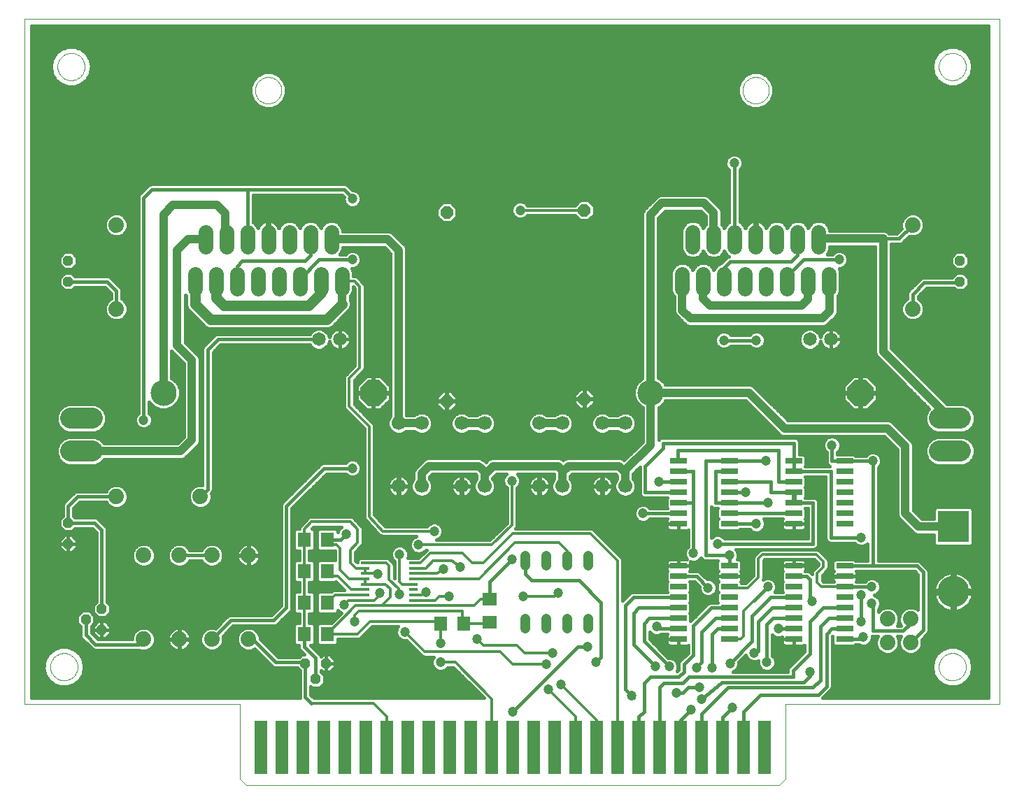
<source format=gtl>
G75*
G70*
%OFA0B0*%
%FSLAX24Y24*%
%IPPOS*%
%LPD*%
%AMOC8*
5,1,8,0,0,1.08239X$1,22.5*
%
%ADD10C,0.0000*%
%ADD11C,0.0709*%
%ADD12C,0.1004*%
%ADD13C,0.0669*%
%ADD14OC8,0.0480*%
%ADD15C,0.0740*%
%ADD16OC8,0.0600*%
%ADD17C,0.0650*%
%ADD18C,0.1240*%
%ADD19OC8,0.1240*%
%ADD20R,0.1500X0.1500*%
%ADD21C,0.1500*%
%ADD22R,0.0800X0.0260*%
%ADD23R,0.0390X0.0120*%
%ADD24R,0.0630X0.0709*%
%ADD25R,0.0709X0.0630*%
%ADD26R,0.0600X0.2550*%
%ADD27C,0.0480*%
%ADD28C,0.0160*%
%ADD29C,0.0472*%
%ADD30C,0.0400*%
%ADD31C,0.0500*%
%ADD32C,0.0120*%
%ADD33C,0.0240*%
D10*
X000102Y005856D02*
X000100Y038516D01*
X046584Y038516D01*
X046586Y005856D01*
X037374Y005856D01*
X037378Y005855D02*
X036378Y005855D01*
X036378Y002300D01*
X036078Y002000D01*
X010678Y002000D01*
X010378Y002300D01*
X010378Y005855D01*
X009378Y005855D01*
X009382Y005856D02*
X000102Y005856D01*
X001334Y007628D02*
X001336Y007678D01*
X001342Y007728D01*
X001352Y007778D01*
X001365Y007826D01*
X001382Y007874D01*
X001403Y007920D01*
X001427Y007964D01*
X001455Y008006D01*
X001486Y008046D01*
X001520Y008083D01*
X001557Y008118D01*
X001596Y008149D01*
X001637Y008178D01*
X001681Y008203D01*
X001727Y008225D01*
X001774Y008243D01*
X001822Y008257D01*
X001871Y008268D01*
X001921Y008275D01*
X001971Y008278D01*
X002022Y008277D01*
X002072Y008272D01*
X002122Y008263D01*
X002170Y008251D01*
X002218Y008234D01*
X002264Y008214D01*
X002309Y008191D01*
X002352Y008164D01*
X002392Y008134D01*
X002430Y008101D01*
X002465Y008065D01*
X002498Y008026D01*
X002527Y007985D01*
X002553Y007942D01*
X002576Y007897D01*
X002595Y007850D01*
X002610Y007802D01*
X002622Y007753D01*
X002630Y007703D01*
X002634Y007653D01*
X002634Y007603D01*
X002630Y007553D01*
X002622Y007503D01*
X002610Y007454D01*
X002595Y007406D01*
X002576Y007359D01*
X002553Y007314D01*
X002527Y007271D01*
X002498Y007230D01*
X002465Y007191D01*
X002430Y007155D01*
X002392Y007122D01*
X002352Y007092D01*
X002309Y007065D01*
X002264Y007042D01*
X002218Y007022D01*
X002170Y007005D01*
X002122Y006993D01*
X002072Y006984D01*
X002022Y006979D01*
X001971Y006978D01*
X001921Y006981D01*
X001871Y006988D01*
X001822Y006999D01*
X001774Y007013D01*
X001727Y007031D01*
X001681Y007053D01*
X001637Y007078D01*
X001596Y007107D01*
X001557Y007138D01*
X001520Y007173D01*
X001486Y007210D01*
X001455Y007250D01*
X001427Y007292D01*
X001403Y007336D01*
X001382Y007382D01*
X001365Y007430D01*
X001352Y007478D01*
X001342Y007528D01*
X001336Y007578D01*
X001334Y007628D01*
X011094Y035116D02*
X011096Y035166D01*
X011102Y035216D01*
X011112Y035265D01*
X011126Y035313D01*
X011143Y035360D01*
X011164Y035405D01*
X011189Y035449D01*
X011217Y035490D01*
X011249Y035529D01*
X011283Y035566D01*
X011320Y035600D01*
X011360Y035630D01*
X011402Y035657D01*
X011446Y035681D01*
X011492Y035702D01*
X011539Y035718D01*
X011587Y035731D01*
X011637Y035740D01*
X011686Y035745D01*
X011737Y035746D01*
X011787Y035743D01*
X011836Y035736D01*
X011885Y035725D01*
X011933Y035710D01*
X011979Y035692D01*
X012024Y035670D01*
X012067Y035644D01*
X012108Y035615D01*
X012147Y035583D01*
X012183Y035548D01*
X012215Y035510D01*
X012245Y035470D01*
X012272Y035427D01*
X012295Y035383D01*
X012314Y035337D01*
X012330Y035289D01*
X012342Y035240D01*
X012350Y035191D01*
X012354Y035141D01*
X012354Y035091D01*
X012350Y035041D01*
X012342Y034992D01*
X012330Y034943D01*
X012314Y034895D01*
X012295Y034849D01*
X012272Y034805D01*
X012245Y034762D01*
X012215Y034722D01*
X012183Y034684D01*
X012147Y034649D01*
X012108Y034617D01*
X012067Y034588D01*
X012024Y034562D01*
X011979Y034540D01*
X011933Y034522D01*
X011885Y034507D01*
X011836Y034496D01*
X011787Y034489D01*
X011737Y034486D01*
X011686Y034487D01*
X011637Y034492D01*
X011587Y034501D01*
X011539Y034514D01*
X011492Y034530D01*
X011446Y034551D01*
X011402Y034575D01*
X011360Y034602D01*
X011320Y034632D01*
X011283Y034666D01*
X011249Y034703D01*
X011217Y034742D01*
X011189Y034783D01*
X011164Y034827D01*
X011143Y034872D01*
X011126Y034919D01*
X011112Y034967D01*
X011102Y035016D01*
X011096Y035066D01*
X011094Y035116D01*
X001674Y036240D02*
X001676Y036290D01*
X001682Y036340D01*
X001692Y036390D01*
X001705Y036438D01*
X001722Y036486D01*
X001743Y036532D01*
X001767Y036576D01*
X001795Y036618D01*
X001826Y036658D01*
X001860Y036695D01*
X001897Y036730D01*
X001936Y036761D01*
X001977Y036790D01*
X002021Y036815D01*
X002067Y036837D01*
X002114Y036855D01*
X002162Y036869D01*
X002211Y036880D01*
X002261Y036887D01*
X002311Y036890D01*
X002362Y036889D01*
X002412Y036884D01*
X002462Y036875D01*
X002510Y036863D01*
X002558Y036846D01*
X002604Y036826D01*
X002649Y036803D01*
X002692Y036776D01*
X002732Y036746D01*
X002770Y036713D01*
X002805Y036677D01*
X002838Y036638D01*
X002867Y036597D01*
X002893Y036554D01*
X002916Y036509D01*
X002935Y036462D01*
X002950Y036414D01*
X002962Y036365D01*
X002970Y036315D01*
X002974Y036265D01*
X002974Y036215D01*
X002970Y036165D01*
X002962Y036115D01*
X002950Y036066D01*
X002935Y036018D01*
X002916Y035971D01*
X002893Y035926D01*
X002867Y035883D01*
X002838Y035842D01*
X002805Y035803D01*
X002770Y035767D01*
X002732Y035734D01*
X002692Y035704D01*
X002649Y035677D01*
X002604Y035654D01*
X002558Y035634D01*
X002510Y035617D01*
X002462Y035605D01*
X002412Y035596D01*
X002362Y035591D01*
X002311Y035590D01*
X002261Y035593D01*
X002211Y035600D01*
X002162Y035611D01*
X002114Y035625D01*
X002067Y035643D01*
X002021Y035665D01*
X001977Y035690D01*
X001936Y035719D01*
X001897Y035750D01*
X001860Y035785D01*
X001826Y035822D01*
X001795Y035862D01*
X001767Y035904D01*
X001743Y035948D01*
X001722Y035994D01*
X001705Y036042D01*
X001692Y036090D01*
X001682Y036140D01*
X001676Y036190D01*
X001674Y036240D01*
X034323Y035116D02*
X034325Y035166D01*
X034331Y035216D01*
X034341Y035265D01*
X034355Y035313D01*
X034372Y035360D01*
X034393Y035405D01*
X034418Y035449D01*
X034446Y035490D01*
X034478Y035529D01*
X034512Y035566D01*
X034549Y035600D01*
X034589Y035630D01*
X034631Y035657D01*
X034675Y035681D01*
X034721Y035702D01*
X034768Y035718D01*
X034816Y035731D01*
X034866Y035740D01*
X034915Y035745D01*
X034966Y035746D01*
X035016Y035743D01*
X035065Y035736D01*
X035114Y035725D01*
X035162Y035710D01*
X035208Y035692D01*
X035253Y035670D01*
X035296Y035644D01*
X035337Y035615D01*
X035376Y035583D01*
X035412Y035548D01*
X035444Y035510D01*
X035474Y035470D01*
X035501Y035427D01*
X035524Y035383D01*
X035543Y035337D01*
X035559Y035289D01*
X035571Y035240D01*
X035579Y035191D01*
X035583Y035141D01*
X035583Y035091D01*
X035579Y035041D01*
X035571Y034992D01*
X035559Y034943D01*
X035543Y034895D01*
X035524Y034849D01*
X035501Y034805D01*
X035474Y034762D01*
X035444Y034722D01*
X035412Y034684D01*
X035376Y034649D01*
X035337Y034617D01*
X035296Y034588D01*
X035253Y034562D01*
X035208Y034540D01*
X035162Y034522D01*
X035114Y034507D01*
X035065Y034496D01*
X035016Y034489D01*
X034966Y034486D01*
X034915Y034487D01*
X034866Y034492D01*
X034816Y034501D01*
X034768Y034514D01*
X034721Y034530D01*
X034675Y034551D01*
X034631Y034575D01*
X034589Y034602D01*
X034549Y034632D01*
X034512Y034666D01*
X034478Y034703D01*
X034446Y034742D01*
X034418Y034783D01*
X034393Y034827D01*
X034372Y034872D01*
X034355Y034919D01*
X034341Y034967D01*
X034331Y035016D01*
X034325Y035066D01*
X034323Y035116D01*
X043673Y036240D02*
X043675Y036290D01*
X043681Y036340D01*
X043691Y036390D01*
X043704Y036438D01*
X043721Y036486D01*
X043742Y036532D01*
X043766Y036576D01*
X043794Y036618D01*
X043825Y036658D01*
X043859Y036695D01*
X043896Y036730D01*
X043935Y036761D01*
X043976Y036790D01*
X044020Y036815D01*
X044066Y036837D01*
X044113Y036855D01*
X044161Y036869D01*
X044210Y036880D01*
X044260Y036887D01*
X044310Y036890D01*
X044361Y036889D01*
X044411Y036884D01*
X044461Y036875D01*
X044509Y036863D01*
X044557Y036846D01*
X044603Y036826D01*
X044648Y036803D01*
X044691Y036776D01*
X044731Y036746D01*
X044769Y036713D01*
X044804Y036677D01*
X044837Y036638D01*
X044866Y036597D01*
X044892Y036554D01*
X044915Y036509D01*
X044934Y036462D01*
X044949Y036414D01*
X044961Y036365D01*
X044969Y036315D01*
X044973Y036265D01*
X044973Y036215D01*
X044969Y036165D01*
X044961Y036115D01*
X044949Y036066D01*
X044934Y036018D01*
X044915Y035971D01*
X044892Y035926D01*
X044866Y035883D01*
X044837Y035842D01*
X044804Y035803D01*
X044769Y035767D01*
X044731Y035734D01*
X044691Y035704D01*
X044648Y035677D01*
X044603Y035654D01*
X044557Y035634D01*
X044509Y035617D01*
X044461Y035605D01*
X044411Y035596D01*
X044361Y035591D01*
X044310Y035590D01*
X044260Y035593D01*
X044210Y035600D01*
X044161Y035611D01*
X044113Y035625D01*
X044066Y035643D01*
X044020Y035665D01*
X043976Y035690D01*
X043935Y035719D01*
X043896Y035750D01*
X043859Y035785D01*
X043825Y035822D01*
X043794Y035862D01*
X043766Y035904D01*
X043742Y035948D01*
X043721Y035994D01*
X043704Y036042D01*
X043691Y036090D01*
X043681Y036140D01*
X043675Y036190D01*
X043673Y036240D01*
X043673Y007628D02*
X043675Y007678D01*
X043681Y007728D01*
X043691Y007778D01*
X043704Y007826D01*
X043721Y007874D01*
X043742Y007920D01*
X043766Y007964D01*
X043794Y008006D01*
X043825Y008046D01*
X043859Y008083D01*
X043896Y008118D01*
X043935Y008149D01*
X043976Y008178D01*
X044020Y008203D01*
X044066Y008225D01*
X044113Y008243D01*
X044161Y008257D01*
X044210Y008268D01*
X044260Y008275D01*
X044310Y008278D01*
X044361Y008277D01*
X044411Y008272D01*
X044461Y008263D01*
X044509Y008251D01*
X044557Y008234D01*
X044603Y008214D01*
X044648Y008191D01*
X044691Y008164D01*
X044731Y008134D01*
X044769Y008101D01*
X044804Y008065D01*
X044837Y008026D01*
X044866Y007985D01*
X044892Y007942D01*
X044915Y007897D01*
X044934Y007850D01*
X044949Y007802D01*
X044961Y007753D01*
X044969Y007703D01*
X044973Y007653D01*
X044973Y007603D01*
X044969Y007553D01*
X044961Y007503D01*
X044949Y007454D01*
X044934Y007406D01*
X044915Y007359D01*
X044892Y007314D01*
X044866Y007271D01*
X044837Y007230D01*
X044804Y007191D01*
X044769Y007155D01*
X044731Y007122D01*
X044691Y007092D01*
X044648Y007065D01*
X044603Y007042D01*
X044557Y007022D01*
X044509Y007005D01*
X044461Y006993D01*
X044411Y006984D01*
X044361Y006979D01*
X044310Y006978D01*
X044260Y006981D01*
X044210Y006988D01*
X044161Y006999D01*
X044113Y007013D01*
X044066Y007031D01*
X044020Y007053D01*
X043976Y007078D01*
X043935Y007107D01*
X043896Y007138D01*
X043859Y007173D01*
X043825Y007210D01*
X043794Y007250D01*
X043766Y007292D01*
X043742Y007336D01*
X043721Y007382D01*
X043704Y007430D01*
X043691Y007478D01*
X043681Y007528D01*
X043675Y007578D01*
X043673Y007628D01*
D11*
X038453Y025652D02*
X038453Y026360D01*
X037453Y026360D02*
X037453Y025652D01*
X036453Y025652D02*
X036453Y026360D01*
X035453Y026360D02*
X035453Y025652D01*
X034453Y025652D02*
X034453Y026360D01*
X033453Y026360D02*
X033453Y025652D01*
X032453Y025652D02*
X032453Y026360D01*
X031453Y026360D02*
X031453Y025652D01*
X031953Y027652D02*
X031953Y028360D01*
X032953Y028360D02*
X032953Y027652D01*
X033953Y027652D02*
X033953Y028360D01*
X034953Y028360D02*
X034953Y027652D01*
X035953Y027652D02*
X035953Y028360D01*
X036953Y028360D02*
X036953Y027652D01*
X037953Y027652D02*
X037953Y028360D01*
X015224Y026360D02*
X015224Y025652D01*
X014224Y025652D02*
X014224Y026360D01*
X013224Y026360D02*
X013224Y025652D01*
X012224Y025652D02*
X012224Y026360D01*
X011224Y026360D02*
X011224Y025652D01*
X010224Y025652D02*
X010224Y026360D01*
X009224Y026360D02*
X009224Y025652D01*
X008224Y025652D02*
X008224Y026360D01*
X008724Y027652D02*
X008724Y028360D01*
X009724Y028360D02*
X009724Y027652D01*
X010724Y027652D02*
X010724Y028360D01*
X011724Y028360D02*
X011724Y027652D01*
X012724Y027652D02*
X012724Y028360D01*
X013724Y028360D02*
X013724Y027652D01*
X014724Y027652D02*
X014724Y028360D01*
D12*
X003323Y019471D02*
X002319Y019471D01*
X002319Y017911D02*
X003323Y017911D01*
X043716Y017911D02*
X044720Y017911D01*
X044720Y019471D02*
X043716Y019471D01*
D13*
X028734Y019241D03*
X027634Y019241D03*
X025734Y019241D03*
X024634Y019241D03*
X022034Y019241D03*
X020934Y019241D03*
X019034Y019241D03*
X017934Y019241D03*
X017934Y016241D03*
X019034Y016241D03*
X020934Y016241D03*
X022034Y016241D03*
X024634Y016241D03*
X025734Y016241D03*
X027634Y016241D03*
X028734Y016241D03*
D14*
X014484Y007791D03*
X013984Y007041D03*
X013484Y007791D03*
X003784Y009391D03*
X003034Y009891D03*
X003784Y010391D03*
X002184Y013491D03*
X002184Y014491D03*
X002184Y025991D03*
X002184Y026991D03*
X044684Y026991D03*
X044684Y025991D03*
D15*
X042434Y024691D03*
X042434Y028691D03*
X042334Y009911D03*
X041234Y009911D03*
X041234Y008771D03*
X042334Y008771D03*
X010784Y008941D03*
X009034Y008941D03*
X007484Y008941D03*
X005784Y008941D03*
X005784Y012941D03*
X007484Y012941D03*
X009034Y012941D03*
X010784Y012941D03*
X008484Y015741D03*
X004484Y015741D03*
X004484Y024691D03*
X004484Y028691D03*
D16*
X020234Y029291D03*
X026784Y029391D03*
X026784Y020391D03*
X020234Y020291D03*
D17*
X015134Y023241D03*
X014134Y023241D03*
X037534Y023241D03*
X038534Y023241D03*
D18*
X029944Y020691D03*
X006724Y020691D03*
D19*
X016724Y020691D03*
X039944Y020691D03*
D20*
X044369Y014311D03*
D21*
X044369Y011206D03*
D22*
X039194Y011441D03*
X039194Y010941D03*
X039194Y010441D03*
X039194Y009941D03*
X039194Y009441D03*
X039194Y008941D03*
X036774Y008941D03*
X036774Y009441D03*
X036774Y009941D03*
X036774Y010441D03*
X036774Y010941D03*
X036774Y011441D03*
X036774Y011941D03*
X036774Y012441D03*
X036774Y014441D03*
X036774Y014941D03*
X036774Y015441D03*
X036774Y015941D03*
X036774Y016441D03*
X036774Y016941D03*
X036774Y017441D03*
X039194Y017441D03*
X039194Y016941D03*
X039194Y016441D03*
X039194Y015941D03*
X039194Y015441D03*
X039194Y014941D03*
X039194Y014441D03*
X039194Y012441D03*
X039194Y011941D03*
X033694Y011941D03*
X033694Y011441D03*
X033694Y010941D03*
X033694Y010441D03*
X033694Y009941D03*
X033694Y009441D03*
X033694Y008941D03*
X031274Y008941D03*
X031274Y009441D03*
X031274Y009941D03*
X031274Y010441D03*
X031274Y010941D03*
X031274Y011441D03*
X031274Y011941D03*
X031274Y012441D03*
X031274Y014441D03*
X031274Y014941D03*
X031274Y015441D03*
X031274Y015941D03*
X031274Y016441D03*
X031274Y016941D03*
X031274Y017441D03*
X033694Y017441D03*
X033694Y016941D03*
X033694Y016441D03*
X033694Y015941D03*
X033694Y015441D03*
X033694Y014941D03*
X033694Y014441D03*
X033694Y012441D03*
D23*
X018633Y012331D03*
X018633Y012587D03*
X018633Y012075D03*
X018633Y011819D03*
X018633Y011563D03*
X018633Y011307D03*
X018633Y011051D03*
X018633Y010795D03*
X018633Y010539D03*
X018633Y010284D03*
X016335Y010284D03*
X016335Y010539D03*
X016335Y010795D03*
X016335Y011051D03*
X016335Y011307D03*
X016335Y011563D03*
X016335Y011819D03*
X016335Y012075D03*
X016335Y012331D03*
X016335Y012587D03*
D24*
X014535Y012191D03*
X013433Y012191D03*
X013433Y010691D03*
X014535Y010691D03*
X014535Y009191D03*
X013433Y009191D03*
X013433Y013691D03*
X014535Y013691D03*
X019933Y009691D03*
X021035Y009691D03*
D25*
X022284Y009740D03*
X022284Y010842D03*
D26*
X022378Y003800D03*
X023378Y003800D03*
X024378Y003800D03*
X025378Y003800D03*
X026378Y003800D03*
X027378Y003800D03*
X028378Y003800D03*
X029378Y003800D03*
X030378Y003800D03*
X031378Y003800D03*
X032378Y003800D03*
X033378Y003800D03*
X034378Y003800D03*
X035378Y003800D03*
X021378Y003800D03*
X020378Y003800D03*
X019378Y003800D03*
X018378Y003800D03*
X017378Y003800D03*
X016378Y003800D03*
X015378Y003800D03*
X014378Y003800D03*
X013378Y003800D03*
X012378Y003800D03*
X011378Y003800D03*
D27*
X023984Y009451D02*
X023984Y009931D01*
X024984Y009931D02*
X024984Y009451D01*
X025984Y009451D02*
X025984Y009931D01*
X026984Y009931D02*
X026984Y009451D01*
X026984Y012451D02*
X026984Y012931D01*
X025984Y012931D02*
X025984Y012451D01*
X024984Y012451D02*
X024984Y012931D01*
X023984Y012931D02*
X023984Y012451D01*
D28*
X023984Y012691D02*
X023984Y012041D01*
X024284Y011741D01*
X026534Y011741D01*
X027584Y010691D01*
X027584Y008091D01*
X027334Y007841D01*
X026934Y008591D02*
X026484Y008591D01*
X023384Y005491D01*
X021995Y006141D02*
X013902Y006141D01*
X013744Y006299D01*
X013744Y006687D01*
X013810Y006621D01*
X014158Y006621D01*
X014404Y006867D01*
X014404Y007215D01*
X014244Y007375D01*
X014244Y007437D01*
X014310Y007371D01*
X014484Y007371D01*
X014484Y007791D01*
X014484Y007791D01*
X014484Y007371D01*
X014658Y007371D01*
X014904Y007617D01*
X014904Y007791D01*
X014484Y007791D01*
X014484Y007791D01*
X014484Y008211D01*
X014310Y008211D01*
X014229Y008130D01*
X014204Y008188D01*
X013736Y008657D01*
X013822Y008657D01*
X013928Y008762D01*
X013928Y009620D01*
X013822Y009725D01*
X013673Y009725D01*
X013673Y010157D01*
X013822Y010157D01*
X013928Y010262D01*
X013928Y011120D01*
X013822Y011225D01*
X013673Y011225D01*
X013673Y011657D01*
X013822Y011657D01*
X013928Y011762D01*
X013928Y012620D01*
X013822Y012725D01*
X013673Y012725D01*
X013673Y013157D01*
X013822Y013157D01*
X013928Y013262D01*
X013928Y014120D01*
X013822Y014225D01*
X013808Y014225D01*
X013883Y014301D01*
X015216Y014301D01*
X015198Y014294D01*
X015081Y014177D01*
X015030Y014054D01*
X015030Y014120D01*
X014925Y014225D01*
X014146Y014225D01*
X014040Y014120D01*
X014040Y013262D01*
X014146Y013157D01*
X014894Y013157D01*
X014894Y012725D01*
X014146Y012725D01*
X014040Y012620D01*
X014040Y011762D01*
X014146Y011657D01*
X014925Y011657D01*
X014952Y011684D01*
X015344Y011291D01*
X014848Y011291D01*
X014759Y011255D01*
X014730Y011225D01*
X014146Y011225D01*
X014040Y011120D01*
X014040Y010262D01*
X014146Y010157D01*
X014925Y010157D01*
X015030Y010262D01*
X015030Y010306D01*
X015098Y010238D01*
X015201Y010196D01*
X014730Y009725D01*
X014146Y009725D01*
X014040Y009620D01*
X014040Y008762D01*
X014146Y008657D01*
X014925Y008657D01*
X015030Y008762D01*
X015030Y008951D01*
X016032Y008951D01*
X016120Y008988D01*
X016187Y009055D01*
X016683Y009551D01*
X017905Y009551D01*
X017881Y009527D01*
X017818Y009374D01*
X017818Y009208D01*
X017881Y009055D01*
X017998Y008938D01*
X018151Y008875D01*
X018311Y008875D01*
X018981Y008205D01*
X019048Y008138D01*
X019136Y008101D01*
X019605Y008101D01*
X019581Y008077D01*
X019518Y007924D01*
X019518Y007758D01*
X019581Y007605D01*
X019698Y007488D01*
X019851Y007425D01*
X020017Y007425D01*
X020170Y007488D01*
X020283Y007601D01*
X020535Y007601D01*
X021995Y006141D01*
X021909Y006227D02*
X013816Y006227D01*
X013744Y006386D02*
X021750Y006386D01*
X021592Y006544D02*
X013744Y006544D01*
X013484Y006191D02*
X013784Y005891D01*
X013484Y006191D02*
X013484Y007791D01*
X013434Y007841D01*
X012084Y007841D01*
X010984Y008941D01*
X010784Y008941D01*
X011334Y008959D02*
X011334Y009050D01*
X011250Y009253D01*
X011096Y009407D01*
X010893Y009491D01*
X010675Y009491D01*
X010472Y009407D01*
X010318Y009253D01*
X010234Y009050D01*
X010234Y008832D01*
X010318Y008629D01*
X010472Y008475D01*
X010675Y008391D01*
X010893Y008391D01*
X011086Y008471D01*
X011864Y007694D01*
X011864Y007694D01*
X011937Y007621D01*
X012032Y007581D01*
X013100Y007581D01*
X013224Y007457D01*
X013224Y006141D01*
X000434Y006141D01*
X000434Y038191D01*
X046034Y038191D01*
X046034Y006141D01*
X038152Y006141D01*
X038154Y006144D01*
X038554Y006544D01*
X038594Y006639D01*
X038594Y009083D01*
X038614Y009103D01*
X038614Y008736D01*
X038719Y008631D01*
X039669Y008631D01*
X039719Y008681D01*
X039865Y008681D01*
X040001Y008625D01*
X040167Y008625D01*
X040320Y008688D01*
X040437Y008805D01*
X040500Y008958D01*
X040500Y009081D01*
X040767Y009081D01*
X040684Y008880D01*
X040684Y008662D01*
X040768Y008459D01*
X040922Y008305D01*
X041125Y008221D01*
X041343Y008221D01*
X041546Y008305D01*
X041700Y008459D01*
X041784Y008662D01*
X041868Y008459D01*
X042022Y008305D01*
X042225Y008221D01*
X042443Y008221D01*
X042646Y008305D01*
X042800Y008459D01*
X042884Y008662D01*
X042884Y008880D01*
X042863Y008932D01*
X043154Y009224D01*
X043194Y009319D01*
X043194Y012193D01*
X043154Y012288D01*
X043081Y012361D01*
X042781Y012661D01*
X042686Y012701D01*
X040794Y012701D01*
X040794Y017112D01*
X040887Y017205D01*
X040950Y017358D01*
X040950Y017524D01*
X040887Y017677D01*
X040770Y017794D01*
X040617Y017857D01*
X040451Y017857D01*
X040298Y017794D01*
X040205Y017701D01*
X039719Y017701D01*
X039669Y017751D01*
X038844Y017751D01*
X038844Y017862D01*
X038937Y017955D01*
X039000Y018108D01*
X039000Y018274D01*
X038937Y018427D01*
X038820Y018544D01*
X038667Y018607D01*
X038501Y018607D01*
X038348Y018544D01*
X038231Y018427D01*
X038168Y018274D01*
X038168Y018108D01*
X038231Y017955D01*
X038324Y017862D01*
X038324Y017389D01*
X038364Y017294D01*
X038437Y017221D01*
X038484Y017201D01*
X037319Y017201D01*
X037354Y017236D01*
X037354Y017646D01*
X037249Y017751D01*
X037034Y017751D01*
X037034Y018343D01*
X036994Y018438D01*
X036921Y018511D01*
X036826Y018551D01*
X030482Y018551D01*
X030387Y018511D01*
X030324Y018449D01*
X030324Y019983D01*
X030397Y020013D01*
X030622Y020238D01*
X030653Y020311D01*
X034477Y020311D01*
X036012Y018776D01*
X036119Y018669D01*
X036258Y018611D01*
X041077Y018611D01*
X041704Y017984D01*
X041704Y014865D01*
X041762Y014726D01*
X042392Y014095D01*
X042499Y013989D01*
X042639Y013931D01*
X043439Y013931D01*
X043439Y013486D01*
X043545Y013381D01*
X045194Y013381D01*
X045299Y013486D01*
X045299Y015135D01*
X045194Y015241D01*
X043545Y015241D01*
X043439Y015135D01*
X043439Y014691D01*
X042872Y014691D01*
X042464Y015098D01*
X042464Y018217D01*
X042406Y018356D01*
X042299Y018463D01*
X041449Y019313D01*
X041310Y019371D01*
X036491Y019371D01*
X034849Y021013D01*
X034710Y021071D01*
X030653Y021071D01*
X030622Y021144D01*
X030397Y021369D01*
X030314Y021404D01*
X030314Y029034D01*
X030641Y029361D01*
X032327Y029361D01*
X032573Y029115D01*
X032573Y028736D01*
X032500Y028663D01*
X032453Y028549D01*
X032406Y028663D01*
X032255Y028813D01*
X032059Y028895D01*
X031846Y028895D01*
X031650Y028813D01*
X031500Y028663D01*
X031418Y028467D01*
X031418Y027545D01*
X031500Y027349D01*
X031650Y027199D01*
X031846Y027117D01*
X032059Y027117D01*
X032255Y027199D01*
X032406Y027349D01*
X032453Y027462D01*
X032500Y027349D01*
X032650Y027199D01*
X032846Y027117D01*
X033059Y027117D01*
X033255Y027199D01*
X033406Y027349D01*
X033453Y027462D01*
X033500Y027349D01*
X033650Y027199D01*
X033663Y027193D01*
X033587Y027161D01*
X033514Y027088D01*
X033301Y026876D01*
X033150Y026813D01*
X033000Y026663D01*
X032953Y026549D01*
X032906Y026663D01*
X032755Y026813D01*
X032559Y026895D01*
X032346Y026895D01*
X032150Y026813D01*
X032000Y026663D01*
X031953Y026549D01*
X031906Y026663D01*
X031755Y026813D01*
X031559Y026895D01*
X031346Y026895D01*
X031150Y026813D01*
X031000Y026663D01*
X030918Y026467D01*
X030918Y025545D01*
X031000Y025349D01*
X031073Y025276D01*
X031073Y024547D01*
X031130Y024407D01*
X031512Y024026D01*
X031619Y023919D01*
X031758Y023861D01*
X038210Y023861D01*
X038349Y023919D01*
X038699Y024269D01*
X038806Y024376D01*
X038864Y024515D01*
X038864Y025307D01*
X038906Y025349D01*
X038987Y025545D01*
X038987Y026467D01*
X038921Y026625D01*
X039017Y026625D01*
X039170Y026688D01*
X039287Y026805D01*
X039350Y026958D01*
X039350Y027124D01*
X039287Y027277D01*
X039170Y027394D01*
X039017Y027457D01*
X038851Y027457D01*
X038698Y027394D01*
X038605Y027301D01*
X038358Y027301D01*
X038406Y027349D01*
X038487Y027545D01*
X038487Y027661D01*
X040654Y027661D01*
X040654Y022579D01*
X040712Y022439D01*
X043216Y019935D01*
X043138Y019857D01*
X043034Y019606D01*
X043034Y019335D01*
X043138Y019084D01*
X043330Y018892D01*
X043580Y018789D01*
X044855Y018789D01*
X045106Y018892D01*
X045298Y019084D01*
X045402Y019335D01*
X045402Y019606D01*
X045298Y019857D01*
X045106Y020049D01*
X044855Y020153D01*
X044073Y020153D01*
X041414Y022812D01*
X041414Y027781D01*
X041836Y027781D01*
X041931Y027821D01*
X042273Y028162D01*
X042325Y028141D01*
X042543Y028141D01*
X042746Y028225D01*
X042900Y028379D01*
X042984Y028582D01*
X042984Y028800D01*
X042900Y029003D01*
X042746Y029157D01*
X042543Y029241D01*
X042325Y029241D01*
X042122Y029157D01*
X041968Y029003D01*
X041884Y028800D01*
X041884Y028582D01*
X041905Y028530D01*
X041676Y028301D01*
X041311Y028301D01*
X041249Y028363D01*
X041110Y028421D01*
X038487Y028421D01*
X038487Y028467D01*
X038406Y028663D01*
X038255Y028813D01*
X038059Y028895D01*
X037846Y028895D01*
X037650Y028813D01*
X037500Y028663D01*
X037453Y028549D01*
X037406Y028663D01*
X037255Y028813D01*
X037059Y028895D01*
X036846Y028895D01*
X036650Y028813D01*
X036500Y028663D01*
X036453Y028549D01*
X036406Y028663D01*
X036255Y028813D01*
X036059Y028895D01*
X035846Y028895D01*
X035650Y028813D01*
X035500Y028663D01*
X035453Y028550D01*
X035448Y028565D01*
X035410Y028640D01*
X035360Y028708D01*
X035301Y028768D01*
X035233Y028817D01*
X035158Y028855D01*
X035078Y028881D01*
X034995Y028895D01*
X034991Y028895D01*
X034991Y028044D01*
X034914Y028044D01*
X034914Y028895D01*
X034910Y028895D01*
X034827Y028881D01*
X034747Y028855D01*
X034672Y028817D01*
X034604Y028768D01*
X034545Y028708D01*
X034496Y028640D01*
X034457Y028565D01*
X034452Y028550D01*
X034406Y028663D01*
X034255Y028813D01*
X034194Y028839D01*
X034194Y031312D01*
X034287Y031405D01*
X034350Y031558D01*
X034350Y031724D01*
X034287Y031877D01*
X034170Y031994D01*
X034017Y032057D01*
X033851Y032057D01*
X033698Y031994D01*
X033581Y031877D01*
X033518Y031724D01*
X033518Y031558D01*
X033581Y031405D01*
X033674Y031312D01*
X033674Y028823D01*
X033650Y028813D01*
X033500Y028663D01*
X033453Y028549D01*
X033406Y028663D01*
X033333Y028736D01*
X033333Y029348D01*
X033275Y029488D01*
X032806Y029956D01*
X032699Y030063D01*
X032560Y030121D01*
X030408Y030121D01*
X030269Y030063D01*
X029719Y029513D01*
X029612Y029406D01*
X029554Y029267D01*
X029554Y021395D01*
X029491Y021369D01*
X029266Y021144D01*
X029144Y020850D01*
X029144Y020532D01*
X029266Y020238D01*
X029491Y020013D01*
X029564Y019983D01*
X029564Y018358D01*
X028684Y017478D01*
X028649Y017513D01*
X028510Y017571D01*
X025958Y017571D01*
X025819Y017513D01*
X025784Y017478D01*
X025749Y017513D01*
X025610Y017571D01*
X022358Y017571D01*
X022219Y017513D01*
X022112Y017406D01*
X022093Y017387D01*
X021991Y017472D01*
X021949Y017513D01*
X021933Y017520D01*
X021919Y017531D01*
X021864Y017549D01*
X021810Y017571D01*
X021792Y017571D01*
X021775Y017576D01*
X021717Y017571D01*
X019308Y017571D01*
X019169Y017513D01*
X019062Y017406D01*
X018712Y017056D01*
X018654Y016917D01*
X018654Y016589D01*
X018598Y016533D01*
X018519Y016343D01*
X018519Y016139D01*
X018598Y015949D01*
X018742Y015805D01*
X018932Y015726D01*
X019136Y015726D01*
X019326Y015805D01*
X019470Y015949D01*
X019549Y016139D01*
X019549Y016343D01*
X019470Y016533D01*
X019414Y016589D01*
X019414Y016684D01*
X019541Y016811D01*
X021596Y016811D01*
X021654Y016763D01*
X021654Y016589D01*
X021598Y016533D01*
X021519Y016343D01*
X021519Y016139D01*
X021598Y015949D01*
X021742Y015805D01*
X021932Y015726D01*
X022136Y015726D01*
X022326Y015805D01*
X022470Y015949D01*
X022549Y016139D01*
X022549Y016343D01*
X022470Y016533D01*
X022414Y016589D01*
X022414Y016634D01*
X022591Y016811D01*
X023065Y016811D01*
X022981Y016727D01*
X022918Y016574D01*
X022918Y016408D01*
X022981Y016255D01*
X023094Y016142D01*
X023094Y014490D01*
X022285Y013681D01*
X019732Y013681D01*
X019870Y013738D01*
X019987Y013855D01*
X020050Y014008D01*
X020050Y014174D01*
X019987Y014327D01*
X019870Y014444D01*
X019717Y014507D01*
X019551Y014507D01*
X019398Y014444D01*
X019285Y014331D01*
X017289Y014331D01*
X016774Y014885D01*
X016774Y019139D01*
X016737Y019227D01*
X015824Y020140D01*
X015824Y021292D01*
X016220Y021688D01*
X016287Y021755D01*
X016324Y021843D01*
X016324Y025812D01*
X016287Y025900D01*
X016037Y026150D01*
X015970Y026217D01*
X015882Y026254D01*
X015759Y026254D01*
X015759Y026467D01*
X015693Y026625D01*
X015817Y026625D01*
X015970Y026688D01*
X016087Y026805D01*
X016150Y026958D01*
X016150Y027124D01*
X016087Y027277D01*
X015970Y027394D01*
X015817Y027457D01*
X015651Y027457D01*
X015498Y027394D01*
X015405Y027301D01*
X015129Y027301D01*
X015177Y027349D01*
X015259Y027545D01*
X015259Y027626D01*
X017262Y027626D01*
X017554Y027334D01*
X017554Y019589D01*
X017498Y019533D01*
X017419Y019343D01*
X017419Y019139D01*
X017498Y018949D01*
X017642Y018805D01*
X017832Y018726D01*
X018036Y018726D01*
X018226Y018805D01*
X018282Y018861D01*
X018686Y018861D01*
X018742Y018805D01*
X018932Y018726D01*
X019136Y018726D01*
X019326Y018805D01*
X019470Y018949D01*
X019549Y019139D01*
X019549Y019343D01*
X019470Y019533D01*
X019326Y019677D01*
X019136Y019756D01*
X018932Y019756D01*
X018742Y019677D01*
X018686Y019621D01*
X018314Y019621D01*
X018314Y027567D01*
X018256Y027706D01*
X018149Y027813D01*
X017741Y028221D01*
X017634Y028328D01*
X017495Y028386D01*
X015259Y028386D01*
X015259Y028467D01*
X015177Y028663D01*
X015027Y028813D01*
X014830Y028895D01*
X014618Y028895D01*
X014421Y028813D01*
X014271Y028663D01*
X014224Y028549D01*
X014177Y028663D01*
X014027Y028813D01*
X013830Y028895D01*
X013618Y028895D01*
X013421Y028813D01*
X013271Y028663D01*
X013224Y028549D01*
X013177Y028663D01*
X013027Y028813D01*
X012830Y028895D01*
X012618Y028895D01*
X012421Y028813D01*
X012271Y028663D01*
X012224Y028550D01*
X012219Y028565D01*
X012181Y028640D01*
X012132Y028708D01*
X012072Y028768D01*
X012004Y028817D01*
X011929Y028855D01*
X011849Y028881D01*
X011766Y028895D01*
X011762Y028895D01*
X011762Y028044D01*
X011686Y028044D01*
X011686Y028895D01*
X011682Y028895D01*
X011599Y028881D01*
X011519Y028855D01*
X011444Y028817D01*
X011376Y028768D01*
X011317Y028708D01*
X011267Y028640D01*
X011229Y028565D01*
X011224Y028550D01*
X011177Y028663D01*
X011027Y028813D01*
X010994Y028827D01*
X010994Y030131D01*
X015226Y030131D01*
X015322Y030035D01*
X015318Y030024D01*
X015318Y029858D01*
X015381Y029705D01*
X015498Y029588D01*
X015651Y029525D01*
X015817Y029525D01*
X015970Y029588D01*
X016087Y029705D01*
X016150Y029858D01*
X016150Y030024D01*
X016087Y030177D01*
X015970Y030294D01*
X015817Y030357D01*
X015735Y030357D01*
X015554Y030538D01*
X015554Y030538D01*
X015481Y030611D01*
X015386Y030651D01*
X006132Y030651D01*
X006037Y030611D01*
X005637Y030211D01*
X005564Y030138D01*
X005524Y030043D01*
X005524Y019720D01*
X005431Y019627D01*
X005368Y019474D01*
X005368Y019308D01*
X005431Y019155D01*
X005548Y019038D01*
X005701Y018975D01*
X005867Y018975D01*
X006020Y019038D01*
X006137Y019155D01*
X006200Y019308D01*
X006200Y019474D01*
X006137Y019627D01*
X006044Y019720D01*
X006044Y020242D01*
X006046Y020238D01*
X006271Y020013D01*
X006565Y019891D01*
X006883Y019891D01*
X007177Y020013D01*
X007402Y020238D01*
X007524Y020532D01*
X007524Y020850D01*
X007402Y021144D01*
X007177Y021369D01*
X007104Y021400D01*
X007104Y022684D01*
X007169Y022619D01*
X007704Y022084D01*
X007704Y018598D01*
X007397Y018291D01*
X003904Y018291D01*
X003902Y018298D01*
X003710Y018490D01*
X003459Y018593D01*
X002184Y018593D01*
X001933Y018490D01*
X001741Y018298D01*
X001637Y018047D01*
X001637Y017776D01*
X001741Y017525D01*
X001933Y017333D01*
X002184Y017230D01*
X003459Y017230D01*
X003710Y017333D01*
X003902Y017525D01*
X003904Y017531D01*
X007630Y017531D01*
X007770Y017589D01*
X008299Y018119D01*
X008406Y018226D01*
X008464Y018365D01*
X008464Y022317D01*
X008406Y022456D01*
X007764Y023098D01*
X007764Y025366D01*
X007771Y025349D01*
X007794Y025326D01*
X007794Y024842D01*
X007860Y024684D01*
X008598Y023945D01*
X008719Y023824D01*
X008877Y023759D01*
X014596Y023759D01*
X014755Y023824D01*
X015616Y024686D01*
X015682Y024844D01*
X015682Y025015D01*
X015632Y025136D01*
X015632Y025304D01*
X015677Y025349D01*
X015759Y025545D01*
X015759Y025750D01*
X015844Y025664D01*
X015844Y021990D01*
X015381Y021527D01*
X015344Y021439D01*
X015344Y019993D01*
X015381Y019905D01*
X015448Y019838D01*
X016294Y018992D01*
X016294Y014795D01*
X016292Y014752D01*
X016294Y014748D01*
X016294Y014743D01*
X016311Y014703D01*
X016326Y014663D01*
X016329Y014659D01*
X016331Y014655D01*
X016361Y014624D01*
X016979Y013959D01*
X016981Y013955D01*
X017011Y013924D01*
X017041Y013893D01*
X017045Y013891D01*
X017048Y013888D01*
X017088Y013871D01*
X017127Y013853D01*
X017132Y013853D01*
X017136Y013851D01*
X017180Y013851D01*
X017223Y013849D01*
X017227Y013851D01*
X018786Y013851D01*
X018648Y013794D01*
X018531Y013677D01*
X018468Y013524D01*
X018468Y013358D01*
X018531Y013205D01*
X018648Y013088D01*
X018801Y013025D01*
X018967Y013025D01*
X019120Y013088D01*
X019233Y013201D01*
X019255Y013201D01*
X018880Y012827D01*
X018366Y012827D01*
X018400Y012908D01*
X018400Y013074D01*
X018337Y013227D01*
X018220Y013344D01*
X018067Y013407D01*
X017901Y013407D01*
X017748Y013344D01*
X017631Y013227D01*
X017568Y013074D01*
X017568Y012908D01*
X017631Y012755D01*
X017744Y012642D01*
X017744Y011870D01*
X017724Y011890D01*
X017724Y012489D01*
X017687Y012577D01*
X017620Y012644D01*
X017474Y012790D01*
X017386Y012827D01*
X016066Y012827D01*
X015960Y012721D01*
X015960Y012604D01*
X015874Y012690D01*
X015874Y013092D01*
X016120Y013338D01*
X016187Y013405D01*
X016224Y013493D01*
X016224Y014239D01*
X016187Y014327D01*
X015837Y014677D01*
X015770Y014744D01*
X015682Y014781D01*
X013736Y014781D01*
X013648Y014744D01*
X013298Y014394D01*
X013231Y014327D01*
X013194Y014239D01*
X013194Y014225D01*
X013043Y014225D01*
X012938Y014120D01*
X012938Y013262D01*
X013043Y013157D01*
X013193Y013157D01*
X013193Y012725D01*
X013043Y012725D01*
X012938Y012620D01*
X012938Y011762D01*
X013043Y011657D01*
X013193Y011657D01*
X013193Y011225D01*
X013043Y011225D01*
X012938Y011120D01*
X012938Y010262D01*
X013043Y010157D01*
X013193Y010157D01*
X013193Y009725D01*
X013043Y009725D01*
X012938Y009620D01*
X012938Y008762D01*
X013043Y008657D01*
X013174Y008657D01*
X013174Y008539D01*
X013214Y008444D01*
X013287Y008371D01*
X013446Y008211D01*
X013310Y008211D01*
X013200Y008101D01*
X012192Y008101D01*
X011334Y008959D01*
X011371Y008922D02*
X012938Y008922D01*
X012938Y009080D02*
X011322Y009080D01*
X011256Y009239D02*
X012938Y009239D01*
X012938Y009397D02*
X011106Y009397D01*
X010462Y009397D02*
X009858Y009397D01*
X010016Y009556D02*
X012938Y009556D01*
X013032Y009714D02*
X012225Y009714D01*
X012131Y009621D02*
X012731Y010221D01*
X012804Y010294D01*
X012844Y010389D01*
X012844Y015183D01*
X014492Y016831D01*
X015405Y016831D01*
X015498Y016738D01*
X015651Y016675D01*
X015817Y016675D01*
X015970Y016738D01*
X016087Y016855D01*
X016150Y017008D01*
X016150Y017174D01*
X016087Y017327D01*
X015970Y017444D01*
X015817Y017507D01*
X015651Y017507D01*
X015498Y017444D01*
X015405Y017351D01*
X014332Y017351D01*
X014237Y017311D01*
X014164Y017238D01*
X012364Y015438D01*
X012324Y015343D01*
X012324Y010549D01*
X011876Y010101D01*
X009882Y010101D01*
X009787Y010061D01*
X009714Y009988D01*
X009195Y009470D01*
X009143Y009491D01*
X008925Y009491D01*
X008722Y009407D01*
X008568Y009253D01*
X008484Y009050D01*
X008484Y008832D01*
X008568Y008629D01*
X008722Y008475D01*
X008925Y008391D01*
X009143Y008391D01*
X009346Y008475D01*
X009500Y008629D01*
X009584Y008832D01*
X009584Y009050D01*
X009563Y009102D01*
X010042Y009581D01*
X012036Y009581D01*
X012131Y009621D01*
X011984Y009841D02*
X012584Y010441D01*
X012584Y015291D01*
X014384Y017091D01*
X015734Y017091D01*
X015587Y017481D02*
X009094Y017481D01*
X009094Y017639D02*
X016294Y017639D01*
X016294Y017481D02*
X015881Y017481D01*
X016089Y017322D02*
X016294Y017322D01*
X016294Y017164D02*
X016150Y017164D01*
X016149Y017005D02*
X016294Y017005D01*
X016294Y016847D02*
X016078Y016847D01*
X016294Y016688D02*
X015849Y016688D01*
X015619Y016688D02*
X014349Y016688D01*
X014190Y016530D02*
X016294Y016530D01*
X016294Y016371D02*
X014032Y016371D01*
X013873Y016213D02*
X016294Y016213D01*
X016294Y016054D02*
X013715Y016054D01*
X013556Y015896D02*
X016294Y015896D01*
X016294Y015737D02*
X013398Y015737D01*
X013239Y015579D02*
X016294Y015579D01*
X016294Y015420D02*
X013081Y015420D01*
X012922Y015262D02*
X016294Y015262D01*
X016294Y015103D02*
X012844Y015103D01*
X012844Y014945D02*
X016294Y014945D01*
X016294Y014786D02*
X012844Y014786D01*
X012844Y014628D02*
X013531Y014628D01*
X013373Y014469D02*
X012844Y014469D01*
X012844Y014311D02*
X013224Y014311D01*
X012970Y014152D02*
X012844Y014152D01*
X012844Y013994D02*
X012938Y013994D01*
X012938Y013835D02*
X012844Y013835D01*
X012844Y013677D02*
X012938Y013677D01*
X012938Y013518D02*
X012844Y013518D01*
X012844Y013360D02*
X012938Y013360D01*
X012999Y013201D02*
X012844Y013201D01*
X012844Y013043D02*
X013193Y013043D01*
X013193Y012884D02*
X012844Y012884D01*
X012844Y012726D02*
X013193Y012726D01*
X012938Y012567D02*
X012844Y012567D01*
X012844Y012409D02*
X012938Y012409D01*
X012938Y012250D02*
X012844Y012250D01*
X012844Y012092D02*
X012938Y012092D01*
X012938Y011933D02*
X012844Y011933D01*
X012844Y011775D02*
X012938Y011775D01*
X012844Y011616D02*
X013193Y011616D01*
X013193Y011458D02*
X012844Y011458D01*
X012844Y011299D02*
X013193Y011299D01*
X012958Y011141D02*
X012844Y011141D01*
X012844Y010982D02*
X012938Y010982D01*
X012938Y010824D02*
X012844Y010824D01*
X012844Y010665D02*
X012938Y010665D01*
X012938Y010507D02*
X012844Y010507D01*
X012827Y010348D02*
X012938Y010348D01*
X013010Y010190D02*
X012700Y010190D01*
X012542Y010031D02*
X013193Y010031D01*
X013193Y009873D02*
X012383Y009873D01*
X011984Y009841D02*
X009934Y009841D01*
X009034Y008941D01*
X008484Y008922D02*
X008034Y008922D01*
X008034Y008932D02*
X007493Y008932D01*
X007493Y008950D01*
X007475Y008950D01*
X007475Y008932D01*
X006934Y008932D01*
X006934Y008898D01*
X006948Y008812D01*
X006974Y008730D01*
X007014Y008653D01*
X007064Y008583D01*
X007126Y008522D01*
X007196Y008471D01*
X007273Y008431D01*
X007355Y008405D01*
X007441Y008391D01*
X007475Y008391D01*
X007475Y008932D01*
X007493Y008932D01*
X007493Y008391D01*
X007527Y008391D01*
X007613Y008405D01*
X007695Y008431D01*
X007772Y008471D01*
X007842Y008522D01*
X007904Y008583D01*
X007954Y008653D01*
X007994Y008730D01*
X008020Y008812D01*
X008034Y008898D01*
X008034Y008932D01*
X008034Y008950D02*
X008034Y008984D01*
X008020Y009070D01*
X007994Y009152D01*
X007954Y009229D01*
X007904Y009299D01*
X007842Y009361D01*
X007772Y009411D01*
X007695Y009451D01*
X007613Y009477D01*
X007527Y009491D01*
X007493Y009491D01*
X007493Y008950D01*
X008034Y008950D01*
X008017Y009080D02*
X008496Y009080D01*
X008562Y009239D02*
X007948Y009239D01*
X007792Y009397D02*
X008712Y009397D01*
X009281Y009556D02*
X004204Y009556D01*
X004204Y009565D02*
X003958Y009811D01*
X003784Y009811D01*
X003610Y009811D01*
X003364Y009565D01*
X003364Y009391D01*
X003364Y009217D01*
X003610Y008971D01*
X003784Y008971D01*
X003784Y009391D01*
X003784Y009391D01*
X003364Y009391D01*
X003784Y009391D01*
X003784Y009391D01*
X003784Y008971D01*
X003958Y008971D01*
X004204Y009217D01*
X004204Y009391D01*
X003784Y009391D01*
X003784Y009391D01*
X003784Y009811D01*
X003784Y009391D01*
X003784Y009391D01*
X004204Y009391D01*
X004204Y009565D01*
X004204Y009397D02*
X005462Y009397D01*
X005472Y009407D02*
X005318Y009253D01*
X005234Y009050D01*
X005234Y008951D01*
X003592Y008951D01*
X003294Y009249D01*
X003294Y009557D01*
X003454Y009717D01*
X003454Y010065D01*
X003208Y010311D01*
X002860Y010311D01*
X002614Y010065D01*
X002614Y009717D01*
X002774Y009557D01*
X002774Y009089D01*
X002814Y008994D01*
X003264Y008544D01*
X003337Y008471D01*
X003432Y008431D01*
X005578Y008431D01*
X005675Y008391D01*
X005893Y008391D01*
X006096Y008475D01*
X006250Y008629D01*
X006334Y008832D01*
X006334Y009050D01*
X006250Y009253D01*
X006096Y009407D01*
X005893Y009491D01*
X005675Y009491D01*
X005472Y009407D01*
X005312Y009239D02*
X004204Y009239D01*
X004067Y009080D02*
X005246Y009080D01*
X005534Y008691D02*
X005784Y008941D01*
X005534Y008691D02*
X003484Y008691D01*
X003034Y009141D01*
X003034Y009891D01*
X002739Y010190D02*
X000434Y010190D01*
X000434Y010348D02*
X003364Y010348D01*
X003364Y010217D02*
X003610Y009971D01*
X003958Y009971D01*
X004204Y010217D01*
X004204Y010565D01*
X004044Y010725D01*
X004044Y014193D01*
X004004Y014288D01*
X003931Y014361D01*
X003581Y014711D01*
X003486Y014751D01*
X002518Y014751D01*
X002444Y014825D01*
X002444Y015183D01*
X002742Y015481D01*
X003996Y015481D01*
X004018Y015429D01*
X004172Y015275D01*
X004375Y015191D01*
X004593Y015191D01*
X004796Y015275D01*
X004950Y015429D01*
X005034Y015632D01*
X005034Y015850D01*
X004950Y016053D01*
X004796Y016207D01*
X004593Y016291D01*
X004375Y016291D01*
X004172Y016207D01*
X004018Y016053D01*
X003996Y016001D01*
X002582Y016001D01*
X002487Y015961D01*
X002414Y015888D01*
X001964Y015438D01*
X001924Y015343D01*
X001924Y014825D01*
X001764Y014665D01*
X001764Y014317D01*
X002010Y014071D01*
X002358Y014071D01*
X002518Y014231D01*
X003326Y014231D01*
X003524Y014033D01*
X003524Y010725D01*
X003364Y010565D01*
X003364Y010217D01*
X003392Y010190D02*
X003329Y010190D01*
X003454Y010031D02*
X003550Y010031D01*
X003454Y009873D02*
X009598Y009873D01*
X009756Y010031D02*
X004018Y010031D01*
X004176Y010190D02*
X011965Y010190D01*
X012123Y010348D02*
X004204Y010348D01*
X004204Y010507D02*
X012282Y010507D01*
X012324Y010665D02*
X004104Y010665D01*
X004044Y010824D02*
X012324Y010824D01*
X012324Y010982D02*
X004044Y010982D01*
X004044Y011141D02*
X012324Y011141D01*
X012324Y011299D02*
X004044Y011299D01*
X004044Y011458D02*
X012324Y011458D01*
X012324Y011616D02*
X004044Y011616D01*
X004044Y011775D02*
X012324Y011775D01*
X012324Y011933D02*
X004044Y011933D01*
X004044Y012092D02*
X012324Y012092D01*
X012324Y012250D02*
X004044Y012250D01*
X004044Y012409D02*
X005632Y012409D01*
X005675Y012391D02*
X005893Y012391D01*
X006096Y012475D01*
X006250Y012629D01*
X006334Y012832D01*
X006334Y013050D01*
X006250Y013253D01*
X006096Y013407D01*
X005893Y013491D01*
X005675Y013491D01*
X005472Y013407D01*
X005318Y013253D01*
X005234Y013050D01*
X005234Y012832D01*
X005318Y012629D01*
X005472Y012475D01*
X005675Y012391D01*
X005936Y012409D02*
X007332Y012409D01*
X007375Y012391D02*
X007593Y012391D01*
X007796Y012475D01*
X007950Y012629D01*
X007972Y012681D01*
X008546Y012681D01*
X008568Y012629D01*
X008722Y012475D01*
X008925Y012391D01*
X009143Y012391D01*
X009346Y012475D01*
X009500Y012629D01*
X009584Y012832D01*
X009584Y013050D01*
X009500Y013253D01*
X009346Y013407D01*
X009143Y013491D01*
X008925Y013491D01*
X008722Y013407D01*
X008568Y013253D01*
X008546Y013201D01*
X007972Y013201D01*
X007950Y013253D01*
X007796Y013407D01*
X007593Y013491D01*
X007375Y013491D01*
X007172Y013407D01*
X007018Y013253D01*
X006934Y013050D01*
X006934Y012832D01*
X007018Y012629D01*
X007172Y012475D01*
X007375Y012391D01*
X007636Y012409D02*
X008882Y012409D01*
X008630Y012567D02*
X007888Y012567D01*
X007484Y012941D02*
X009034Y012941D01*
X009540Y012726D02*
X010277Y012726D01*
X010274Y012730D02*
X010314Y012653D01*
X010364Y012583D01*
X010426Y012522D01*
X010496Y012471D01*
X010573Y012431D01*
X010655Y012405D01*
X010741Y012391D01*
X010775Y012391D01*
X010775Y012932D01*
X010234Y012932D01*
X010234Y012898D01*
X010248Y012812D01*
X010274Y012730D01*
X010236Y012884D02*
X009584Y012884D01*
X009584Y013043D02*
X010243Y013043D01*
X010248Y013070D02*
X010234Y012984D01*
X010234Y012950D01*
X010775Y012950D01*
X010775Y012932D01*
X010793Y012932D01*
X010793Y012950D01*
X010775Y012950D01*
X010775Y013491D01*
X010741Y013491D01*
X010655Y013477D01*
X010573Y013451D01*
X010496Y013411D01*
X010426Y013361D01*
X010364Y013299D01*
X010314Y013229D01*
X010274Y013152D01*
X010248Y013070D01*
X010299Y013201D02*
X009522Y013201D01*
X009393Y013360D02*
X010425Y013360D01*
X010775Y013360D02*
X010793Y013360D01*
X010793Y013491D02*
X010793Y012950D01*
X011334Y012950D01*
X011334Y012984D01*
X011320Y013070D01*
X011294Y013152D01*
X011254Y013229D01*
X011204Y013299D01*
X011142Y013361D01*
X011072Y013411D01*
X010995Y013451D01*
X010913Y013477D01*
X010827Y013491D01*
X010793Y013491D01*
X010775Y013201D02*
X010793Y013201D01*
X010793Y013043D02*
X010775Y013043D01*
X010793Y012932D02*
X011334Y012932D01*
X011334Y012898D01*
X011320Y012812D01*
X011294Y012730D01*
X011254Y012653D01*
X011204Y012583D01*
X011142Y012522D01*
X011072Y012471D01*
X010995Y012431D01*
X010913Y012405D01*
X010827Y012391D01*
X010793Y012391D01*
X010793Y012932D01*
X010793Y012884D02*
X010775Y012884D01*
X010775Y012726D02*
X010793Y012726D01*
X010793Y012567D02*
X010775Y012567D01*
X010775Y012409D02*
X010793Y012409D01*
X010925Y012409D02*
X012324Y012409D01*
X012324Y012567D02*
X011188Y012567D01*
X011291Y012726D02*
X012324Y012726D01*
X012324Y012884D02*
X011332Y012884D01*
X011325Y013043D02*
X012324Y013043D01*
X012324Y013201D02*
X011269Y013201D01*
X011143Y013360D02*
X012324Y013360D01*
X012324Y013518D02*
X004044Y013518D01*
X004044Y013360D02*
X005425Y013360D01*
X005296Y013201D02*
X004044Y013201D01*
X004044Y013043D02*
X005234Y013043D01*
X005234Y012884D02*
X004044Y012884D01*
X004044Y012726D02*
X005278Y012726D01*
X005380Y012567D02*
X004044Y012567D01*
X003524Y012567D02*
X000434Y012567D01*
X000434Y012409D02*
X003524Y012409D01*
X003524Y012250D02*
X000434Y012250D01*
X000434Y012092D02*
X003524Y012092D01*
X003524Y011933D02*
X000434Y011933D01*
X000434Y011775D02*
X003524Y011775D01*
X003524Y011616D02*
X000434Y011616D01*
X000434Y011458D02*
X003524Y011458D01*
X003524Y011299D02*
X000434Y011299D01*
X000434Y011141D02*
X003524Y011141D01*
X003524Y010982D02*
X000434Y010982D01*
X000434Y010824D02*
X003524Y010824D01*
X003464Y010665D02*
X000434Y010665D01*
X000434Y010507D02*
X003364Y010507D01*
X003784Y010391D02*
X003784Y014141D01*
X003434Y014491D01*
X002184Y014491D01*
X002184Y015291D01*
X002634Y015741D01*
X004484Y015741D01*
X005034Y015737D02*
X007934Y015737D01*
X007934Y015632D02*
X008018Y015429D01*
X008172Y015275D01*
X008375Y015191D01*
X008593Y015191D01*
X008796Y015275D01*
X008950Y015429D01*
X009034Y015632D01*
X009034Y015850D01*
X009013Y015902D01*
X009054Y015944D01*
X009094Y016039D01*
X009094Y022633D01*
X009442Y022981D01*
X013695Y022981D01*
X013706Y022955D01*
X013848Y022813D01*
X014034Y022736D01*
X014234Y022736D01*
X014420Y022813D01*
X014562Y022955D01*
X014639Y023140D01*
X014641Y023123D01*
X014666Y023047D01*
X014702Y022976D01*
X014749Y022912D01*
X014805Y022856D01*
X014869Y022809D01*
X014940Y022773D01*
X015016Y022748D01*
X015094Y022736D01*
X015134Y022736D01*
X015134Y023241D01*
X015134Y023241D01*
X015134Y022736D01*
X015174Y022736D01*
X015252Y022748D01*
X015328Y022773D01*
X015399Y022809D01*
X015463Y022856D01*
X015519Y022912D01*
X015566Y022976D01*
X015602Y023047D01*
X015627Y023123D01*
X015639Y023201D01*
X015639Y023241D01*
X015134Y023241D01*
X015134Y023241D01*
X015134Y023746D01*
X015094Y023746D01*
X015016Y023734D01*
X014940Y023709D01*
X014869Y023673D01*
X014805Y023626D01*
X014749Y023570D01*
X014702Y023506D01*
X014666Y023435D01*
X014641Y023359D01*
X014639Y023342D01*
X014562Y023527D01*
X014420Y023669D01*
X014234Y023746D01*
X014034Y023746D01*
X013848Y023669D01*
X013706Y023527D01*
X013695Y023501D01*
X009282Y023501D01*
X009187Y023461D01*
X008687Y022961D01*
X008614Y022888D01*
X008574Y022793D01*
X008574Y016291D01*
X008375Y016291D01*
X008172Y016207D01*
X008018Y016053D01*
X007934Y015850D01*
X007934Y015632D01*
X007956Y015579D02*
X005012Y015579D01*
X004941Y015420D02*
X008027Y015420D01*
X008204Y015262D02*
X004764Y015262D01*
X004204Y015262D02*
X002522Y015262D01*
X002444Y015103D02*
X012324Y015103D01*
X012324Y014945D02*
X002444Y014945D01*
X002483Y014786D02*
X012324Y014786D01*
X012324Y014628D02*
X003665Y014628D01*
X003824Y014469D02*
X012324Y014469D01*
X012324Y014311D02*
X003982Y014311D01*
X004044Y014152D02*
X012324Y014152D01*
X012324Y013994D02*
X004044Y013994D01*
X004044Y013835D02*
X012324Y013835D01*
X012324Y013677D02*
X004044Y013677D01*
X003524Y013677D02*
X002592Y013677D01*
X002604Y013665D02*
X002358Y013911D01*
X002184Y013911D01*
X002010Y013911D01*
X001764Y013665D01*
X001764Y013491D01*
X001764Y013317D01*
X002010Y013071D01*
X002184Y013071D01*
X002184Y013491D01*
X002184Y013491D01*
X001764Y013491D01*
X002184Y013491D01*
X002184Y013491D01*
X002184Y013071D01*
X002358Y013071D01*
X002604Y013317D01*
X002604Y013491D01*
X002184Y013491D01*
X002184Y013491D01*
X002184Y013911D01*
X002184Y013491D01*
X002184Y013491D01*
X002604Y013491D01*
X002604Y013665D01*
X002604Y013518D02*
X003524Y013518D01*
X003524Y013360D02*
X002604Y013360D01*
X002488Y013201D02*
X003524Y013201D01*
X003524Y013043D02*
X000434Y013043D01*
X000434Y013201D02*
X001880Y013201D01*
X001764Y013360D02*
X000434Y013360D01*
X000434Y013518D02*
X001764Y013518D01*
X001776Y013677D02*
X000434Y013677D01*
X000434Y013835D02*
X001934Y013835D01*
X002184Y013835D02*
X002184Y013835D01*
X002184Y013677D02*
X002184Y013677D01*
X002184Y013518D02*
X002184Y013518D01*
X002184Y013360D02*
X002184Y013360D01*
X002184Y013201D02*
X002184Y013201D01*
X002434Y013835D02*
X003524Y013835D01*
X003524Y013994D02*
X000434Y013994D01*
X000434Y014152D02*
X001929Y014152D01*
X001771Y014311D02*
X000434Y014311D01*
X000434Y014469D02*
X001764Y014469D01*
X001764Y014628D02*
X000434Y014628D01*
X000434Y014786D02*
X001885Y014786D01*
X001924Y014945D02*
X000434Y014945D01*
X000434Y015103D02*
X001924Y015103D01*
X001924Y015262D02*
X000434Y015262D01*
X000434Y015420D02*
X001956Y015420D01*
X002104Y015579D02*
X000434Y015579D01*
X000434Y015737D02*
X002262Y015737D01*
X002421Y015896D02*
X000434Y015896D01*
X000434Y016054D02*
X004019Y016054D01*
X004185Y016213D02*
X000434Y016213D01*
X000434Y016371D02*
X008574Y016371D01*
X008574Y016530D02*
X000434Y016530D01*
X000434Y016688D02*
X008574Y016688D01*
X008574Y016847D02*
X000434Y016847D01*
X000434Y017005D02*
X008574Y017005D01*
X008574Y017164D02*
X000434Y017164D01*
X000434Y017322D02*
X001960Y017322D01*
X001786Y017481D02*
X000434Y017481D01*
X000434Y017639D02*
X001694Y017639D01*
X001637Y017798D02*
X000434Y017798D01*
X000434Y017956D02*
X001637Y017956D01*
X001665Y018115D02*
X000434Y018115D01*
X000434Y018273D02*
X001731Y018273D01*
X001875Y018432D02*
X000434Y018432D01*
X000434Y018590D02*
X002176Y018590D01*
X002184Y018789D02*
X001933Y018892D01*
X001741Y019084D01*
X001637Y019335D01*
X001637Y019606D01*
X001741Y019857D01*
X001933Y020049D01*
X002184Y020153D01*
X003459Y020153D01*
X003710Y020049D01*
X003902Y019857D01*
X004005Y019606D01*
X004005Y019335D01*
X003902Y019084D01*
X003710Y018892D01*
X003459Y018789D01*
X002184Y018789D01*
X001919Y018907D02*
X000434Y018907D01*
X000434Y018749D02*
X007704Y018749D01*
X007704Y018907D02*
X003724Y018907D01*
X003883Y019066D02*
X005521Y019066D01*
X005403Y019224D02*
X003959Y019224D01*
X004005Y019383D02*
X005368Y019383D01*
X005396Y019541D02*
X004005Y019541D01*
X003967Y019700D02*
X005504Y019700D01*
X005524Y019858D02*
X003900Y019858D01*
X003742Y020017D02*
X005524Y020017D01*
X005524Y020175D02*
X000434Y020175D01*
X000434Y020017D02*
X001901Y020017D01*
X001742Y019858D02*
X000434Y019858D01*
X000434Y019700D02*
X001676Y019700D01*
X001637Y019541D02*
X000434Y019541D01*
X000434Y019383D02*
X001637Y019383D01*
X001683Y019224D02*
X000434Y019224D01*
X000434Y019066D02*
X001760Y019066D01*
X003467Y018590D02*
X007696Y018590D01*
X007537Y018432D02*
X003768Y018432D01*
X003857Y017481D02*
X008574Y017481D01*
X008574Y017639D02*
X007819Y017639D01*
X007978Y017798D02*
X008574Y017798D01*
X008574Y017956D02*
X008136Y017956D01*
X008295Y018115D02*
X008574Y018115D01*
X008574Y018273D02*
X008426Y018273D01*
X008464Y018432D02*
X008574Y018432D01*
X008574Y018590D02*
X008464Y018590D01*
X008464Y018749D02*
X008574Y018749D01*
X008574Y018907D02*
X008464Y018907D01*
X008464Y019066D02*
X008574Y019066D01*
X008574Y019224D02*
X008464Y019224D01*
X008464Y019383D02*
X008574Y019383D01*
X008574Y019541D02*
X008464Y019541D01*
X008464Y019700D02*
X008574Y019700D01*
X008574Y019858D02*
X008464Y019858D01*
X008464Y020017D02*
X008574Y020017D01*
X008574Y020175D02*
X008464Y020175D01*
X008464Y020334D02*
X008574Y020334D01*
X008574Y020492D02*
X008464Y020492D01*
X008464Y020651D02*
X008574Y020651D01*
X008574Y020809D02*
X008464Y020809D01*
X008464Y020968D02*
X008574Y020968D01*
X008574Y021126D02*
X008464Y021126D01*
X008464Y021285D02*
X008574Y021285D01*
X008574Y021443D02*
X008464Y021443D01*
X008464Y021602D02*
X008574Y021602D01*
X008574Y021760D02*
X008464Y021760D01*
X008464Y021919D02*
X008574Y021919D01*
X008574Y022077D02*
X008464Y022077D01*
X008464Y022236D02*
X008574Y022236D01*
X008574Y022394D02*
X008432Y022394D01*
X008310Y022553D02*
X008574Y022553D01*
X008574Y022711D02*
X008151Y022711D01*
X007993Y022870D02*
X008606Y022870D01*
X008753Y023028D02*
X007834Y023028D01*
X007764Y023187D02*
X008912Y023187D01*
X009070Y023345D02*
X007764Y023345D01*
X007764Y023504D02*
X013696Y023504D01*
X013841Y023662D02*
X007764Y023662D01*
X007764Y023821D02*
X008728Y023821D01*
X008564Y023979D02*
X007764Y023979D01*
X007764Y024138D02*
X008406Y024138D01*
X008247Y024296D02*
X007764Y024296D01*
X007764Y024455D02*
X008089Y024455D01*
X007930Y024613D02*
X007764Y024613D01*
X007764Y024772D02*
X007823Y024772D01*
X007794Y024930D02*
X007764Y024930D01*
X007764Y025089D02*
X007794Y025089D01*
X007794Y025247D02*
X007764Y025247D01*
X005524Y025247D02*
X004744Y025247D01*
X004744Y025179D02*
X004744Y025593D01*
X004704Y025688D01*
X004631Y025761D01*
X004181Y026211D01*
X004086Y026251D01*
X002518Y026251D01*
X002358Y026411D01*
X002010Y026411D01*
X001764Y026165D01*
X001764Y025817D01*
X002010Y025571D01*
X002358Y025571D01*
X002518Y025731D01*
X003926Y025731D01*
X004224Y025433D01*
X004224Y025179D01*
X004172Y025157D01*
X004018Y025003D01*
X003934Y024800D01*
X003934Y024582D01*
X004018Y024379D01*
X004172Y024225D01*
X004375Y024141D01*
X004593Y024141D01*
X004796Y024225D01*
X004950Y024379D01*
X005034Y024582D01*
X005034Y024800D01*
X004950Y025003D01*
X004796Y025157D01*
X004744Y025179D01*
X004864Y025089D02*
X005524Y025089D01*
X005524Y024930D02*
X004980Y024930D01*
X005034Y024772D02*
X005524Y024772D01*
X005524Y024613D02*
X005034Y024613D01*
X004981Y024455D02*
X005524Y024455D01*
X005524Y024296D02*
X004867Y024296D01*
X004484Y024691D02*
X004484Y025541D01*
X004034Y025991D01*
X002184Y025991D01*
X001859Y025723D02*
X000434Y025723D01*
X000434Y025881D02*
X001764Y025881D01*
X001764Y026040D02*
X000434Y026040D01*
X000434Y026198D02*
X001797Y026198D01*
X001956Y026357D02*
X000434Y026357D01*
X000434Y026515D02*
X005524Y026515D01*
X005524Y026357D02*
X002412Y026357D01*
X002358Y026571D02*
X002604Y026817D01*
X002604Y027165D01*
X002358Y027411D01*
X002010Y027411D01*
X001764Y027165D01*
X001764Y026817D01*
X002010Y026571D01*
X002358Y026571D01*
X002461Y026674D02*
X005524Y026674D01*
X005524Y026832D02*
X002604Y026832D01*
X002604Y026991D02*
X005524Y026991D01*
X005524Y027149D02*
X002604Y027149D01*
X002461Y027308D02*
X005524Y027308D01*
X005524Y027466D02*
X000434Y027466D01*
X000434Y027308D02*
X001907Y027308D01*
X001764Y027149D02*
X000434Y027149D01*
X000434Y026991D02*
X001764Y026991D01*
X001764Y026832D02*
X000434Y026832D01*
X000434Y026674D02*
X001908Y026674D01*
X002510Y025723D02*
X003935Y025723D01*
X004093Y025564D02*
X000434Y025564D01*
X000434Y025406D02*
X004224Y025406D01*
X004224Y025247D02*
X000434Y025247D01*
X000434Y025089D02*
X004104Y025089D01*
X003988Y024930D02*
X000434Y024930D01*
X000434Y024772D02*
X003934Y024772D01*
X003934Y024613D02*
X000434Y024613D01*
X000434Y024455D02*
X003987Y024455D01*
X004101Y024296D02*
X000434Y024296D01*
X000434Y024138D02*
X005524Y024138D01*
X005524Y023979D02*
X000434Y023979D01*
X000434Y023821D02*
X005524Y023821D01*
X005524Y023662D02*
X000434Y023662D01*
X000434Y023504D02*
X005524Y023504D01*
X005524Y023345D02*
X000434Y023345D01*
X000434Y023187D02*
X005524Y023187D01*
X005524Y023028D02*
X000434Y023028D01*
X000434Y022870D02*
X005524Y022870D01*
X005524Y022711D02*
X000434Y022711D01*
X000434Y022553D02*
X005524Y022553D01*
X005524Y022394D02*
X000434Y022394D01*
X000434Y022236D02*
X005524Y022236D01*
X005524Y022077D02*
X000434Y022077D01*
X000434Y021919D02*
X005524Y021919D01*
X005524Y021760D02*
X000434Y021760D01*
X000434Y021602D02*
X005524Y021602D01*
X005524Y021443D02*
X000434Y021443D01*
X000434Y021285D02*
X005524Y021285D01*
X005524Y021126D02*
X000434Y021126D01*
X000434Y020968D02*
X005524Y020968D01*
X005524Y020809D02*
X000434Y020809D01*
X000434Y020651D02*
X005524Y020651D01*
X005524Y020492D02*
X000434Y020492D01*
X000434Y020334D02*
X005524Y020334D01*
X006044Y020175D02*
X006109Y020175D01*
X006044Y020017D02*
X006267Y020017D01*
X006044Y019858D02*
X007704Y019858D01*
X007704Y019700D02*
X006064Y019700D01*
X006172Y019541D02*
X007704Y019541D01*
X007704Y019383D02*
X006200Y019383D01*
X006165Y019224D02*
X007704Y019224D01*
X007704Y019066D02*
X006047Y019066D01*
X005784Y019391D02*
X005784Y029991D01*
X006184Y030391D01*
X010734Y030391D01*
X010734Y028016D01*
X010724Y028006D01*
X011213Y028576D02*
X011234Y028576D01*
X011342Y028734D02*
X011106Y028734D01*
X010994Y028893D02*
X011669Y028893D01*
X011686Y028893D02*
X011762Y028893D01*
X011779Y028893D02*
X012613Y028893D01*
X012835Y028893D02*
X013613Y028893D01*
X013835Y028893D02*
X014613Y028893D01*
X014835Y028893D02*
X019954Y028893D01*
X020035Y028811D02*
X020433Y028811D01*
X020714Y029092D01*
X020714Y029490D01*
X020433Y029771D01*
X020035Y029771D01*
X019754Y029490D01*
X019754Y029092D01*
X020035Y028811D01*
X019795Y029051D02*
X010994Y029051D01*
X010994Y029210D02*
X019754Y029210D01*
X019754Y029368D02*
X010994Y029368D01*
X010994Y029527D02*
X015647Y029527D01*
X015821Y029527D02*
X019791Y029527D01*
X019949Y029685D02*
X016067Y029685D01*
X016144Y029844D02*
X026558Y029844D01*
X026585Y029871D02*
X026345Y029631D01*
X024083Y029631D01*
X023970Y029744D01*
X023817Y029807D01*
X023651Y029807D01*
X023498Y029744D01*
X023381Y029627D01*
X023318Y029474D01*
X023318Y029308D01*
X023381Y029155D01*
X023498Y029038D01*
X023651Y028975D01*
X023817Y028975D01*
X023970Y029038D01*
X024083Y029151D01*
X026345Y029151D01*
X026585Y028911D01*
X026983Y028911D01*
X027264Y029192D01*
X027264Y029590D01*
X026983Y029871D01*
X026585Y029871D01*
X026399Y029685D02*
X024029Y029685D01*
X023439Y029685D02*
X020519Y029685D01*
X020677Y029527D02*
X023340Y029527D01*
X023318Y029368D02*
X020714Y029368D01*
X020714Y029210D02*
X023359Y029210D01*
X023485Y029051D02*
X020673Y029051D01*
X020514Y028893D02*
X029554Y028893D01*
X029554Y029051D02*
X027123Y029051D01*
X027264Y029210D02*
X029554Y029210D01*
X029596Y029368D02*
X027264Y029368D01*
X027264Y029527D02*
X029732Y029527D01*
X029891Y029685D02*
X027169Y029685D01*
X027010Y029844D02*
X030049Y029844D01*
X030208Y030002D02*
X016150Y030002D01*
X016094Y030161D02*
X033674Y030161D01*
X033674Y030319D02*
X015909Y030319D01*
X015615Y030478D02*
X033674Y030478D01*
X033674Y030636D02*
X015422Y030636D01*
X015334Y030391D02*
X010734Y030391D01*
X010994Y030002D02*
X015318Y030002D01*
X015324Y029844D02*
X010994Y029844D01*
X010994Y029685D02*
X015401Y029685D01*
X015734Y029941D02*
X015734Y029991D01*
X015334Y030391D01*
X015106Y028734D02*
X029554Y028734D01*
X029554Y028576D02*
X015213Y028576D01*
X015259Y028417D02*
X029554Y028417D01*
X029554Y028259D02*
X017704Y028259D01*
X017862Y028100D02*
X029554Y028100D01*
X029554Y027942D02*
X018021Y027942D01*
X018179Y027783D02*
X029554Y027783D01*
X029554Y027625D02*
X018290Y027625D01*
X018314Y027466D02*
X029554Y027466D01*
X029554Y027308D02*
X018314Y027308D01*
X018314Y027149D02*
X029554Y027149D01*
X029554Y026991D02*
X018314Y026991D01*
X018314Y026832D02*
X029554Y026832D01*
X029554Y026674D02*
X018314Y026674D01*
X018314Y026515D02*
X029554Y026515D01*
X029554Y026357D02*
X018314Y026357D01*
X018314Y026198D02*
X029554Y026198D01*
X029554Y026040D02*
X018314Y026040D01*
X018314Y025881D02*
X029554Y025881D01*
X029554Y025723D02*
X018314Y025723D01*
X018314Y025564D02*
X029554Y025564D01*
X029554Y025406D02*
X018314Y025406D01*
X018314Y025247D02*
X029554Y025247D01*
X029554Y025089D02*
X018314Y025089D01*
X018314Y024930D02*
X029554Y024930D01*
X029554Y024772D02*
X018314Y024772D01*
X018314Y024613D02*
X029554Y024613D01*
X029554Y024455D02*
X018314Y024455D01*
X018314Y024296D02*
X029554Y024296D01*
X029554Y024138D02*
X018314Y024138D01*
X018314Y023979D02*
X029554Y023979D01*
X029554Y023821D02*
X018314Y023821D01*
X018314Y023662D02*
X029554Y023662D01*
X029554Y023504D02*
X018314Y023504D01*
X018314Y023345D02*
X029554Y023345D01*
X029554Y023187D02*
X018314Y023187D01*
X018314Y023028D02*
X029554Y023028D01*
X029554Y022870D02*
X018314Y022870D01*
X018314Y022711D02*
X029554Y022711D01*
X029554Y022553D02*
X018314Y022553D01*
X018314Y022394D02*
X029554Y022394D01*
X029554Y022236D02*
X018314Y022236D01*
X018314Y022077D02*
X029554Y022077D01*
X029554Y021919D02*
X018314Y021919D01*
X018314Y021760D02*
X029554Y021760D01*
X029554Y021602D02*
X018314Y021602D01*
X018314Y021443D02*
X029554Y021443D01*
X029406Y021285D02*
X018314Y021285D01*
X018314Y021126D02*
X029258Y021126D01*
X029193Y020968D02*
X018314Y020968D01*
X018314Y020809D02*
X026523Y020809D01*
X026585Y020871D02*
X026304Y020590D01*
X026304Y020411D01*
X026764Y020411D01*
X026764Y020371D01*
X026804Y020371D01*
X026804Y019911D01*
X026983Y019911D01*
X027264Y020192D01*
X027264Y020371D01*
X026804Y020371D01*
X026804Y020411D01*
X027264Y020411D01*
X027264Y020590D01*
X026983Y020871D01*
X026804Y020871D01*
X026804Y020411D01*
X026764Y020411D01*
X026764Y020871D01*
X026585Y020871D01*
X026764Y020809D02*
X026804Y020809D01*
X026804Y020651D02*
X026764Y020651D01*
X026764Y020492D02*
X026804Y020492D01*
X026764Y020371D02*
X026304Y020371D01*
X026304Y020192D01*
X026585Y019911D01*
X026764Y019911D01*
X026764Y020371D01*
X026764Y020334D02*
X026804Y020334D01*
X026804Y020175D02*
X026764Y020175D01*
X026764Y020017D02*
X026804Y020017D01*
X027088Y020017D02*
X029487Y020017D01*
X029564Y019858D02*
X020480Y019858D01*
X020433Y019811D02*
X020714Y020092D01*
X020714Y020271D01*
X020254Y020271D01*
X020254Y019811D01*
X020433Y019811D01*
X020254Y019858D02*
X020214Y019858D01*
X020214Y019811D02*
X020214Y020271D01*
X020254Y020271D01*
X020254Y020311D01*
X020714Y020311D01*
X020714Y020490D01*
X020433Y020771D01*
X020254Y020771D01*
X020254Y020311D01*
X020214Y020311D01*
X020214Y020271D01*
X019754Y020271D01*
X019754Y020092D01*
X020035Y019811D01*
X020214Y019811D01*
X020214Y020017D02*
X020254Y020017D01*
X020254Y020175D02*
X020214Y020175D01*
X020214Y020311D02*
X019754Y020311D01*
X019754Y020490D01*
X020035Y020771D01*
X020214Y020771D01*
X020214Y020311D01*
X020214Y020334D02*
X020254Y020334D01*
X020254Y020492D02*
X020214Y020492D01*
X020214Y020651D02*
X020254Y020651D01*
X020553Y020651D02*
X026365Y020651D01*
X026304Y020492D02*
X020712Y020492D01*
X020714Y020334D02*
X026304Y020334D01*
X026321Y020175D02*
X020714Y020175D01*
X020638Y020017D02*
X026480Y020017D01*
X026026Y019677D02*
X025836Y019756D01*
X025632Y019756D01*
X025442Y019677D01*
X025386Y019621D01*
X024982Y019621D01*
X024926Y019677D01*
X024736Y019756D01*
X024532Y019756D01*
X024342Y019677D01*
X024198Y019533D01*
X024119Y019343D01*
X024119Y019139D01*
X024198Y018949D01*
X024342Y018805D01*
X024532Y018726D01*
X024736Y018726D01*
X024926Y018805D01*
X024982Y018861D01*
X025386Y018861D01*
X025442Y018805D01*
X025632Y018726D01*
X025836Y018726D01*
X026026Y018805D01*
X026170Y018949D01*
X026249Y019139D01*
X026249Y019343D01*
X026170Y019533D01*
X026026Y019677D01*
X025972Y019700D02*
X027396Y019700D01*
X027342Y019677D02*
X027532Y019756D01*
X027736Y019756D01*
X027926Y019677D01*
X027982Y019621D01*
X028386Y019621D01*
X028442Y019677D01*
X028632Y019756D01*
X028836Y019756D01*
X029026Y019677D01*
X029170Y019533D01*
X029249Y019343D01*
X029249Y019139D01*
X029170Y018949D01*
X029026Y018805D01*
X028836Y018726D01*
X028632Y018726D01*
X028442Y018805D01*
X028386Y018861D01*
X027982Y018861D01*
X027926Y018805D01*
X027736Y018726D01*
X027532Y018726D01*
X027342Y018805D01*
X027198Y018949D01*
X027119Y019139D01*
X027119Y019343D01*
X027198Y019533D01*
X027342Y019677D01*
X027206Y019541D02*
X026162Y019541D01*
X026232Y019383D02*
X027136Y019383D01*
X027119Y019224D02*
X026249Y019224D01*
X026218Y019066D02*
X027150Y019066D01*
X027240Y018907D02*
X026128Y018907D01*
X025890Y018749D02*
X027478Y018749D01*
X027790Y018749D02*
X028578Y018749D01*
X028890Y018749D02*
X029564Y018749D01*
X029564Y018907D02*
X029128Y018907D01*
X029218Y019066D02*
X029564Y019066D01*
X029564Y019224D02*
X029249Y019224D01*
X029232Y019383D02*
X029564Y019383D01*
X029564Y019541D02*
X029162Y019541D01*
X028972Y019700D02*
X029564Y019700D01*
X029329Y020175D02*
X027247Y020175D01*
X027264Y020334D02*
X029226Y020334D01*
X029161Y020492D02*
X027264Y020492D01*
X027203Y020651D02*
X029144Y020651D01*
X029144Y020809D02*
X027045Y020809D01*
X027872Y019700D02*
X028496Y019700D01*
X029564Y018590D02*
X016774Y018590D01*
X016774Y018432D02*
X029564Y018432D01*
X029479Y018273D02*
X016774Y018273D01*
X016774Y018115D02*
X029320Y018115D01*
X029162Y017956D02*
X016774Y017956D01*
X016774Y017798D02*
X029003Y017798D01*
X028845Y017639D02*
X016774Y017639D01*
X016774Y017481D02*
X019136Y017481D01*
X018978Y017322D02*
X016774Y017322D01*
X016774Y017164D02*
X018819Y017164D01*
X018691Y017005D02*
X016774Y017005D01*
X016774Y016847D02*
X018654Y016847D01*
X018654Y016688D02*
X018190Y016688D01*
X018204Y016681D02*
X018132Y016718D01*
X018055Y016743D01*
X017975Y016756D01*
X017962Y016756D01*
X017962Y016269D01*
X017906Y016269D01*
X017906Y016213D01*
X017419Y016213D01*
X017419Y016201D01*
X017432Y016121D01*
X017457Y016043D01*
X017494Y015971D01*
X017541Y015906D01*
X017599Y015848D01*
X017664Y015801D01*
X017736Y015764D01*
X017814Y015739D01*
X017894Y015726D01*
X017906Y015726D01*
X017906Y016213D01*
X017962Y016213D01*
X017962Y015726D01*
X017975Y015726D01*
X018055Y015739D01*
X018132Y015764D01*
X018204Y015801D01*
X018269Y015848D01*
X018327Y015906D01*
X018374Y015971D01*
X018411Y016043D01*
X018436Y016121D01*
X018449Y016201D01*
X018449Y016213D01*
X017962Y016213D01*
X017962Y016269D01*
X018449Y016269D01*
X018449Y016282D01*
X018436Y016362D01*
X018411Y016439D01*
X018374Y016511D01*
X018327Y016576D01*
X018269Y016634D01*
X018204Y016681D01*
X018361Y016530D02*
X018596Y016530D01*
X018531Y016371D02*
X018433Y016371D01*
X018449Y016213D02*
X018519Y016213D01*
X018554Y016054D02*
X018414Y016054D01*
X018316Y015896D02*
X018652Y015896D01*
X018906Y015737D02*
X018042Y015737D01*
X017962Y015737D02*
X017906Y015737D01*
X017826Y015737D02*
X016774Y015737D01*
X016774Y015579D02*
X023094Y015579D01*
X023094Y015737D02*
X022162Y015737D01*
X021906Y015737D02*
X021042Y015737D01*
X021055Y015739D02*
X021132Y015764D01*
X021204Y015801D01*
X021269Y015848D01*
X021327Y015906D01*
X021374Y015971D01*
X021411Y016043D01*
X021436Y016121D01*
X021449Y016201D01*
X021449Y016213D01*
X020962Y016213D01*
X020962Y015726D01*
X020975Y015726D01*
X021055Y015739D01*
X020962Y015737D02*
X020906Y015737D01*
X020906Y015726D02*
X020906Y016213D01*
X020419Y016213D01*
X020419Y016201D01*
X020432Y016121D01*
X020457Y016043D01*
X020494Y015971D01*
X020541Y015906D01*
X020599Y015848D01*
X020664Y015801D01*
X020736Y015764D01*
X020814Y015739D01*
X020894Y015726D01*
X020906Y015726D01*
X020826Y015737D02*
X019162Y015737D01*
X019416Y015896D02*
X020552Y015896D01*
X020454Y016054D02*
X019514Y016054D01*
X019549Y016213D02*
X020419Y016213D01*
X020419Y016269D02*
X020906Y016269D01*
X020906Y016213D01*
X020962Y016213D01*
X020962Y016269D01*
X020906Y016269D01*
X020906Y016756D01*
X020894Y016756D01*
X020814Y016743D01*
X020736Y016718D01*
X020664Y016681D01*
X020599Y016634D01*
X020541Y016576D01*
X020494Y016511D01*
X020457Y016439D01*
X020432Y016362D01*
X020419Y016282D01*
X020419Y016269D01*
X020435Y016371D02*
X019537Y016371D01*
X019472Y016530D02*
X020508Y016530D01*
X020678Y016688D02*
X019418Y016688D01*
X017962Y016688D02*
X017906Y016688D01*
X017906Y016756D02*
X017894Y016756D01*
X017814Y016743D01*
X017736Y016718D01*
X017664Y016681D01*
X017599Y016634D01*
X017541Y016576D01*
X017494Y016511D01*
X017457Y016439D01*
X017432Y016362D01*
X017419Y016282D01*
X017419Y016269D01*
X017906Y016269D01*
X017906Y016756D01*
X017906Y016530D02*
X017962Y016530D01*
X017962Y016371D02*
X017906Y016371D01*
X017906Y016213D02*
X017962Y016213D01*
X017962Y016054D02*
X017906Y016054D01*
X017906Y015896D02*
X017962Y015896D01*
X017552Y015896D02*
X016774Y015896D01*
X016774Y016054D02*
X017454Y016054D01*
X017419Y016213D02*
X016774Y016213D01*
X016774Y016371D02*
X017435Y016371D01*
X017508Y016530D02*
X016774Y016530D01*
X016774Y016688D02*
X017678Y016688D01*
X016294Y017798D02*
X009094Y017798D01*
X009094Y017956D02*
X016294Y017956D01*
X016294Y018115D02*
X009094Y018115D01*
X009094Y018273D02*
X016294Y018273D01*
X016294Y018432D02*
X009094Y018432D01*
X009094Y018590D02*
X016294Y018590D01*
X016294Y018749D02*
X009094Y018749D01*
X009094Y018907D02*
X016294Y018907D01*
X016220Y019066D02*
X009094Y019066D01*
X009094Y019224D02*
X016062Y019224D01*
X015903Y019383D02*
X009094Y019383D01*
X009094Y019541D02*
X015745Y019541D01*
X015586Y019700D02*
X009094Y019700D01*
X009094Y019858D02*
X015428Y019858D01*
X015344Y020017D02*
X009094Y020017D01*
X009094Y020175D02*
X015344Y020175D01*
X015344Y020334D02*
X009094Y020334D01*
X009094Y020492D02*
X015344Y020492D01*
X015344Y020651D02*
X009094Y020651D01*
X009094Y020809D02*
X015344Y020809D01*
X015344Y020968D02*
X009094Y020968D01*
X009094Y021126D02*
X015344Y021126D01*
X015344Y021285D02*
X009094Y021285D01*
X009094Y021443D02*
X015346Y021443D01*
X015455Y021602D02*
X009094Y021602D01*
X009094Y021760D02*
X015614Y021760D01*
X015772Y021919D02*
X009094Y021919D01*
X009094Y022077D02*
X015844Y022077D01*
X015844Y022236D02*
X009094Y022236D01*
X009094Y022394D02*
X015844Y022394D01*
X015844Y022553D02*
X009094Y022553D01*
X009172Y022711D02*
X015844Y022711D01*
X015844Y022870D02*
X015477Y022870D01*
X015592Y023028D02*
X015844Y023028D01*
X015844Y023187D02*
X015637Y023187D01*
X015639Y023241D02*
X015639Y023281D01*
X015627Y023359D01*
X015602Y023435D01*
X015566Y023506D01*
X015519Y023570D01*
X015463Y023626D01*
X015399Y023673D01*
X015328Y023709D01*
X015252Y023734D01*
X015174Y023746D01*
X015134Y023746D01*
X015134Y023241D01*
X015134Y023241D01*
X015639Y023241D01*
X015629Y023345D02*
X015844Y023345D01*
X015844Y023504D02*
X015567Y023504D01*
X015414Y023662D02*
X015844Y023662D01*
X015844Y023821D02*
X014745Y023821D01*
X014854Y023662D02*
X014427Y023662D01*
X014572Y023504D02*
X014701Y023504D01*
X014639Y023345D02*
X014638Y023345D01*
X014676Y023028D02*
X014592Y023028D01*
X014477Y022870D02*
X014791Y022870D01*
X015134Y022870D02*
X015134Y022870D01*
X015134Y023028D02*
X015134Y023028D01*
X015134Y023187D02*
X015134Y023187D01*
X015134Y023345D02*
X015134Y023345D01*
X015134Y023504D02*
X015134Y023504D01*
X015134Y023662D02*
X015134Y023662D01*
X014909Y023979D02*
X015844Y023979D01*
X015844Y024138D02*
X015068Y024138D01*
X015226Y024296D02*
X015844Y024296D01*
X015844Y024455D02*
X015385Y024455D01*
X015543Y024613D02*
X015844Y024613D01*
X015844Y024772D02*
X015652Y024772D01*
X015682Y024930D02*
X015844Y024930D01*
X015844Y025089D02*
X015652Y025089D01*
X015632Y025247D02*
X015844Y025247D01*
X015844Y025406D02*
X015701Y025406D01*
X015759Y025564D02*
X015844Y025564D01*
X015786Y025723D02*
X015759Y025723D01*
X016148Y026040D02*
X017554Y026040D01*
X017554Y026198D02*
X015989Y026198D01*
X015759Y026357D02*
X017554Y026357D01*
X017554Y026515D02*
X015738Y026515D01*
X015935Y026674D02*
X017554Y026674D01*
X017554Y026832D02*
X016098Y026832D01*
X016150Y026991D02*
X017554Y026991D01*
X017554Y027149D02*
X016140Y027149D01*
X016056Y027308D02*
X017554Y027308D01*
X017422Y027466D02*
X015226Y027466D01*
X015259Y027625D02*
X017263Y027625D01*
X015734Y027041D02*
X014134Y027041D01*
X013224Y026131D01*
X013224Y026006D01*
X013484Y026991D02*
X013734Y027241D01*
X013734Y027996D01*
X013724Y028006D01*
X013235Y028576D02*
X013213Y028576D01*
X013106Y028734D02*
X013342Y028734D01*
X014106Y028734D02*
X014342Y028734D01*
X014235Y028576D02*
X014213Y028576D01*
X015136Y027308D02*
X015412Y027308D01*
X016295Y025881D02*
X017554Y025881D01*
X017554Y025723D02*
X016324Y025723D01*
X016324Y025564D02*
X017554Y025564D01*
X017554Y025406D02*
X016324Y025406D01*
X016324Y025247D02*
X017554Y025247D01*
X017554Y025089D02*
X016324Y025089D01*
X016324Y024930D02*
X017554Y024930D01*
X017554Y024772D02*
X016324Y024772D01*
X016324Y024613D02*
X017554Y024613D01*
X017554Y024455D02*
X016324Y024455D01*
X016324Y024296D02*
X017554Y024296D01*
X017554Y024138D02*
X016324Y024138D01*
X016324Y023979D02*
X017554Y023979D01*
X017554Y023821D02*
X016324Y023821D01*
X016324Y023662D02*
X017554Y023662D01*
X017554Y023504D02*
X016324Y023504D01*
X016324Y023345D02*
X017554Y023345D01*
X017554Y023187D02*
X016324Y023187D01*
X016324Y023028D02*
X017554Y023028D01*
X017554Y022870D02*
X016324Y022870D01*
X016324Y022711D02*
X017554Y022711D01*
X017554Y022553D02*
X016324Y022553D01*
X016324Y022394D02*
X017554Y022394D01*
X017554Y022236D02*
X016324Y022236D01*
X016324Y022077D02*
X017554Y022077D01*
X017554Y021919D02*
X016324Y021919D01*
X016290Y021760D02*
X017554Y021760D01*
X017554Y021602D02*
X016134Y021602D01*
X015975Y021443D02*
X016345Y021443D01*
X016393Y021491D02*
X015924Y021022D01*
X015924Y020721D01*
X016694Y020721D01*
X016694Y020661D01*
X016754Y020661D01*
X016754Y019891D01*
X017055Y019891D01*
X017524Y020360D01*
X017524Y020661D01*
X016754Y020661D01*
X016754Y020721D01*
X017524Y020721D01*
X017524Y021022D01*
X017055Y021491D01*
X016754Y021491D01*
X016754Y020721D01*
X016694Y020721D01*
X016694Y021491D01*
X016393Y021491D01*
X016186Y021285D02*
X015824Y021285D01*
X015824Y021126D02*
X016028Y021126D01*
X015924Y020968D02*
X015824Y020968D01*
X015824Y020809D02*
X015924Y020809D01*
X015924Y020661D02*
X015924Y020360D01*
X016393Y019891D01*
X016694Y019891D01*
X016694Y020661D01*
X015924Y020661D01*
X015924Y020651D02*
X015824Y020651D01*
X015824Y020492D02*
X015924Y020492D01*
X015950Y020334D02*
X015824Y020334D01*
X015824Y020175D02*
X016109Y020175D01*
X016267Y020017D02*
X015948Y020017D01*
X016106Y019858D02*
X017554Y019858D01*
X017554Y019700D02*
X016265Y019700D01*
X016423Y019541D02*
X017506Y019541D01*
X017436Y019383D02*
X016582Y019383D01*
X016739Y019224D02*
X017419Y019224D01*
X017450Y019066D02*
X016774Y019066D01*
X016774Y018907D02*
X017540Y018907D01*
X017778Y018749D02*
X016774Y018749D01*
X018090Y018749D02*
X018878Y018749D01*
X019190Y018749D02*
X020778Y018749D01*
X020832Y018726D02*
X020642Y018805D01*
X020498Y018949D01*
X020419Y019139D01*
X020419Y019343D01*
X020498Y019533D01*
X020642Y019677D01*
X020832Y019756D01*
X021036Y019756D01*
X021226Y019677D01*
X021282Y019621D01*
X021686Y019621D01*
X021742Y019677D01*
X021932Y019756D01*
X022136Y019756D01*
X022326Y019677D01*
X022470Y019533D01*
X022549Y019343D01*
X022549Y019139D01*
X022470Y018949D01*
X022326Y018805D01*
X022136Y018726D01*
X021932Y018726D01*
X021742Y018805D01*
X021686Y018861D01*
X021282Y018861D01*
X021226Y018805D01*
X021036Y018726D01*
X020832Y018726D01*
X021090Y018749D02*
X021878Y018749D01*
X022190Y018749D02*
X024478Y018749D01*
X024240Y018907D02*
X022428Y018907D01*
X022518Y019066D02*
X024150Y019066D01*
X024119Y019224D02*
X022549Y019224D01*
X022532Y019383D02*
X024136Y019383D01*
X024206Y019541D02*
X022462Y019541D01*
X022272Y019700D02*
X024396Y019700D01*
X024872Y019700D02*
X025496Y019700D01*
X025578Y018749D02*
X024790Y018749D01*
X025782Y017481D02*
X025786Y017481D01*
X026191Y016811D02*
X028277Y016811D01*
X028354Y016734D01*
X028354Y016589D01*
X028298Y016533D01*
X028219Y016343D01*
X028219Y016139D01*
X028298Y015949D01*
X028442Y015805D01*
X028632Y015726D01*
X028836Y015726D01*
X029026Y015805D01*
X029170Y015949D01*
X029249Y016139D01*
X029249Y016343D01*
X029170Y016533D01*
X029114Y016589D01*
X029114Y016834D01*
X029424Y017144D01*
X029424Y015889D01*
X029464Y015794D01*
X029537Y015721D01*
X029632Y015681D01*
X030729Y015681D01*
X030694Y015646D01*
X030694Y015236D01*
X030729Y015201D01*
X029913Y015201D01*
X029820Y015294D01*
X029667Y015357D01*
X029501Y015357D01*
X029348Y015294D01*
X029231Y015177D01*
X029168Y015024D01*
X029168Y014858D01*
X029231Y014705D01*
X029348Y014588D01*
X029501Y014525D01*
X029667Y014525D01*
X029820Y014588D01*
X029913Y014681D01*
X030730Y014681D01*
X030706Y014641D01*
X030694Y014595D01*
X030694Y014441D01*
X030694Y014287D01*
X030706Y014242D01*
X030730Y014201D01*
X030763Y014167D01*
X030805Y014143D01*
X030850Y014131D01*
X031274Y014131D01*
X031274Y014441D01*
X031274Y014441D01*
X030694Y014441D01*
X031274Y014441D01*
X031274Y014441D01*
X031274Y014131D01*
X031698Y014131D01*
X031724Y014138D01*
X031724Y013370D01*
X031631Y013277D01*
X031568Y013124D01*
X031568Y012958D01*
X031631Y012805D01*
X031685Y012751D01*
X031274Y012751D01*
X030850Y012751D01*
X030805Y012739D01*
X030763Y012715D01*
X030730Y012682D01*
X030706Y012641D01*
X030694Y012595D01*
X030694Y012441D01*
X030694Y012287D01*
X030706Y012242D01*
X030730Y012201D01*
X030739Y012191D01*
X030694Y012146D01*
X030694Y011736D01*
X030739Y011691D01*
X030694Y011646D01*
X030694Y011236D01*
X030729Y011201D01*
X029082Y011201D01*
X028987Y011161D01*
X028618Y010792D01*
X028618Y012650D01*
X028618Y012745D01*
X028581Y012833D01*
X027287Y014127D01*
X027220Y014194D01*
X027132Y014231D01*
X023513Y014231D01*
X023537Y014255D01*
X023574Y014343D01*
X023574Y016142D01*
X023687Y016255D01*
X023750Y016408D01*
X023750Y016574D01*
X023687Y016727D01*
X023603Y016811D01*
X025354Y016811D01*
X025354Y016589D01*
X025298Y016533D01*
X025219Y016343D01*
X025219Y016139D01*
X025298Y015949D01*
X025442Y015805D01*
X025632Y015726D01*
X025836Y015726D01*
X026026Y015805D01*
X026170Y015949D01*
X026249Y016139D01*
X026249Y016343D01*
X026170Y016533D01*
X026114Y016589D01*
X026114Y016734D01*
X026191Y016811D01*
X026114Y016688D02*
X027378Y016688D01*
X027364Y016681D02*
X027436Y016718D01*
X027514Y016743D01*
X027594Y016756D01*
X027606Y016756D01*
X027606Y016269D01*
X027606Y016213D01*
X027119Y016213D01*
X027119Y016201D01*
X027132Y016121D01*
X027157Y016043D01*
X027194Y015971D01*
X027241Y015906D01*
X027299Y015848D01*
X027364Y015801D01*
X027436Y015764D01*
X027514Y015739D01*
X027594Y015726D01*
X027606Y015726D01*
X027606Y016213D01*
X027662Y016213D01*
X027662Y015726D01*
X027675Y015726D01*
X027755Y015739D01*
X027832Y015764D01*
X027904Y015801D01*
X027969Y015848D01*
X028027Y015906D01*
X028074Y015971D01*
X028111Y016043D01*
X028136Y016121D01*
X028149Y016201D01*
X028149Y016213D01*
X027662Y016213D01*
X027662Y016269D01*
X027606Y016269D01*
X027119Y016269D01*
X027119Y016282D01*
X027132Y016362D01*
X027157Y016439D01*
X027194Y016511D01*
X027241Y016576D01*
X027299Y016634D01*
X027364Y016681D01*
X027208Y016530D02*
X026172Y016530D01*
X026237Y016371D02*
X027135Y016371D01*
X027119Y016213D02*
X026249Y016213D01*
X026214Y016054D02*
X027154Y016054D01*
X027252Y015896D02*
X026116Y015896D01*
X025862Y015737D02*
X027526Y015737D01*
X027606Y015737D02*
X027662Y015737D01*
X027742Y015737D02*
X028606Y015737D01*
X028862Y015737D02*
X029520Y015737D01*
X029424Y015896D02*
X029116Y015896D01*
X029214Y016054D02*
X029424Y016054D01*
X029424Y016213D02*
X029249Y016213D01*
X029237Y016371D02*
X029424Y016371D01*
X029424Y016530D02*
X029172Y016530D01*
X029114Y016688D02*
X029424Y016688D01*
X029424Y016847D02*
X029127Y016847D01*
X029285Y017005D02*
X029424Y017005D01*
X029684Y017191D02*
X030534Y018041D01*
X030534Y018291D01*
X036774Y018291D01*
X036774Y017441D01*
X036774Y016941D01*
X038534Y016941D01*
X038534Y013791D01*
X039984Y013791D01*
X040274Y013492D02*
X040274Y012701D01*
X039719Y012701D01*
X039669Y012751D01*
X038719Y012751D01*
X038614Y012646D01*
X038614Y012236D01*
X038659Y012191D01*
X038650Y012182D01*
X038626Y012141D01*
X038614Y012095D01*
X038614Y011941D01*
X038614Y011787D01*
X038626Y011742D01*
X038650Y011701D01*
X038659Y011691D01*
X038649Y011681D01*
X038183Y011681D01*
X038124Y011740D01*
X038124Y011992D01*
X038387Y012255D01*
X038424Y012343D01*
X038424Y012593D01*
X038424Y012689D01*
X038387Y012777D01*
X037970Y013194D01*
X037882Y013231D01*
X035236Y013231D01*
X035148Y013194D01*
X034948Y012994D01*
X034881Y012927D01*
X034844Y012839D01*
X034844Y011990D01*
X034485Y011631D01*
X034274Y011631D01*
X034274Y011646D01*
X034229Y011691D01*
X034238Y011701D01*
X034262Y011742D01*
X034274Y011787D01*
X034274Y011941D01*
X033694Y011941D01*
X033114Y011941D01*
X033114Y011787D01*
X033126Y011742D01*
X033150Y011701D01*
X033159Y011691D01*
X033114Y011646D01*
X033114Y011236D01*
X033159Y011191D01*
X033114Y011146D01*
X033114Y010736D01*
X033149Y010701D01*
X032782Y010701D01*
X032687Y010661D01*
X031854Y009829D01*
X031854Y010146D01*
X031809Y010191D01*
X031854Y010236D01*
X031854Y010646D01*
X031809Y010691D01*
X031854Y010736D01*
X031854Y011146D01*
X031809Y011191D01*
X031854Y011236D01*
X031854Y011646D01*
X031819Y011681D01*
X032026Y011681D01*
X032268Y011440D01*
X032268Y011308D01*
X032331Y011155D01*
X032448Y011038D01*
X032601Y010975D01*
X032767Y010975D01*
X032920Y011038D01*
X033037Y011155D01*
X033100Y011308D01*
X033100Y011474D01*
X033037Y011627D01*
X032920Y011744D01*
X032767Y011807D01*
X032635Y011807D01*
X032281Y012161D01*
X032186Y012201D01*
X031818Y012201D01*
X031842Y012242D01*
X031854Y012287D01*
X031854Y012441D01*
X031274Y012441D01*
X030694Y012441D01*
X031274Y012441D01*
X031274Y012441D01*
X032184Y012441D01*
X032684Y011941D01*
X033694Y011941D01*
X033694Y011941D01*
X033114Y011941D01*
X033114Y012095D01*
X033126Y012141D01*
X033150Y012182D01*
X033159Y012191D01*
X033114Y012236D01*
X033114Y012646D01*
X033149Y012681D01*
X032532Y012681D01*
X032437Y012721D01*
X032364Y012794D01*
X032348Y012832D01*
X032337Y012805D01*
X032220Y012688D01*
X032067Y012625D01*
X031901Y012625D01*
X031835Y012652D01*
X031842Y012641D01*
X031854Y012595D01*
X031854Y012441D01*
X031274Y012441D01*
X031274Y014441D01*
X028434Y014441D01*
X027634Y015241D01*
X027634Y016241D01*
X027662Y016269D02*
X027662Y016756D01*
X027675Y016756D01*
X027755Y016743D01*
X027832Y016718D01*
X027904Y016681D01*
X027969Y016634D01*
X028027Y016576D01*
X028074Y016511D01*
X028111Y016439D01*
X028136Y016362D01*
X028149Y016282D01*
X028149Y016269D01*
X027662Y016269D01*
X027662Y016213D02*
X027606Y016213D01*
X027606Y016371D02*
X027662Y016371D01*
X027662Y016530D02*
X027606Y016530D01*
X027606Y016688D02*
X027662Y016688D01*
X027890Y016688D02*
X028354Y016688D01*
X028296Y016530D02*
X028061Y016530D01*
X028133Y016371D02*
X028231Y016371D01*
X028219Y016213D02*
X028149Y016213D01*
X028114Y016054D02*
X028254Y016054D01*
X028352Y015896D02*
X028016Y015896D01*
X027662Y015896D02*
X027606Y015896D01*
X027606Y016054D02*
X027662Y016054D01*
X029201Y015103D02*
X023574Y015103D01*
X023574Y014945D02*
X029168Y014945D01*
X029198Y014786D02*
X023574Y014786D01*
X023574Y014628D02*
X029309Y014628D01*
X029584Y014941D02*
X031274Y014941D01*
X031274Y015441D02*
X031984Y015441D01*
X031984Y013041D01*
X031599Y012884D02*
X028530Y012884D01*
X028618Y012726D02*
X030782Y012726D01*
X030694Y012567D02*
X028618Y012567D01*
X028618Y012409D02*
X030694Y012409D01*
X030704Y012250D02*
X028618Y012250D01*
X028618Y012092D02*
X030694Y012092D01*
X030694Y011933D02*
X028618Y011933D01*
X028618Y011775D02*
X030694Y011775D01*
X030694Y011616D02*
X028618Y011616D01*
X028618Y011458D02*
X030694Y011458D01*
X030694Y011299D02*
X028618Y011299D01*
X028618Y011141D02*
X028966Y011141D01*
X028807Y010982D02*
X028618Y010982D01*
X028618Y010824D02*
X028649Y010824D01*
X028734Y010541D02*
X028734Y006541D01*
X029034Y006241D01*
X029134Y006141D01*
X029628Y005491D02*
X029378Y005241D01*
X029378Y003800D01*
X030378Y003800D02*
X030384Y003806D01*
X030384Y006641D01*
X030584Y006841D01*
X031484Y006841D01*
X031784Y007141D01*
X036734Y007141D01*
X036734Y007441D01*
X037534Y008241D01*
X037534Y009791D01*
X038184Y010441D01*
X039194Y010441D01*
X039984Y011041D02*
X039984Y009791D01*
X040534Y009341D02*
X041984Y009341D01*
X042334Y009691D01*
X042334Y009911D01*
X041820Y009714D02*
X041748Y009714D01*
X041784Y009802D02*
X041701Y009601D01*
X041867Y009601D01*
X041784Y009802D01*
X041784Y010020D01*
X041868Y010223D01*
X042022Y010377D01*
X042225Y010461D01*
X042443Y010461D01*
X042646Y010377D01*
X042674Y010349D01*
X042674Y012033D01*
X042526Y012181D01*
X039738Y012181D01*
X039762Y012141D01*
X039774Y012095D01*
X039774Y011941D01*
X039194Y011941D01*
X038614Y011941D01*
X039194Y011941D01*
X039194Y011941D01*
X039194Y011941D01*
X039774Y011941D01*
X039774Y011787D01*
X039762Y011742D01*
X039738Y011701D01*
X040155Y011701D01*
X040248Y011794D01*
X040401Y011857D01*
X040567Y011857D01*
X040720Y011794D01*
X040837Y011677D01*
X040900Y011524D01*
X040900Y011358D01*
X040837Y011205D01*
X040720Y011088D01*
X040606Y011041D01*
X040720Y010994D01*
X040837Y010877D01*
X040900Y010724D01*
X040900Y010558D01*
X040837Y010405D01*
X040794Y010362D01*
X040794Y010249D01*
X040922Y010377D01*
X041125Y010461D01*
X041343Y010461D01*
X041546Y010377D01*
X041700Y010223D01*
X041784Y010020D01*
X041784Y009802D01*
X041784Y009873D02*
X041784Y009873D01*
X041780Y010031D02*
X041788Y010031D01*
X041854Y010190D02*
X041714Y010190D01*
X041575Y010348D02*
X041993Y010348D01*
X042674Y010507D02*
X040879Y010507D01*
X040900Y010665D02*
X042674Y010665D01*
X042674Y010824D02*
X040859Y010824D01*
X040732Y010982D02*
X042674Y010982D01*
X042674Y011141D02*
X040772Y011141D01*
X040876Y011299D02*
X042674Y011299D01*
X042674Y011458D02*
X040900Y011458D01*
X040862Y011616D02*
X042674Y011616D01*
X042674Y011775D02*
X040739Y011775D01*
X040484Y011441D02*
X039194Y011441D01*
X038617Y011775D02*
X038124Y011775D01*
X038124Y011933D02*
X038614Y011933D01*
X038614Y012092D02*
X038224Y012092D01*
X038382Y012250D02*
X038614Y012250D01*
X038614Y012409D02*
X038424Y012409D01*
X038424Y012567D02*
X038614Y012567D01*
X038694Y012726D02*
X038409Y012726D01*
X038280Y012884D02*
X040274Y012884D01*
X040274Y012726D02*
X039694Y012726D01*
X039194Y012441D02*
X040534Y012441D01*
X042634Y012441D01*
X042934Y012141D01*
X042934Y009371D01*
X042334Y008771D01*
X041784Y008763D02*
X041784Y008763D01*
X041784Y008662D02*
X041784Y008880D01*
X041867Y009081D01*
X041701Y009081D01*
X041784Y008880D01*
X041784Y008662D01*
X041760Y008605D02*
X041808Y008605D01*
X041881Y008446D02*
X041687Y008446D01*
X041504Y008288D02*
X042064Y008288D01*
X042604Y008288D02*
X043631Y008288D01*
X043584Y008248D02*
X043840Y008463D01*
X043840Y008463D01*
X044155Y008578D01*
X044490Y008578D01*
X044805Y008463D01*
X044805Y008463D01*
X045062Y008248D01*
X045062Y008248D01*
X045229Y007958D01*
X045229Y007958D01*
X045287Y007628D01*
X045287Y007628D01*
X045229Y007298D01*
X045229Y007298D01*
X045062Y007008D01*
X045062Y007008D01*
X045062Y007008D01*
X044805Y006793D01*
X044805Y006793D01*
X044490Y006678D01*
X044414Y006678D01*
X044155Y006678D01*
X043840Y006793D01*
X043840Y006793D01*
X043584Y007008D01*
X043584Y007008D01*
X043416Y007298D01*
X043416Y007298D01*
X043358Y007628D01*
X043358Y007628D01*
X043416Y007958D01*
X043416Y007958D01*
X043584Y008248D01*
X043584Y008248D01*
X043584Y008248D01*
X043515Y008129D02*
X038594Y008129D01*
X038594Y007971D02*
X043423Y007971D01*
X043390Y007812D02*
X038594Y007812D01*
X038594Y007654D02*
X043362Y007654D01*
X043381Y007495D02*
X038594Y007495D01*
X038594Y007337D02*
X043409Y007337D01*
X043485Y007178D02*
X038594Y007178D01*
X038594Y007020D02*
X043577Y007020D01*
X043759Y006861D02*
X038594Y006861D01*
X038594Y006703D02*
X044088Y006703D01*
X044490Y006678D02*
X044490Y006678D01*
X044557Y006703D02*
X046034Y006703D01*
X046034Y006861D02*
X044886Y006861D01*
X045068Y007020D02*
X046034Y007020D01*
X046034Y007178D02*
X045160Y007178D01*
X045236Y007337D02*
X046034Y007337D01*
X046034Y007495D02*
X045264Y007495D01*
X045283Y007654D02*
X046034Y007654D01*
X046034Y007812D02*
X045255Y007812D01*
X045222Y007971D02*
X046034Y007971D01*
X046034Y008129D02*
X045130Y008129D01*
X045015Y008288D02*
X046034Y008288D01*
X046034Y008446D02*
X044826Y008446D01*
X043820Y008446D02*
X042787Y008446D01*
X042860Y008605D02*
X046034Y008605D01*
X046034Y008763D02*
X042884Y008763D01*
X042867Y008922D02*
X046034Y008922D01*
X046034Y009080D02*
X043011Y009080D01*
X043161Y009239D02*
X046034Y009239D01*
X046034Y009397D02*
X043194Y009397D01*
X043194Y009556D02*
X046034Y009556D01*
X046034Y009714D02*
X043194Y009714D01*
X043194Y009873D02*
X046034Y009873D01*
X046034Y010031D02*
X043194Y010031D01*
X043194Y010190D02*
X046034Y010190D01*
X046034Y010348D02*
X044731Y010348D01*
X044726Y010345D02*
X044820Y010391D01*
X044908Y010446D01*
X044990Y010511D01*
X045064Y010585D01*
X045129Y010667D01*
X045185Y010755D01*
X045230Y010850D01*
X045265Y010948D01*
X045288Y011050D01*
X045297Y011136D01*
X044439Y011136D01*
X044439Y010278D01*
X044525Y010288D01*
X044627Y010311D01*
X044726Y010345D01*
X044439Y010348D02*
X044299Y010348D01*
X044299Y010278D02*
X044299Y011136D01*
X043441Y011136D01*
X043451Y011050D01*
X043474Y010948D01*
X043509Y010850D01*
X043554Y010755D01*
X043610Y010667D01*
X043675Y010585D01*
X043749Y010511D01*
X043830Y010446D01*
X043919Y010391D01*
X044013Y010345D01*
X044112Y010311D01*
X044213Y010288D01*
X044299Y010278D01*
X044299Y010507D02*
X044439Y010507D01*
X044439Y010665D02*
X044299Y010665D01*
X044299Y010824D02*
X044439Y010824D01*
X044439Y010982D02*
X044299Y010982D01*
X044299Y011136D02*
X044439Y011136D01*
X044439Y011276D01*
X044299Y011276D01*
X044299Y011136D01*
X044299Y011141D02*
X043194Y011141D01*
X043194Y011299D02*
X043444Y011299D01*
X043441Y011276D02*
X044299Y011276D01*
X044299Y012134D01*
X044213Y012124D01*
X044112Y012101D01*
X044013Y012067D01*
X043919Y012021D01*
X043830Y011966D01*
X043749Y011901D01*
X043675Y011827D01*
X043610Y011745D01*
X043554Y011657D01*
X043509Y011562D01*
X043474Y011464D01*
X043451Y011362D01*
X043441Y011276D01*
X043473Y011458D02*
X043194Y011458D01*
X043194Y011616D02*
X043535Y011616D01*
X043633Y011775D02*
X043194Y011775D01*
X043194Y011933D02*
X043789Y011933D01*
X044084Y012092D02*
X043194Y012092D01*
X043170Y012250D02*
X046034Y012250D01*
X046034Y012092D02*
X044655Y012092D01*
X044627Y012101D02*
X044525Y012124D01*
X044439Y012134D01*
X044439Y011276D01*
X045297Y011276D01*
X045288Y011362D01*
X045265Y011464D01*
X045230Y011562D01*
X045185Y011657D01*
X045129Y011745D01*
X045064Y011827D01*
X044990Y011901D01*
X044908Y011966D01*
X044820Y012021D01*
X044726Y012067D01*
X044627Y012101D01*
X044439Y012092D02*
X044299Y012092D01*
X044299Y011933D02*
X044439Y011933D01*
X044439Y011775D02*
X044299Y011775D01*
X044299Y011616D02*
X044439Y011616D01*
X044439Y011458D02*
X044299Y011458D01*
X044299Y011299D02*
X044439Y011299D01*
X044439Y011141D02*
X046034Y011141D01*
X046034Y011299D02*
X045295Y011299D01*
X045266Y011458D02*
X046034Y011458D01*
X046034Y011616D02*
X045204Y011616D01*
X045106Y011775D02*
X046034Y011775D01*
X046034Y011933D02*
X044949Y011933D01*
X045272Y010982D02*
X046034Y010982D01*
X046034Y010824D02*
X045217Y010824D01*
X045128Y010665D02*
X046034Y010665D01*
X046034Y010507D02*
X044984Y010507D01*
X044008Y010348D02*
X043194Y010348D01*
X043194Y010507D02*
X043755Y010507D01*
X043611Y010665D02*
X043194Y010665D01*
X043194Y010824D02*
X043521Y010824D01*
X043467Y010982D02*
X043194Y010982D01*
X042674Y011933D02*
X039774Y011933D01*
X039771Y011775D02*
X040229Y011775D01*
X039774Y012092D02*
X042616Y012092D01*
X043034Y012409D02*
X046034Y012409D01*
X046034Y012567D02*
X042876Y012567D01*
X043439Y013518D02*
X040794Y013518D01*
X040794Y013360D02*
X046034Y013360D01*
X046034Y013518D02*
X045299Y013518D01*
X045299Y013677D02*
X046034Y013677D01*
X046034Y013835D02*
X045299Y013835D01*
X045299Y013994D02*
X046034Y013994D01*
X046034Y014152D02*
X045299Y014152D01*
X045299Y014311D02*
X046034Y014311D01*
X046034Y014469D02*
X045299Y014469D01*
X045299Y014628D02*
X046034Y014628D01*
X046034Y014786D02*
X045299Y014786D01*
X045299Y014945D02*
X046034Y014945D01*
X046034Y015103D02*
X045299Y015103D01*
X046034Y015262D02*
X042464Y015262D01*
X042464Y015420D02*
X046034Y015420D01*
X046034Y015579D02*
X042464Y015579D01*
X042464Y015737D02*
X046034Y015737D01*
X046034Y015896D02*
X042464Y015896D01*
X042464Y016054D02*
X046034Y016054D01*
X046034Y016213D02*
X042464Y016213D01*
X042464Y016371D02*
X046034Y016371D01*
X046034Y016530D02*
X042464Y016530D01*
X042464Y016688D02*
X046034Y016688D01*
X046034Y016847D02*
X042464Y016847D01*
X042464Y017005D02*
X046034Y017005D01*
X046034Y017164D02*
X042464Y017164D01*
X042464Y017322D02*
X043357Y017322D01*
X043330Y017333D02*
X043580Y017230D01*
X044855Y017230D01*
X045106Y017333D01*
X045298Y017525D01*
X045402Y017776D01*
X045402Y018047D01*
X045298Y018298D01*
X045106Y018490D01*
X044855Y018593D01*
X043580Y018593D01*
X043330Y018490D01*
X043138Y018298D01*
X043034Y018047D01*
X043034Y017776D01*
X043138Y017525D01*
X043330Y017333D01*
X043182Y017481D02*
X042464Y017481D01*
X042464Y017639D02*
X043091Y017639D01*
X043034Y017798D02*
X042464Y017798D01*
X042464Y017956D02*
X043034Y017956D01*
X043062Y018115D02*
X042464Y018115D01*
X042441Y018273D02*
X043128Y018273D01*
X043272Y018432D02*
X042331Y018432D01*
X042172Y018590D02*
X043572Y018590D01*
X043315Y018907D02*
X041855Y018907D01*
X041697Y019066D02*
X043156Y019066D01*
X043080Y019224D02*
X041538Y019224D01*
X042014Y018749D02*
X046034Y018749D01*
X046034Y018907D02*
X045121Y018907D01*
X045279Y019066D02*
X046034Y019066D01*
X046034Y019224D02*
X045356Y019224D01*
X045402Y019383D02*
X046034Y019383D01*
X046034Y019541D02*
X045402Y019541D01*
X045363Y019700D02*
X046034Y019700D01*
X046034Y019858D02*
X045297Y019858D01*
X045138Y020017D02*
X046034Y020017D01*
X046034Y020175D02*
X044051Y020175D01*
X043892Y020334D02*
X046034Y020334D01*
X046034Y020492D02*
X043734Y020492D01*
X043575Y020651D02*
X046034Y020651D01*
X046034Y020809D02*
X043417Y020809D01*
X043258Y020968D02*
X046034Y020968D01*
X046034Y021126D02*
X043100Y021126D01*
X042941Y021285D02*
X046034Y021285D01*
X046034Y021443D02*
X042783Y021443D01*
X042624Y021602D02*
X046034Y021602D01*
X046034Y021760D02*
X042466Y021760D01*
X042307Y021919D02*
X046034Y021919D01*
X046034Y022077D02*
X042149Y022077D01*
X041990Y022236D02*
X046034Y022236D01*
X046034Y022394D02*
X041832Y022394D01*
X041673Y022553D02*
X046034Y022553D01*
X046034Y022711D02*
X041515Y022711D01*
X041414Y022870D02*
X046034Y022870D01*
X046034Y023028D02*
X041414Y023028D01*
X041414Y023187D02*
X046034Y023187D01*
X046034Y023345D02*
X041414Y023345D01*
X041414Y023504D02*
X046034Y023504D01*
X046034Y023662D02*
X041414Y023662D01*
X041414Y023821D02*
X046034Y023821D01*
X046034Y023979D02*
X041414Y023979D01*
X041414Y024138D02*
X046034Y024138D01*
X046034Y024296D02*
X042817Y024296D01*
X042746Y024225D02*
X042900Y024379D01*
X042984Y024582D01*
X042984Y024800D01*
X042900Y025003D01*
X042746Y025157D01*
X042694Y025179D01*
X042694Y025283D01*
X043092Y025681D01*
X044400Y025681D01*
X044510Y025571D01*
X044858Y025571D01*
X045104Y025817D01*
X045104Y026165D01*
X044858Y026411D01*
X044510Y026411D01*
X044300Y026201D01*
X042932Y026201D01*
X042837Y026161D01*
X042764Y026088D01*
X042214Y025538D01*
X042174Y025443D01*
X042174Y025179D01*
X042122Y025157D01*
X041968Y025003D01*
X041884Y024800D01*
X041884Y024582D01*
X041968Y024379D01*
X042122Y024225D01*
X042325Y024141D01*
X042543Y024141D01*
X042746Y024225D01*
X042931Y024455D02*
X046034Y024455D01*
X046034Y024613D02*
X042984Y024613D01*
X042984Y024772D02*
X046034Y024772D01*
X046034Y024930D02*
X042930Y024930D01*
X042814Y025089D02*
X046034Y025089D01*
X046034Y025247D02*
X042694Y025247D01*
X042816Y025406D02*
X046034Y025406D01*
X046034Y025564D02*
X042975Y025564D01*
X042984Y025941D02*
X042434Y025391D01*
X042434Y024691D01*
X042051Y024296D02*
X041414Y024296D01*
X041414Y024455D02*
X041937Y024455D01*
X041884Y024613D02*
X041414Y024613D01*
X041414Y024772D02*
X041884Y024772D01*
X041938Y024930D02*
X041414Y024930D01*
X041414Y025089D02*
X042054Y025089D01*
X042174Y025247D02*
X041414Y025247D01*
X041414Y025406D02*
X042174Y025406D01*
X042239Y025564D02*
X041414Y025564D01*
X041414Y025723D02*
X042398Y025723D01*
X042556Y025881D02*
X041414Y025881D01*
X041414Y026040D02*
X042715Y026040D01*
X042925Y026198D02*
X041414Y026198D01*
X041414Y026357D02*
X044456Y026357D01*
X044510Y026571D02*
X044858Y026571D01*
X045104Y026817D01*
X045104Y027165D01*
X044858Y027411D01*
X044510Y027411D01*
X044264Y027165D01*
X044264Y026817D01*
X044510Y026571D01*
X044408Y026674D02*
X041414Y026674D01*
X041414Y026832D02*
X044264Y026832D01*
X044264Y026991D02*
X041414Y026991D01*
X041414Y027149D02*
X044264Y027149D01*
X044407Y027308D02*
X041414Y027308D01*
X041414Y027466D02*
X046034Y027466D01*
X046034Y027308D02*
X044961Y027308D01*
X045104Y027149D02*
X046034Y027149D01*
X046034Y026991D02*
X045104Y026991D01*
X045104Y026832D02*
X046034Y026832D01*
X046034Y026674D02*
X044961Y026674D01*
X044912Y026357D02*
X046034Y026357D01*
X046034Y026515D02*
X041414Y026515D01*
X040654Y026515D02*
X038967Y026515D01*
X038987Y026357D02*
X040654Y026357D01*
X040654Y026198D02*
X038987Y026198D01*
X038987Y026040D02*
X040654Y026040D01*
X040654Y025881D02*
X038987Y025881D01*
X038987Y025723D02*
X040654Y025723D01*
X040654Y025564D02*
X038987Y025564D01*
X038929Y025406D02*
X040654Y025406D01*
X040654Y025247D02*
X038864Y025247D01*
X038864Y025089D02*
X040654Y025089D01*
X040654Y024930D02*
X038864Y024930D01*
X038864Y024772D02*
X040654Y024772D01*
X040654Y024613D02*
X038864Y024613D01*
X038839Y024455D02*
X040654Y024455D01*
X040654Y024296D02*
X038726Y024296D01*
X038568Y024138D02*
X040654Y024138D01*
X040654Y023979D02*
X038409Y023979D01*
X038416Y023734D02*
X038340Y023709D01*
X038269Y023673D01*
X038205Y023626D01*
X038149Y023570D01*
X038102Y023506D01*
X038066Y023435D01*
X038041Y023359D01*
X038039Y023342D01*
X037962Y023527D01*
X037820Y023669D01*
X037634Y023746D01*
X037434Y023746D01*
X037248Y023669D01*
X037106Y023527D01*
X037029Y023341D01*
X037029Y023141D01*
X037106Y022955D01*
X037248Y022813D01*
X037434Y022736D01*
X037634Y022736D01*
X037820Y022813D01*
X037962Y022955D01*
X038039Y023140D01*
X038041Y023123D01*
X038066Y023047D01*
X038102Y022976D01*
X038149Y022912D01*
X038205Y022856D01*
X038269Y022809D01*
X038340Y022773D01*
X038416Y022748D01*
X038494Y022736D01*
X038534Y022736D01*
X038534Y023241D01*
X038534Y023241D01*
X038534Y022736D01*
X038574Y022736D01*
X038652Y022748D01*
X038728Y022773D01*
X038799Y022809D01*
X038863Y022856D01*
X038919Y022912D01*
X038966Y022976D01*
X039002Y023047D01*
X039027Y023123D01*
X039039Y023201D01*
X039039Y023241D01*
X038534Y023241D01*
X038534Y023241D01*
X038534Y023746D01*
X038494Y023746D01*
X038416Y023734D01*
X038534Y023746D02*
X038534Y023241D01*
X038534Y023241D01*
X039039Y023241D01*
X039039Y023281D01*
X039027Y023359D01*
X039002Y023435D01*
X038966Y023506D01*
X038919Y023570D01*
X038863Y023626D01*
X038799Y023673D01*
X038728Y023709D01*
X038652Y023734D01*
X038574Y023746D01*
X038534Y023746D01*
X038534Y023662D02*
X038534Y023662D01*
X038534Y023504D02*
X038534Y023504D01*
X038534Y023345D02*
X038534Y023345D01*
X038534Y023187D02*
X038534Y023187D01*
X038534Y023028D02*
X038534Y023028D01*
X038534Y022870D02*
X038534Y022870D01*
X038191Y022870D02*
X037877Y022870D01*
X037992Y023028D02*
X038076Y023028D01*
X038038Y023345D02*
X038039Y023345D01*
X038101Y023504D02*
X037972Y023504D01*
X037827Y023662D02*
X038254Y023662D01*
X038814Y023662D02*
X040654Y023662D01*
X040654Y023504D02*
X038967Y023504D01*
X039029Y023345D02*
X040654Y023345D01*
X040654Y023187D02*
X039037Y023187D01*
X038992Y023028D02*
X040654Y023028D01*
X040654Y022870D02*
X038877Y022870D01*
X037191Y022870D02*
X035251Y022870D01*
X035220Y022838D02*
X035337Y022955D01*
X035400Y023108D01*
X035400Y023274D01*
X035337Y023427D01*
X035220Y023544D01*
X035067Y023607D01*
X034901Y023607D01*
X034748Y023544D01*
X034655Y023451D01*
X033763Y023451D01*
X033670Y023544D01*
X033517Y023607D01*
X033351Y023607D01*
X033198Y023544D01*
X033081Y023427D01*
X033018Y023274D01*
X033018Y023108D01*
X033081Y022955D01*
X033198Y022838D01*
X033351Y022775D01*
X033517Y022775D01*
X033670Y022838D01*
X033763Y022931D01*
X034655Y022931D01*
X034748Y022838D01*
X034901Y022775D01*
X035067Y022775D01*
X035220Y022838D01*
X035367Y023028D02*
X037076Y023028D01*
X037029Y023187D02*
X035400Y023187D01*
X035371Y023345D02*
X037030Y023345D01*
X037096Y023504D02*
X035260Y023504D01*
X034984Y023191D02*
X033434Y023191D01*
X033051Y023028D02*
X030314Y023028D01*
X030314Y022870D02*
X033167Y022870D01*
X033018Y023187D02*
X030314Y023187D01*
X030314Y023345D02*
X033047Y023345D01*
X033158Y023504D02*
X030314Y023504D01*
X030314Y023662D02*
X037241Y023662D01*
X034708Y023504D02*
X033710Y023504D01*
X033701Y022870D02*
X034717Y022870D01*
X034895Y020968D02*
X039144Y020968D01*
X039144Y021022D02*
X039144Y020721D01*
X039914Y020721D01*
X039914Y020661D01*
X039974Y020661D01*
X039974Y019891D01*
X040275Y019891D01*
X040744Y020360D01*
X040744Y020661D01*
X039974Y020661D01*
X039974Y020721D01*
X040744Y020721D01*
X040744Y021022D01*
X040275Y021491D01*
X039974Y021491D01*
X039974Y020721D01*
X039914Y020721D01*
X039914Y021491D01*
X039613Y021491D01*
X039144Y021022D01*
X039248Y021126D02*
X030630Y021126D01*
X030482Y021285D02*
X039406Y021285D01*
X039565Y021443D02*
X030314Y021443D01*
X030314Y021602D02*
X041549Y021602D01*
X041391Y021760D02*
X030314Y021760D01*
X030314Y021919D02*
X041232Y021919D01*
X041074Y022077D02*
X030314Y022077D01*
X030314Y022236D02*
X040915Y022236D01*
X040757Y022394D02*
X030314Y022394D01*
X030314Y022553D02*
X040665Y022553D01*
X040654Y022711D02*
X030314Y022711D01*
X030314Y023821D02*
X040654Y023821D01*
X040323Y021443D02*
X041708Y021443D01*
X041866Y021285D02*
X040482Y021285D01*
X040640Y021126D02*
X042025Y021126D01*
X042183Y020968D02*
X040744Y020968D01*
X040744Y020809D02*
X042342Y020809D01*
X042500Y020651D02*
X040744Y020651D01*
X040744Y020492D02*
X042659Y020492D01*
X042817Y020334D02*
X040718Y020334D01*
X040559Y020175D02*
X042976Y020175D01*
X043134Y020017D02*
X040401Y020017D01*
X039974Y020017D02*
X039914Y020017D01*
X039914Y019891D02*
X039914Y020661D01*
X039144Y020661D01*
X039144Y020360D01*
X039613Y019891D01*
X039914Y019891D01*
X039914Y020175D02*
X039974Y020175D01*
X039974Y020334D02*
X039914Y020334D01*
X039914Y020492D02*
X039974Y020492D01*
X039974Y020651D02*
X039914Y020651D01*
X039914Y020809D02*
X039974Y020809D01*
X039974Y020968D02*
X039914Y020968D01*
X039914Y021126D02*
X039974Y021126D01*
X039974Y021285D02*
X039914Y021285D01*
X039914Y021443D02*
X039974Y021443D01*
X039144Y020809D02*
X035053Y020809D01*
X035212Y020651D02*
X039144Y020651D01*
X039144Y020492D02*
X035370Y020492D01*
X035529Y020334D02*
X039170Y020334D01*
X039329Y020175D02*
X035687Y020175D01*
X035846Y020017D02*
X039487Y020017D01*
X038708Y018590D02*
X041098Y018590D01*
X041256Y018432D02*
X038932Y018432D01*
X039000Y018273D02*
X041415Y018273D01*
X041573Y018115D02*
X039000Y018115D01*
X038937Y017956D02*
X041704Y017956D01*
X041704Y017798D02*
X040761Y017798D01*
X040903Y017639D02*
X041704Y017639D01*
X041704Y017481D02*
X040950Y017481D01*
X040935Y017322D02*
X041704Y017322D01*
X041704Y017164D02*
X040845Y017164D01*
X040794Y017005D02*
X041704Y017005D01*
X041704Y016847D02*
X040794Y016847D01*
X040794Y016688D02*
X041704Y016688D01*
X041704Y016530D02*
X040794Y016530D01*
X040794Y016371D02*
X041704Y016371D01*
X041704Y016213D02*
X040794Y016213D01*
X040794Y016054D02*
X041704Y016054D01*
X041704Y015896D02*
X040794Y015896D01*
X040794Y015737D02*
X041704Y015737D01*
X041704Y015579D02*
X040794Y015579D01*
X040794Y015420D02*
X041704Y015420D01*
X041704Y015262D02*
X040794Y015262D01*
X040794Y015103D02*
X041704Y015103D01*
X041704Y014945D02*
X040794Y014945D01*
X040794Y014786D02*
X041737Y014786D01*
X041860Y014628D02*
X040794Y014628D01*
X040794Y014469D02*
X042019Y014469D01*
X042177Y014311D02*
X040794Y014311D01*
X040794Y014152D02*
X042336Y014152D01*
X042494Y013994D02*
X040794Y013994D01*
X040794Y013835D02*
X043439Y013835D01*
X043439Y013677D02*
X040794Y013677D01*
X040794Y013201D02*
X046034Y013201D01*
X046034Y013043D02*
X040794Y013043D01*
X040794Y012884D02*
X046034Y012884D01*
X046034Y012726D02*
X040794Y012726D01*
X040534Y012441D02*
X040534Y017441D01*
X039194Y017441D01*
X038584Y017441D01*
X038584Y018191D01*
X038460Y018590D02*
X030324Y018590D01*
X030324Y018749D02*
X036039Y018749D01*
X035881Y018907D02*
X030324Y018907D01*
X030324Y019066D02*
X035722Y019066D01*
X035564Y019224D02*
X030324Y019224D01*
X030324Y019383D02*
X035405Y019383D01*
X035247Y019541D02*
X030324Y019541D01*
X030324Y019700D02*
X035088Y019700D01*
X034930Y019858D02*
X030324Y019858D01*
X030401Y020017D02*
X034771Y020017D01*
X034613Y020175D02*
X030559Y020175D01*
X031234Y017941D02*
X036034Y017941D01*
X036034Y016441D01*
X036774Y016441D01*
X036774Y015941D02*
X035684Y015941D01*
X035684Y016441D01*
X033694Y016441D01*
X033694Y015941D02*
X034484Y015941D01*
X033694Y015441D02*
X035534Y015441D01*
X035333Y014681D02*
X036230Y014681D01*
X036206Y014641D01*
X036194Y014595D01*
X036194Y014441D01*
X036194Y014287D01*
X036206Y014242D01*
X036230Y014201D01*
X036263Y014167D01*
X036305Y014143D01*
X036350Y014131D01*
X036774Y014131D01*
X036774Y014441D01*
X036774Y014441D01*
X036194Y014441D01*
X036774Y014441D01*
X036774Y014441D01*
X036774Y014131D01*
X037198Y014131D01*
X037243Y014143D01*
X037285Y014167D01*
X037318Y014201D01*
X037342Y014242D01*
X037354Y014287D01*
X037354Y014441D01*
X036774Y014441D01*
X036034Y014441D01*
X036194Y014469D02*
X035400Y014469D01*
X035400Y014524D02*
X035337Y014677D01*
X035333Y014681D01*
X035357Y014628D02*
X036203Y014628D01*
X036194Y014311D02*
X035380Y014311D01*
X035400Y014358D02*
X035400Y014524D01*
X035400Y014358D02*
X035337Y014205D01*
X035220Y014088D01*
X035067Y014025D01*
X034901Y014025D01*
X034748Y014088D01*
X034655Y014181D01*
X034219Y014181D01*
X034169Y014131D01*
X033219Y014131D01*
X033114Y014236D01*
X033114Y014646D01*
X033159Y014691D01*
X033114Y014736D01*
X033114Y015146D01*
X033149Y015181D01*
X032982Y015181D01*
X032887Y015221D01*
X032844Y015263D01*
X032844Y013790D01*
X032898Y013844D01*
X033051Y013907D01*
X033217Y013907D01*
X033370Y013844D01*
X033463Y013751D01*
X037424Y013751D01*
X037424Y015181D01*
X037319Y015181D01*
X037354Y015146D01*
X037354Y014736D01*
X037309Y014691D01*
X037318Y014682D01*
X037342Y014641D01*
X037354Y014595D01*
X037354Y014441D01*
X036774Y014441D01*
X036774Y014441D01*
X036774Y014311D02*
X036774Y014311D01*
X036774Y014152D02*
X036774Y014152D01*
X036289Y014152D02*
X035284Y014152D01*
X034984Y014441D02*
X033694Y014441D01*
X033694Y014941D02*
X036774Y014941D01*
X036774Y015441D02*
X037684Y015441D01*
X037684Y013491D01*
X033134Y013491D01*
X032889Y013835D02*
X032844Y013835D01*
X032844Y013994D02*
X037424Y013994D01*
X037424Y014152D02*
X037259Y014152D01*
X037354Y014311D02*
X037424Y014311D01*
X037424Y014469D02*
X037354Y014469D01*
X037345Y014628D02*
X037424Y014628D01*
X037424Y014786D02*
X037354Y014786D01*
X037354Y014945D02*
X037424Y014945D01*
X037424Y015103D02*
X037354Y015103D01*
X037944Y015103D02*
X038274Y015103D01*
X038274Y014945D02*
X037944Y014945D01*
X037944Y014786D02*
X038274Y014786D01*
X038274Y014628D02*
X037944Y014628D01*
X037944Y014469D02*
X038274Y014469D01*
X038274Y014311D02*
X037944Y014311D01*
X037944Y014152D02*
X038274Y014152D01*
X038274Y013994D02*
X037944Y013994D01*
X037944Y013835D02*
X038274Y013835D01*
X038274Y013739D02*
X038314Y013644D01*
X038387Y013571D01*
X038482Y013531D01*
X039655Y013531D01*
X039748Y013438D01*
X039901Y013375D01*
X040067Y013375D01*
X040220Y013438D01*
X040274Y013492D01*
X040274Y013360D02*
X037911Y013360D01*
X037904Y013344D02*
X037944Y013439D01*
X037944Y015493D01*
X037904Y015588D01*
X037831Y015661D01*
X037736Y015701D01*
X037319Y015701D01*
X037354Y015736D01*
X037354Y016146D01*
X037309Y016191D01*
X037354Y016236D01*
X037354Y016646D01*
X037319Y016681D01*
X038274Y016681D01*
X038274Y013739D01*
X038300Y013677D02*
X037944Y013677D01*
X037944Y013518D02*
X039668Y013518D01*
X040274Y013201D02*
X037954Y013201D01*
X037831Y013271D02*
X037904Y013344D01*
X037831Y013271D02*
X037736Y013231D01*
X033993Y013231D01*
X034047Y013177D01*
X034110Y013024D01*
X034110Y012858D01*
X034066Y012751D01*
X034169Y012751D01*
X034274Y012646D01*
X034274Y012236D01*
X034229Y012191D01*
X034238Y012182D01*
X034262Y012141D01*
X034274Y012095D01*
X034274Y011941D01*
X033694Y011941D01*
X033694Y011941D01*
X033114Y011933D02*
X032510Y011933D01*
X032351Y012092D02*
X033114Y012092D01*
X033114Y012250D02*
X031844Y012250D01*
X031854Y012409D02*
X033114Y012409D01*
X033114Y012567D02*
X031854Y012567D01*
X032257Y012726D02*
X032432Y012726D01*
X032584Y012941D02*
X032584Y017441D01*
X033694Y017441D01*
X035434Y017441D01*
X033694Y016941D02*
X033034Y016941D01*
X033034Y015441D01*
X033694Y015441D01*
X033114Y015103D02*
X032844Y015103D01*
X032844Y014945D02*
X033114Y014945D01*
X033114Y014786D02*
X032844Y014786D01*
X032844Y014628D02*
X033114Y014628D01*
X033114Y014469D02*
X032844Y014469D01*
X032844Y014311D02*
X033114Y014311D01*
X033198Y014152D02*
X032844Y014152D01*
X033379Y013835D02*
X037424Y013835D01*
X038122Y013043D02*
X040274Y013043D01*
X037944Y012542D02*
X037944Y012490D01*
X037748Y012294D01*
X037681Y012227D01*
X037644Y012139D01*
X037644Y012049D01*
X037604Y012088D01*
X037531Y012161D01*
X037436Y012201D01*
X037318Y012201D01*
X037342Y012242D01*
X037354Y012287D01*
X037354Y012441D01*
X036774Y012441D01*
X036194Y012441D01*
X036194Y012287D01*
X036206Y012242D01*
X036230Y012201D01*
X036239Y012191D01*
X036194Y012146D01*
X036194Y011736D01*
X036239Y011691D01*
X036194Y011646D01*
X036194Y011236D01*
X036229Y011201D01*
X035883Y011201D01*
X035887Y011205D01*
X035950Y011358D01*
X035950Y011524D01*
X035887Y011677D01*
X035770Y011794D01*
X035617Y011857D01*
X035451Y011857D01*
X035305Y011797D01*
X035324Y011843D01*
X035324Y012692D01*
X035383Y012751D01*
X037735Y012751D01*
X037944Y012542D01*
X037919Y012567D02*
X037354Y012567D01*
X037354Y012595D02*
X037342Y012641D01*
X037318Y012682D01*
X037285Y012715D01*
X037243Y012739D01*
X037198Y012751D01*
X036774Y012751D01*
X036350Y012751D01*
X036305Y012739D01*
X036263Y012715D01*
X036230Y012682D01*
X036206Y012641D01*
X036194Y012595D01*
X036194Y012441D01*
X036774Y012441D01*
X036774Y012441D01*
X036034Y012441D01*
X036194Y012409D02*
X035324Y012409D01*
X035324Y012567D02*
X036194Y012567D01*
X036282Y012726D02*
X035358Y012726D01*
X035324Y012250D02*
X036204Y012250D01*
X036194Y012092D02*
X035324Y012092D01*
X035324Y011933D02*
X036194Y011933D01*
X036194Y011775D02*
X035789Y011775D01*
X035912Y011616D02*
X036194Y011616D01*
X036194Y011458D02*
X035950Y011458D01*
X035926Y011299D02*
X036194Y011299D01*
X035684Y010941D02*
X034784Y010041D01*
X034784Y008841D01*
X033734Y007791D01*
X034027Y007495D02*
X035241Y007495D01*
X035248Y007488D02*
X035401Y007425D01*
X035567Y007425D01*
X035720Y007488D01*
X035837Y007605D01*
X035900Y007758D01*
X035900Y007924D01*
X035837Y008077D01*
X035744Y008170D01*
X035744Y009142D01*
X035798Y009088D01*
X035951Y009025D01*
X036117Y009025D01*
X036194Y009057D01*
X036194Y008941D01*
X036194Y008787D01*
X036206Y008742D01*
X036230Y008701D01*
X036263Y008667D01*
X036305Y008643D01*
X036350Y008631D01*
X036774Y008631D01*
X036774Y008941D01*
X036774Y008941D01*
X036194Y008941D01*
X036774Y008941D01*
X036774Y008941D01*
X036774Y008631D01*
X037198Y008631D01*
X037243Y008643D01*
X037274Y008661D01*
X037274Y008349D01*
X036587Y007661D01*
X036514Y007588D01*
X036474Y007493D01*
X036474Y007401D01*
X033880Y007401D01*
X033970Y007438D01*
X034087Y007555D01*
X034150Y007708D01*
X034150Y007840D01*
X034483Y008172D01*
X034531Y008055D01*
X034648Y007938D01*
X034801Y007875D01*
X034967Y007875D01*
X035068Y007917D01*
X035068Y007758D01*
X035131Y007605D01*
X035248Y007488D01*
X035111Y007654D02*
X034128Y007654D01*
X034150Y007812D02*
X035068Y007812D01*
X035484Y007841D02*
X035484Y009641D01*
X035784Y009941D01*
X036774Y009941D01*
X036774Y009441D02*
X036034Y009441D01*
X035818Y009080D02*
X035744Y009080D01*
X035744Y008922D02*
X036194Y008922D01*
X036201Y008763D02*
X035744Y008763D01*
X035744Y008605D02*
X037274Y008605D01*
X037274Y008446D02*
X035744Y008446D01*
X035744Y008288D02*
X037213Y008288D01*
X037054Y008129D02*
X035785Y008129D01*
X035881Y007971D02*
X036896Y007971D01*
X036737Y007812D02*
X035900Y007812D01*
X035857Y007654D02*
X036579Y007654D01*
X036475Y007495D02*
X035727Y007495D01*
X034984Y008291D02*
X034884Y008291D01*
X034984Y008291D02*
X035084Y008391D01*
X035084Y009791D01*
X035734Y010441D01*
X036774Y010441D01*
X036774Y010941D02*
X035684Y010941D01*
X035534Y011441D02*
X034884Y010791D01*
X033694Y010441D02*
X032834Y010441D01*
X031984Y009591D01*
X031984Y008191D01*
X031534Y007741D01*
X031534Y007391D01*
X031284Y007141D01*
X029934Y007141D01*
X029634Y006841D01*
X029634Y005491D01*
X029628Y005491D01*
X031378Y005085D02*
X031378Y003800D01*
X032378Y003800D02*
X032384Y003806D01*
X032384Y005391D01*
X033634Y006641D01*
X037684Y006641D01*
X038034Y006991D01*
X038034Y009541D01*
X038434Y009941D01*
X039194Y009941D01*
X039194Y009441D02*
X038584Y009441D01*
X038334Y009191D01*
X038334Y006691D01*
X037934Y006291D01*
X035184Y006291D01*
X034384Y005491D01*
X034384Y003806D01*
X034378Y003800D01*
X033378Y003800D02*
X033378Y005235D01*
X033834Y005691D01*
X033334Y006891D02*
X037234Y006891D01*
X037534Y007191D01*
X037534Y007391D01*
X036784Y008341D02*
X036784Y008931D01*
X036774Y008941D01*
X036774Y008922D02*
X036774Y008922D01*
X036774Y008763D02*
X036774Y008763D01*
X038594Y008763D02*
X038614Y008763D01*
X038614Y008922D02*
X038594Y008922D01*
X038594Y009080D02*
X038614Y009080D01*
X038594Y008605D02*
X040708Y008605D01*
X040684Y008763D02*
X040395Y008763D01*
X040485Y008922D02*
X040701Y008922D01*
X040767Y009080D02*
X040500Y009080D01*
X040534Y009341D02*
X040534Y010591D01*
X040484Y010641D01*
X040794Y010348D02*
X040893Y010348D01*
X041701Y009080D02*
X041867Y009080D01*
X041801Y008922D02*
X041767Y008922D01*
X040964Y008288D02*
X038594Y008288D01*
X038594Y008446D02*
X040781Y008446D01*
X040084Y009041D02*
X039984Y008941D01*
X039194Y008941D01*
X037634Y010741D02*
X037534Y010841D01*
X037534Y011791D01*
X037384Y011941D01*
X036774Y011941D01*
X037344Y012250D02*
X037704Y012250D01*
X037644Y012092D02*
X037601Y012092D01*
X037354Y012409D02*
X037862Y012409D01*
X037760Y012726D02*
X037266Y012726D01*
X037354Y012595D02*
X037354Y012441D01*
X036774Y012441D01*
X036774Y012441D01*
X036774Y012751D01*
X036774Y012441D01*
X036774Y012441D01*
X036774Y012567D02*
X036774Y012567D01*
X036774Y012726D02*
X036774Y012726D01*
X035164Y013201D02*
X034023Y013201D01*
X034102Y013043D02*
X034996Y013043D01*
X034948Y012994D02*
X034948Y012994D01*
X034863Y012884D02*
X034110Y012884D01*
X034194Y012726D02*
X034844Y012726D01*
X034844Y012567D02*
X034274Y012567D01*
X034274Y012409D02*
X034844Y012409D01*
X034844Y012250D02*
X034274Y012250D01*
X034274Y012092D02*
X034844Y012092D01*
X034787Y011933D02*
X034274Y011933D01*
X034271Y011775D02*
X034628Y011775D01*
X033694Y012441D02*
X033694Y012941D01*
X032584Y012941D01*
X031714Y013360D02*
X028055Y013360D01*
X027896Y013518D02*
X031724Y013518D01*
X031724Y013677D02*
X027738Y013677D01*
X027579Y013835D02*
X031724Y013835D01*
X031724Y013994D02*
X027421Y013994D01*
X027262Y014152D02*
X030789Y014152D01*
X030694Y014311D02*
X023560Y014311D01*
X023574Y014469D02*
X030694Y014469D01*
X030703Y014628D02*
X029859Y014628D01*
X029852Y015262D02*
X030694Y015262D01*
X030694Y015420D02*
X023574Y015420D01*
X023574Y015262D02*
X029316Y015262D01*
X029684Y015941D02*
X029684Y017191D01*
X030334Y016441D02*
X031274Y016441D01*
X031274Y015941D02*
X029684Y015941D01*
X030694Y015579D02*
X023574Y015579D01*
X023574Y015737D02*
X024526Y015737D01*
X024514Y015739D02*
X024594Y015726D01*
X024606Y015726D01*
X024606Y016213D01*
X024119Y016213D01*
X024119Y016201D01*
X024132Y016121D01*
X024157Y016043D01*
X024194Y015971D01*
X024241Y015906D01*
X024299Y015848D01*
X024364Y015801D01*
X024436Y015764D01*
X024514Y015739D01*
X024606Y015737D02*
X024662Y015737D01*
X024662Y015726D02*
X024675Y015726D01*
X024755Y015739D01*
X024832Y015764D01*
X024904Y015801D01*
X024969Y015848D01*
X025027Y015906D01*
X025074Y015971D01*
X025111Y016043D01*
X025136Y016121D01*
X025149Y016201D01*
X025149Y016213D01*
X024662Y016213D01*
X024662Y015726D01*
X024742Y015737D02*
X025606Y015737D01*
X025352Y015896D02*
X025016Y015896D01*
X025114Y016054D02*
X025254Y016054D01*
X025219Y016213D02*
X025149Y016213D01*
X025149Y016269D02*
X024662Y016269D01*
X024606Y016269D01*
X024606Y016213D01*
X024662Y016213D01*
X024662Y016269D01*
X024662Y016756D01*
X024675Y016756D01*
X024755Y016743D01*
X024832Y016718D01*
X024904Y016681D01*
X024969Y016634D01*
X025027Y016576D01*
X025074Y016511D01*
X025111Y016439D01*
X025136Y016362D01*
X025149Y016282D01*
X025149Y016269D01*
X025133Y016371D02*
X025231Y016371D01*
X025296Y016530D02*
X025061Y016530D01*
X024890Y016688D02*
X025354Y016688D01*
X024662Y016688D02*
X024606Y016688D01*
X024606Y016756D02*
X024594Y016756D01*
X024514Y016743D01*
X024436Y016718D01*
X024364Y016681D01*
X024299Y016634D01*
X024241Y016576D01*
X024194Y016511D01*
X024157Y016439D01*
X024132Y016362D01*
X024119Y016282D01*
X024119Y016269D01*
X024606Y016269D01*
X024606Y016756D01*
X024606Y016530D02*
X024662Y016530D01*
X024662Y016371D02*
X024606Y016371D01*
X024606Y016213D02*
X024662Y016213D01*
X024662Y016054D02*
X024606Y016054D01*
X024606Y015896D02*
X024662Y015896D01*
X024252Y015896D02*
X023574Y015896D01*
X023574Y016054D02*
X024154Y016054D01*
X024119Y016213D02*
X023644Y016213D01*
X023735Y016371D02*
X024135Y016371D01*
X024208Y016530D02*
X023750Y016530D01*
X023703Y016688D02*
X024378Y016688D01*
X022965Y016688D02*
X022468Y016688D01*
X022472Y016530D02*
X022918Y016530D01*
X022933Y016371D02*
X022537Y016371D01*
X022549Y016213D02*
X023024Y016213D01*
X023094Y016054D02*
X022514Y016054D01*
X022416Y015896D02*
X023094Y015896D01*
X023094Y015420D02*
X016774Y015420D01*
X016774Y015262D02*
X023094Y015262D01*
X023094Y015103D02*
X016774Y015103D01*
X016774Y014945D02*
X023094Y014945D01*
X023094Y014786D02*
X016866Y014786D01*
X017013Y014628D02*
X023094Y014628D01*
X023073Y014469D02*
X019809Y014469D01*
X019994Y014311D02*
X022914Y014311D01*
X022756Y014152D02*
X020050Y014152D01*
X020044Y013994D02*
X022597Y013994D01*
X022439Y013835D02*
X019967Y013835D01*
X019459Y014469D02*
X017161Y014469D01*
X016800Y014152D02*
X016224Y014152D01*
X016224Y013994D02*
X016947Y013994D01*
X016653Y014311D02*
X016194Y014311D01*
X016045Y014469D02*
X016505Y014469D01*
X016358Y014628D02*
X015887Y014628D01*
X015434Y013941D02*
X015184Y013691D01*
X014535Y013691D01*
X014040Y013677D02*
X013928Y013677D01*
X013928Y013835D02*
X014040Y013835D01*
X014040Y013994D02*
X013928Y013994D01*
X013896Y014152D02*
X014072Y014152D01*
X014040Y013518D02*
X013928Y013518D01*
X013928Y013360D02*
X014040Y013360D01*
X014101Y013201D02*
X013867Y013201D01*
X013673Y013043D02*
X014894Y013043D01*
X014894Y012884D02*
X013673Y012884D01*
X013673Y012726D02*
X014894Y012726D01*
X014040Y012567D02*
X013928Y012567D01*
X013928Y012409D02*
X014040Y012409D01*
X014040Y012250D02*
X013928Y012250D01*
X013928Y012092D02*
X014040Y012092D01*
X014040Y011933D02*
X013928Y011933D01*
X013928Y011775D02*
X014040Y011775D01*
X013673Y011616D02*
X015020Y011616D01*
X015178Y011458D02*
X013673Y011458D01*
X013673Y011299D02*
X015337Y011299D01*
X015194Y010190D02*
X014958Y010190D01*
X015036Y010031D02*
X013673Y010031D01*
X013673Y009873D02*
X014877Y009873D01*
X014134Y009714D02*
X013834Y009714D01*
X013928Y009556D02*
X014040Y009556D01*
X014040Y009397D02*
X013928Y009397D01*
X013928Y009239D02*
X014040Y009239D01*
X014040Y009080D02*
X013928Y009080D01*
X013928Y008922D02*
X014040Y008922D01*
X014040Y008763D02*
X013928Y008763D01*
X013788Y008605D02*
X018581Y008605D01*
X018423Y008763D02*
X015030Y008763D01*
X015030Y008922D02*
X018038Y008922D01*
X017871Y009080D02*
X016212Y009080D01*
X016371Y009239D02*
X017818Y009239D01*
X017827Y009397D02*
X016529Y009397D01*
X014740Y008129D02*
X019069Y008129D01*
X018981Y008205D02*
X018981Y008205D01*
X018898Y008288D02*
X014105Y008288D01*
X013947Y008446D02*
X018740Y008446D01*
X019537Y007971D02*
X014898Y007971D01*
X014904Y007965D02*
X014658Y008211D01*
X014484Y008211D01*
X014484Y007791D01*
X014484Y007791D01*
X014904Y007791D01*
X014904Y007965D01*
X014904Y007812D02*
X019518Y007812D01*
X019561Y007654D02*
X014904Y007654D01*
X014782Y007495D02*
X019691Y007495D01*
X020177Y007495D02*
X020641Y007495D01*
X020799Y007337D02*
X014282Y007337D01*
X014404Y007178D02*
X020958Y007178D01*
X021116Y007020D02*
X014404Y007020D01*
X014398Y006861D02*
X021275Y006861D01*
X021433Y006703D02*
X014239Y006703D01*
X013984Y007041D02*
X013984Y008041D01*
X013434Y008591D01*
X013434Y009390D01*
X013433Y009391D01*
X012938Y008763D02*
X011530Y008763D01*
X011688Y008605D02*
X013174Y008605D01*
X013213Y008446D02*
X011847Y008446D01*
X012005Y008288D02*
X013370Y008288D01*
X013228Y008129D02*
X012164Y008129D01*
X011745Y007812D02*
X002916Y007812D01*
X002890Y007958D02*
X002723Y008248D01*
X002723Y008248D01*
X002466Y008463D01*
X002152Y008578D01*
X001817Y008578D01*
X001502Y008463D01*
X001502Y008463D01*
X001245Y008248D01*
X001078Y007958D01*
X001019Y007628D01*
X001078Y007298D01*
X001245Y007008D01*
X001245Y007008D01*
X001502Y006793D01*
X001817Y006678D01*
X001893Y006678D01*
X002152Y006678D01*
X002466Y006793D01*
X002723Y007008D01*
X002890Y007298D01*
X002949Y007628D01*
X002949Y007628D01*
X002890Y007958D01*
X002883Y007971D02*
X011587Y007971D01*
X011428Y008129D02*
X002792Y008129D01*
X002676Y008288D02*
X011270Y008288D01*
X011111Y008446D02*
X011026Y008446D01*
X010542Y008446D02*
X009276Y008446D01*
X009475Y008605D02*
X010343Y008605D01*
X010262Y008763D02*
X009556Y008763D01*
X009584Y008922D02*
X010234Y008922D01*
X010246Y009080D02*
X009572Y009080D01*
X009699Y009239D02*
X010312Y009239D01*
X009439Y009714D02*
X004055Y009714D01*
X003784Y009714D02*
X003784Y009714D01*
X003784Y009556D02*
X003784Y009556D01*
X003784Y009397D02*
X003784Y009397D01*
X003784Y009239D02*
X003784Y009239D01*
X003784Y009080D02*
X003784Y009080D01*
X003501Y009080D02*
X003463Y009080D01*
X003364Y009239D02*
X003304Y009239D01*
X003294Y009397D02*
X003364Y009397D01*
X003364Y009556D02*
X003294Y009556D01*
X003451Y009714D02*
X003513Y009714D01*
X002774Y009556D02*
X000434Y009556D01*
X000434Y009714D02*
X002617Y009714D01*
X002614Y009873D02*
X000434Y009873D01*
X000434Y010031D02*
X002614Y010031D01*
X002774Y009397D02*
X000434Y009397D01*
X000434Y009239D02*
X002774Y009239D01*
X002778Y009080D02*
X000434Y009080D01*
X000434Y008922D02*
X002886Y008922D01*
X003044Y008763D02*
X000434Y008763D01*
X000434Y008605D02*
X003203Y008605D01*
X003396Y008446D02*
X002487Y008446D01*
X002466Y008463D02*
X002466Y008463D01*
X002944Y007654D02*
X011904Y007654D01*
X013186Y007495D02*
X002925Y007495D01*
X002897Y007337D02*
X013224Y007337D01*
X013224Y007178D02*
X002821Y007178D01*
X002890Y007298D02*
X002890Y007298D01*
X002730Y007020D02*
X013224Y007020D01*
X013224Y006861D02*
X002548Y006861D01*
X002466Y006793D02*
X002466Y006793D01*
X002219Y006703D02*
X013224Y006703D01*
X013224Y006544D02*
X000434Y006544D01*
X000434Y006386D02*
X013224Y006386D01*
X013224Y006227D02*
X000434Y006227D01*
X000434Y006703D02*
X001749Y006703D01*
X001502Y006793D02*
X001502Y006793D01*
X001420Y006861D02*
X000434Y006861D01*
X000434Y007020D02*
X001238Y007020D01*
X001147Y007178D02*
X000434Y007178D01*
X000434Y007337D02*
X001071Y007337D01*
X001078Y007298D02*
X001078Y007298D01*
X001043Y007495D02*
X000434Y007495D01*
X000434Y007654D02*
X001024Y007654D01*
X001019Y007628D02*
X001019Y007628D01*
X001052Y007812D02*
X000434Y007812D01*
X000434Y007971D02*
X001085Y007971D01*
X001078Y007958D02*
X001078Y007958D01*
X001176Y008129D02*
X000434Y008129D01*
X000434Y008288D02*
X001292Y008288D01*
X001245Y008248D02*
X001245Y008248D01*
X001245Y008248D01*
X001481Y008446D02*
X000434Y008446D01*
X002723Y007008D02*
X002723Y007008D01*
X002723Y007008D01*
X006026Y008446D02*
X007244Y008446D01*
X007475Y008446D02*
X007493Y008446D01*
X007493Y008605D02*
X007475Y008605D01*
X007475Y008763D02*
X007493Y008763D01*
X007493Y008922D02*
X007475Y008922D01*
X007475Y008950D02*
X006934Y008950D01*
X006934Y008984D01*
X006948Y009070D01*
X006974Y009152D01*
X007014Y009229D01*
X007064Y009299D01*
X007126Y009361D01*
X007196Y009411D01*
X007273Y009451D01*
X007355Y009477D01*
X007441Y009491D01*
X007475Y009491D01*
X007475Y008950D01*
X007475Y009080D02*
X007493Y009080D01*
X007493Y009239D02*
X007475Y009239D01*
X007475Y009397D02*
X007493Y009397D01*
X007176Y009397D02*
X006106Y009397D01*
X006256Y009239D02*
X007020Y009239D01*
X006951Y009080D02*
X006322Y009080D01*
X006334Y008922D02*
X006934Y008922D01*
X006964Y008763D02*
X006306Y008763D01*
X006225Y008605D02*
X007049Y008605D01*
X007724Y008446D02*
X008792Y008446D01*
X008593Y008605D02*
X007919Y008605D01*
X008004Y008763D02*
X008512Y008763D01*
X009186Y012409D02*
X010643Y012409D01*
X010380Y012567D02*
X009438Y012567D01*
X008546Y013201D02*
X007972Y013201D01*
X007843Y013360D02*
X008675Y013360D01*
X007125Y013360D02*
X006143Y013360D01*
X006272Y013201D02*
X006996Y013201D01*
X006934Y013043D02*
X006334Y013043D01*
X006334Y012884D02*
X006934Y012884D01*
X006978Y012726D02*
X006290Y012726D01*
X006188Y012567D02*
X007080Y012567D01*
X008764Y015262D02*
X012324Y015262D01*
X012356Y015420D02*
X008941Y015420D01*
X009012Y015579D02*
X012504Y015579D01*
X012662Y015737D02*
X009034Y015737D01*
X009015Y015896D02*
X012821Y015896D01*
X012979Y016054D02*
X009094Y016054D01*
X009094Y016213D02*
X013138Y016213D01*
X013296Y016371D02*
X009094Y016371D01*
X009094Y016530D02*
X013455Y016530D01*
X013613Y016688D02*
X009094Y016688D01*
X009094Y016847D02*
X013772Y016847D01*
X013930Y017005D02*
X009094Y017005D01*
X009094Y017164D02*
X014089Y017164D01*
X014262Y017322D02*
X009094Y017322D01*
X008574Y017322D02*
X003682Y017322D01*
X004783Y016213D02*
X008185Y016213D01*
X008019Y016054D02*
X004949Y016054D01*
X005015Y015896D02*
X007953Y015896D01*
X008484Y015741D02*
X008834Y016091D01*
X008834Y022741D01*
X009334Y023241D01*
X014134Y023241D01*
X013791Y022870D02*
X009330Y022870D01*
X007704Y022077D02*
X007104Y022077D01*
X007104Y021919D02*
X007704Y021919D01*
X007704Y021760D02*
X007104Y021760D01*
X007104Y021602D02*
X007704Y021602D01*
X007704Y021443D02*
X007104Y021443D01*
X007262Y021285D02*
X007704Y021285D01*
X007704Y021126D02*
X007410Y021126D01*
X007475Y020968D02*
X007704Y020968D01*
X007704Y020809D02*
X007524Y020809D01*
X007524Y020651D02*
X007704Y020651D01*
X007704Y020492D02*
X007508Y020492D01*
X007442Y020334D02*
X007704Y020334D01*
X007704Y020175D02*
X007339Y020175D01*
X007181Y020017D02*
X007704Y020017D01*
X007552Y022236D02*
X007104Y022236D01*
X007104Y022394D02*
X007394Y022394D01*
X007235Y022553D02*
X007104Y022553D01*
X005524Y025406D02*
X004744Y025406D01*
X004744Y025564D02*
X005524Y025564D01*
X005524Y025723D02*
X004670Y025723D01*
X004512Y025881D02*
X005524Y025881D01*
X005524Y026040D02*
X004353Y026040D01*
X004195Y026198D02*
X005524Y026198D01*
X005524Y027625D02*
X000434Y027625D01*
X000434Y027783D02*
X005524Y027783D01*
X005524Y027942D02*
X000434Y027942D01*
X000434Y028100D02*
X005524Y028100D01*
X005524Y028259D02*
X004829Y028259D01*
X004796Y028225D02*
X004950Y028379D01*
X005034Y028582D01*
X005034Y028800D01*
X004950Y029003D01*
X004796Y029157D01*
X004593Y029241D01*
X004375Y029241D01*
X004172Y029157D01*
X004018Y029003D01*
X003934Y028800D01*
X003934Y028582D01*
X004018Y028379D01*
X004172Y028225D01*
X004375Y028141D01*
X004593Y028141D01*
X004796Y028225D01*
X004966Y028417D02*
X005524Y028417D01*
X005524Y028576D02*
X005032Y028576D01*
X005034Y028734D02*
X005524Y028734D01*
X005524Y028893D02*
X004996Y028893D01*
X004902Y029051D02*
X005524Y029051D01*
X005524Y029210D02*
X004669Y029210D01*
X004299Y029210D02*
X000434Y029210D01*
X000434Y029368D02*
X005524Y029368D01*
X005524Y029527D02*
X000434Y029527D01*
X000434Y029685D02*
X005524Y029685D01*
X005524Y029844D02*
X000434Y029844D01*
X000434Y030002D02*
X005524Y030002D01*
X005586Y030161D02*
X000434Y030161D01*
X000434Y030319D02*
X005744Y030319D01*
X005903Y030478D02*
X000434Y030478D01*
X000434Y030636D02*
X006096Y030636D01*
X004066Y029051D02*
X000434Y029051D01*
X000434Y028893D02*
X003972Y028893D01*
X003934Y028734D02*
X000434Y028734D01*
X000434Y028576D02*
X003937Y028576D01*
X004002Y028417D02*
X000434Y028417D01*
X000434Y028259D02*
X004139Y028259D01*
X000434Y030795D02*
X033674Y030795D01*
X033674Y030953D02*
X000434Y030953D01*
X000434Y031112D02*
X033674Y031112D01*
X033674Y031270D02*
X000434Y031270D01*
X000434Y031429D02*
X033572Y031429D01*
X033518Y031587D02*
X000434Y031587D01*
X000434Y031746D02*
X033527Y031746D01*
X033608Y031904D02*
X000434Y031904D01*
X000434Y032063D02*
X046034Y032063D01*
X046034Y032221D02*
X000434Y032221D01*
X000434Y032380D02*
X046034Y032380D01*
X046034Y032538D02*
X000434Y032538D01*
X000434Y032697D02*
X046034Y032697D01*
X046034Y032855D02*
X000434Y032855D01*
X000434Y033014D02*
X046034Y033014D01*
X046034Y033172D02*
X000434Y033172D01*
X000434Y033331D02*
X046034Y033331D01*
X046034Y033489D02*
X000434Y033489D01*
X000434Y033648D02*
X046034Y033648D01*
X046034Y033806D02*
X000434Y033806D01*
X000434Y033965D02*
X046034Y033965D01*
X046034Y034123D02*
X000434Y034123D01*
X000434Y034282D02*
X011491Y034282D01*
X011553Y034256D02*
X011895Y034256D01*
X012211Y034387D01*
X012453Y034629D01*
X012584Y034945D01*
X012584Y035287D01*
X012453Y035603D01*
X012211Y035845D01*
X011895Y035976D01*
X011553Y035976D01*
X011237Y035845D01*
X010995Y035603D01*
X010864Y035287D01*
X010864Y034945D01*
X010995Y034629D01*
X011237Y034387D01*
X011553Y034256D01*
X011957Y034282D02*
X034720Y034282D01*
X034781Y034256D02*
X035124Y034256D01*
X035440Y034387D01*
X035682Y034629D01*
X035812Y034945D01*
X035812Y035287D01*
X035682Y035603D01*
X035440Y035845D01*
X035124Y035976D01*
X034781Y035976D01*
X034465Y035845D01*
X034224Y035603D01*
X034093Y035287D01*
X034093Y034945D01*
X034224Y034629D01*
X034465Y034387D01*
X034781Y034256D01*
X035186Y034282D02*
X046034Y034282D01*
X046034Y034440D02*
X035493Y034440D01*
X035651Y034599D02*
X046034Y034599D01*
X046034Y034757D02*
X035735Y034757D01*
X035800Y034916D02*
X046034Y034916D01*
X046034Y035074D02*
X035812Y035074D01*
X035812Y035233D02*
X046034Y035233D01*
X046034Y035391D02*
X044767Y035391D01*
X044805Y035405D02*
X045062Y035620D01*
X045062Y035620D01*
X045062Y035620D01*
X045229Y035910D01*
X045229Y035910D01*
X045287Y036240D01*
X045287Y036240D01*
X045229Y036570D01*
X045229Y036570D01*
X045062Y036860D01*
X045062Y036860D01*
X044805Y037076D01*
X044490Y037190D01*
X044155Y037190D01*
X043840Y037076D01*
X043584Y036860D01*
X043416Y036570D01*
X043358Y036240D01*
X043416Y035910D01*
X043584Y035620D01*
X043840Y035405D01*
X044155Y035290D01*
X044231Y035290D01*
X044490Y035290D01*
X044805Y035405D01*
X044805Y035405D01*
X044977Y035550D02*
X046034Y035550D01*
X046034Y035708D02*
X045112Y035708D01*
X045204Y035867D02*
X046034Y035867D01*
X046034Y036025D02*
X045249Y036025D01*
X045277Y036184D02*
X046034Y036184D01*
X046034Y036342D02*
X045269Y036342D01*
X045241Y036501D02*
X046034Y036501D01*
X046034Y036659D02*
X045178Y036659D01*
X045086Y036818D02*
X046034Y036818D01*
X046034Y036976D02*
X044924Y036976D01*
X044805Y037076D02*
X044805Y037076D01*
X044643Y037135D02*
X046034Y037135D01*
X046034Y037293D02*
X000434Y037293D01*
X000434Y037135D02*
X002003Y037135D01*
X002157Y037190D02*
X001842Y037076D01*
X001585Y036860D01*
X001418Y036570D01*
X001360Y036240D01*
X001418Y035910D01*
X001585Y035620D01*
X001842Y035405D01*
X002157Y035290D01*
X002233Y035290D01*
X002492Y035290D01*
X002807Y035405D01*
X003063Y035620D01*
X003063Y035620D01*
X003063Y035620D01*
X003231Y035910D01*
X003289Y036240D01*
X003289Y036240D01*
X003231Y036570D01*
X003231Y036570D01*
X003063Y036860D01*
X003063Y036860D01*
X002807Y037076D01*
X002807Y037076D01*
X002492Y037190D01*
X002157Y037190D01*
X001842Y037076D02*
X001842Y037076D01*
X001723Y036976D02*
X000434Y036976D01*
X000434Y036818D02*
X001561Y036818D01*
X001585Y036860D02*
X001585Y036860D01*
X001585Y036860D01*
X001469Y036659D02*
X000434Y036659D01*
X000434Y036501D02*
X001406Y036501D01*
X001378Y036342D02*
X000434Y036342D01*
X000434Y036184D02*
X001370Y036184D01*
X001398Y036025D02*
X000434Y036025D01*
X000434Y035867D02*
X001443Y035867D01*
X001535Y035708D02*
X000434Y035708D01*
X000434Y035550D02*
X001670Y035550D01*
X001585Y035620D02*
X001585Y035620D01*
X001842Y035405D02*
X001842Y035405D01*
X001880Y035391D02*
X000434Y035391D01*
X000434Y035233D02*
X010864Y035233D01*
X010864Y035074D02*
X000434Y035074D01*
X000434Y034916D02*
X010876Y034916D01*
X010942Y034757D02*
X000434Y034757D01*
X000434Y034599D02*
X011025Y034599D01*
X011184Y034440D02*
X000434Y034440D01*
X002768Y035391D02*
X010907Y035391D01*
X010973Y035550D02*
X002979Y035550D01*
X003114Y035708D02*
X011100Y035708D01*
X011290Y035867D02*
X003205Y035867D01*
X003231Y035910D02*
X003231Y035910D01*
X003251Y036025D02*
X043396Y036025D01*
X043416Y035910D02*
X043416Y035910D01*
X043441Y035867D02*
X035387Y035867D01*
X035576Y035708D02*
X043533Y035708D01*
X043584Y035620D02*
X043584Y035620D01*
X043668Y035550D02*
X035704Y035550D01*
X035769Y035391D02*
X043878Y035391D01*
X043368Y036184D02*
X003279Y036184D01*
X003271Y036342D02*
X043376Y036342D01*
X043358Y036240D02*
X043358Y036240D01*
X043404Y036501D02*
X003243Y036501D01*
X003180Y036659D02*
X043467Y036659D01*
X043416Y036570D02*
X043416Y036570D01*
X043559Y036818D02*
X003088Y036818D01*
X002925Y036976D02*
X043721Y036976D01*
X043840Y037076D02*
X043840Y037076D01*
X044002Y037135D02*
X002645Y037135D01*
X002807Y035405D02*
X002807Y035405D01*
X000434Y037452D02*
X046034Y037452D01*
X046034Y037610D02*
X000434Y037610D01*
X000434Y037769D02*
X046034Y037769D01*
X046034Y037927D02*
X000434Y037927D01*
X000434Y038086D02*
X046034Y038086D01*
X043584Y036860D02*
X043584Y036860D01*
X043584Y036860D01*
X046034Y031904D02*
X034260Y031904D01*
X034341Y031746D02*
X046034Y031746D01*
X046034Y031587D02*
X034350Y031587D01*
X034297Y031429D02*
X046034Y031429D01*
X046034Y031270D02*
X034194Y031270D01*
X034194Y031112D02*
X046034Y031112D01*
X046034Y030953D02*
X034194Y030953D01*
X034194Y030795D02*
X046034Y030795D01*
X046034Y030636D02*
X034194Y030636D01*
X034194Y030478D02*
X046034Y030478D01*
X046034Y030319D02*
X034194Y030319D01*
X034194Y030161D02*
X046034Y030161D01*
X046034Y030002D02*
X034194Y030002D01*
X034194Y029844D02*
X046034Y029844D01*
X046034Y029685D02*
X034194Y029685D01*
X034194Y029527D02*
X046034Y029527D01*
X046034Y029368D02*
X034194Y029368D01*
X034194Y029210D02*
X042249Y029210D01*
X042016Y029051D02*
X034194Y029051D01*
X034194Y028893D02*
X034897Y028893D01*
X034914Y028893D02*
X034991Y028893D01*
X035008Y028893D02*
X035841Y028893D01*
X036064Y028893D02*
X036841Y028893D01*
X037064Y028893D02*
X037841Y028893D01*
X038064Y028893D02*
X041922Y028893D01*
X041884Y028734D02*
X038334Y028734D01*
X038442Y028576D02*
X041887Y028576D01*
X041792Y028417D02*
X041119Y028417D01*
X041034Y028041D02*
X041784Y028041D01*
X042434Y028691D01*
X042946Y028893D02*
X046034Y028893D01*
X046034Y029051D02*
X042852Y029051D01*
X042619Y029210D02*
X046034Y029210D01*
X046034Y028734D02*
X042984Y028734D01*
X042982Y028576D02*
X046034Y028576D01*
X046034Y028417D02*
X042916Y028417D01*
X042779Y028259D02*
X046034Y028259D01*
X046034Y028100D02*
X042211Y028100D01*
X042052Y027942D02*
X046034Y027942D01*
X046034Y027783D02*
X041841Y027783D01*
X041414Y027625D02*
X046034Y027625D01*
X046034Y026198D02*
X045071Y026198D01*
X045104Y026040D02*
X046034Y026040D01*
X046034Y025881D02*
X045104Y025881D01*
X045010Y025723D02*
X046034Y025723D01*
X044684Y025991D02*
X044634Y025941D01*
X042984Y025941D01*
X040654Y026674D02*
X039135Y026674D01*
X039298Y026832D02*
X040654Y026832D01*
X040654Y026991D02*
X039350Y026991D01*
X039340Y027149D02*
X040654Y027149D01*
X040654Y027308D02*
X039256Y027308D01*
X038934Y027041D02*
X037234Y027041D01*
X036453Y026260D01*
X036453Y026006D01*
X036634Y026941D02*
X036934Y027241D01*
X036934Y027987D01*
X036953Y028006D01*
X037442Y028576D02*
X037463Y028576D01*
X037571Y028734D02*
X037334Y028734D01*
X036571Y028734D02*
X036334Y028734D01*
X036442Y028576D02*
X036463Y028576D01*
X035571Y028734D02*
X035334Y028734D01*
X035443Y028576D02*
X035463Y028576D01*
X034991Y028576D02*
X034914Y028576D01*
X034914Y028734D02*
X034991Y028734D01*
X034991Y028417D02*
X034914Y028417D01*
X034914Y028259D02*
X034991Y028259D01*
X034991Y028100D02*
X034914Y028100D01*
X034463Y028576D02*
X034442Y028576D01*
X034334Y028734D02*
X034571Y028734D01*
X033674Y028893D02*
X033333Y028893D01*
X033333Y029051D02*
X033674Y029051D01*
X033674Y029210D02*
X033333Y029210D01*
X033324Y029368D02*
X033674Y029368D01*
X033674Y029527D02*
X033236Y029527D01*
X033077Y029685D02*
X033674Y029685D01*
X033674Y029844D02*
X032919Y029844D01*
X032760Y030002D02*
X033674Y030002D01*
X032478Y029210D02*
X030490Y029210D01*
X030331Y029051D02*
X032573Y029051D01*
X032573Y028893D02*
X032064Y028893D01*
X031841Y028893D02*
X030314Y028893D01*
X030314Y028734D02*
X031571Y028734D01*
X031463Y028576D02*
X030314Y028576D01*
X030314Y028417D02*
X031418Y028417D01*
X031418Y028259D02*
X030314Y028259D01*
X030314Y028100D02*
X031418Y028100D01*
X031418Y027942D02*
X030314Y027942D01*
X030314Y027783D02*
X031418Y027783D01*
X031418Y027625D02*
X030314Y027625D01*
X030314Y027466D02*
X031451Y027466D01*
X031541Y027308D02*
X030314Y027308D01*
X030314Y027149D02*
X031770Y027149D01*
X031710Y026832D02*
X032195Y026832D01*
X032010Y026674D02*
X031895Y026674D01*
X032135Y027149D02*
X032770Y027149D01*
X032541Y027308D02*
X032364Y027308D01*
X032710Y026832D02*
X033195Y026832D01*
X033010Y026674D02*
X032895Y026674D01*
X033135Y027149D02*
X033574Y027149D01*
X033541Y027308D02*
X033364Y027308D01*
X033416Y026991D02*
X030314Y026991D01*
X030314Y026832D02*
X031195Y026832D01*
X031010Y026674D02*
X030314Y026674D01*
X030314Y026515D02*
X030938Y026515D01*
X030918Y026357D02*
X030314Y026357D01*
X030314Y026198D02*
X030918Y026198D01*
X030918Y026040D02*
X030314Y026040D01*
X030314Y025881D02*
X030918Y025881D01*
X030918Y025723D02*
X030314Y025723D01*
X030314Y025564D02*
X030918Y025564D01*
X030976Y025406D02*
X030314Y025406D01*
X030314Y025247D02*
X031073Y025247D01*
X031073Y025089D02*
X030314Y025089D01*
X030314Y024930D02*
X031073Y024930D01*
X031073Y024772D02*
X030314Y024772D01*
X030314Y024613D02*
X031073Y024613D01*
X031111Y024455D02*
X030314Y024455D01*
X030314Y024296D02*
X031242Y024296D01*
X031400Y024138D02*
X030314Y024138D01*
X030314Y023979D02*
X031559Y023979D01*
X033453Y026006D02*
X033453Y026660D01*
X033734Y026941D01*
X036634Y026941D01*
X038364Y027308D02*
X038612Y027308D01*
X038454Y027466D02*
X040654Y027466D01*
X040654Y027625D02*
X038487Y027625D01*
X033953Y028006D02*
X033934Y028024D01*
X033934Y031641D01*
X033571Y028734D02*
X033334Y028734D01*
X033442Y028576D02*
X033463Y028576D01*
X032571Y028734D02*
X032334Y028734D01*
X032442Y028576D02*
X032463Y028576D01*
X026445Y029051D02*
X023983Y029051D01*
X017554Y021443D02*
X017103Y021443D01*
X017262Y021285D02*
X017554Y021285D01*
X017554Y021126D02*
X017420Y021126D01*
X017524Y020968D02*
X017554Y020968D01*
X017554Y020809D02*
X017524Y020809D01*
X017524Y020651D02*
X017554Y020651D01*
X017554Y020492D02*
X017524Y020492D01*
X017498Y020334D02*
X017554Y020334D01*
X017554Y020175D02*
X017339Y020175D01*
X017181Y020017D02*
X017554Y020017D01*
X016754Y020017D02*
X016694Y020017D01*
X016694Y020175D02*
X016754Y020175D01*
X016754Y020334D02*
X016694Y020334D01*
X016694Y020492D02*
X016754Y020492D01*
X016754Y020651D02*
X016694Y020651D01*
X016694Y020809D02*
X016754Y020809D01*
X016754Y020968D02*
X016694Y020968D01*
X016694Y021126D02*
X016754Y021126D01*
X016754Y021285D02*
X016694Y021285D01*
X016694Y021443D02*
X016754Y021443D01*
X018314Y020651D02*
X019915Y020651D01*
X019756Y020492D02*
X018314Y020492D01*
X018314Y020334D02*
X019754Y020334D01*
X019754Y020175D02*
X018314Y020175D01*
X018314Y020017D02*
X019830Y020017D01*
X019988Y019858D02*
X018314Y019858D01*
X018314Y019700D02*
X018796Y019700D01*
X019272Y019700D02*
X020696Y019700D01*
X020506Y019541D02*
X019462Y019541D01*
X019532Y019383D02*
X020436Y019383D01*
X020419Y019224D02*
X019549Y019224D01*
X019518Y019066D02*
X020450Y019066D01*
X020540Y018907D02*
X019428Y018907D01*
X021172Y019700D02*
X021796Y019700D01*
X021982Y017481D02*
X022186Y017481D01*
X021654Y016688D02*
X021190Y016688D01*
X021204Y016681D02*
X021132Y016718D01*
X021055Y016743D01*
X020975Y016756D01*
X020962Y016756D01*
X020962Y016269D01*
X021449Y016269D01*
X021449Y016282D01*
X021436Y016362D01*
X021411Y016439D01*
X021374Y016511D01*
X021327Y016576D01*
X021269Y016634D01*
X021204Y016681D01*
X021361Y016530D02*
X021596Y016530D01*
X021531Y016371D02*
X021433Y016371D01*
X021449Y016213D02*
X021519Y016213D01*
X021554Y016054D02*
X021414Y016054D01*
X021316Y015896D02*
X021652Y015896D01*
X020962Y015896D02*
X020906Y015896D01*
X020906Y016054D02*
X020962Y016054D01*
X020962Y016213D02*
X020906Y016213D01*
X020906Y016371D02*
X020962Y016371D01*
X020962Y016530D02*
X020906Y016530D01*
X020906Y016688D02*
X020962Y016688D01*
X018748Y013835D02*
X016224Y013835D01*
X016224Y013677D02*
X018531Y013677D01*
X018468Y013518D02*
X016224Y013518D01*
X016142Y013360D02*
X017786Y013360D01*
X017620Y013201D02*
X015983Y013201D01*
X015874Y013043D02*
X017568Y013043D01*
X017578Y012884D02*
X015874Y012884D01*
X015874Y012726D02*
X015965Y012726D01*
X016120Y013338D02*
X016120Y013338D01*
X015071Y014152D02*
X014998Y014152D01*
X017539Y012726D02*
X017661Y012726D01*
X017692Y012567D02*
X017744Y012567D01*
X017744Y012409D02*
X017724Y012409D01*
X017724Y012250D02*
X017744Y012250D01*
X017744Y012092D02*
X017724Y012092D01*
X017724Y011933D02*
X017744Y011933D01*
X018390Y012884D02*
X018938Y012884D01*
X019010Y013043D02*
X019096Y013043D01*
X018758Y013043D02*
X018400Y013043D01*
X018348Y013201D02*
X018535Y013201D01*
X018468Y013360D02*
X018182Y013360D01*
X022284Y011691D02*
X022284Y010842D01*
X022284Y011691D02*
X023334Y012741D01*
X028213Y013201D02*
X031600Y013201D01*
X031568Y013043D02*
X028372Y013043D01*
X029134Y010941D02*
X028734Y010541D01*
X029134Y010191D02*
X029134Y009341D01*
X029134Y008691D01*
X030184Y007641D01*
X030834Y007641D02*
X029634Y008841D01*
X029634Y009691D01*
X029884Y009941D01*
X031274Y009941D01*
X031274Y009441D02*
X030334Y009441D01*
X030234Y009541D01*
X029948Y009239D02*
X029894Y009239D01*
X029894Y009292D02*
X029894Y008949D01*
X030785Y008057D01*
X030917Y008057D01*
X031070Y007994D01*
X031187Y007877D01*
X031250Y007724D01*
X031250Y007558D01*
X031191Y007416D01*
X031274Y007499D01*
X031274Y007793D01*
X031314Y007888D01*
X031387Y007961D01*
X031387Y007961D01*
X031724Y008299D01*
X031724Y008638D01*
X031698Y008631D01*
X031274Y008631D01*
X031274Y008941D01*
X031274Y008941D01*
X030694Y008941D01*
X030694Y008787D01*
X030706Y008742D01*
X030730Y008701D01*
X030763Y008667D01*
X030805Y008643D01*
X030850Y008631D01*
X031274Y008631D01*
X031274Y008941D01*
X031274Y008941D01*
X030484Y008941D01*
X030694Y008941D02*
X031274Y008941D01*
X031274Y008922D02*
X031274Y008922D01*
X031274Y008763D02*
X031274Y008763D01*
X031724Y008605D02*
X030238Y008605D01*
X030080Y008763D02*
X030701Y008763D01*
X030694Y008922D02*
X029921Y008922D01*
X029894Y009080D02*
X030694Y009080D01*
X030694Y009095D02*
X030694Y008941D01*
X030694Y009095D02*
X030706Y009141D01*
X030730Y009181D01*
X030453Y009181D01*
X030317Y009125D01*
X030151Y009125D01*
X029998Y009188D01*
X029894Y009292D01*
X029134Y010191D02*
X029384Y010441D01*
X030234Y010441D01*
X031274Y010441D01*
X031274Y010941D02*
X029134Y010941D01*
X031274Y011941D02*
X032134Y011941D01*
X032684Y011391D01*
X032846Y011775D02*
X033117Y011775D01*
X033114Y011616D02*
X033041Y011616D01*
X033100Y011458D02*
X033114Y011458D01*
X033114Y011299D02*
X033096Y011299D01*
X033114Y011141D02*
X033022Y011141D01*
X033114Y010982D02*
X032784Y010982D01*
X032584Y010982D02*
X031854Y010982D01*
X031854Y010824D02*
X033114Y010824D01*
X032695Y010665D02*
X031835Y010665D01*
X031854Y010507D02*
X032532Y010507D01*
X032373Y010348D02*
X031854Y010348D01*
X031810Y010190D02*
X032215Y010190D01*
X032056Y010031D02*
X031854Y010031D01*
X031854Y009873D02*
X031898Y009873D01*
X032384Y009291D02*
X032384Y007841D01*
X032134Y007591D01*
X032884Y007591D02*
X032884Y009191D01*
X033134Y009441D01*
X033694Y009441D01*
X033694Y009941D02*
X033034Y009941D01*
X032384Y009291D01*
X031724Y008446D02*
X030397Y008446D01*
X030555Y008288D02*
X031713Y008288D01*
X031554Y008129D02*
X030714Y008129D01*
X031093Y007971D02*
X031396Y007971D01*
X031282Y007812D02*
X031214Y007812D01*
X031250Y007654D02*
X031274Y007654D01*
X031270Y007495D02*
X031224Y007495D01*
X031734Y006641D02*
X031484Y006391D01*
X031184Y006391D01*
X031734Y006641D02*
X032284Y006641D01*
X032384Y006091D02*
X033334Y006891D01*
X034281Y007971D02*
X034616Y007971D01*
X034501Y008129D02*
X034440Y008129D01*
X031884Y005591D02*
X031378Y005085D01*
X038238Y006227D02*
X046034Y006227D01*
X046034Y006386D02*
X038396Y006386D01*
X038555Y006544D02*
X046034Y006544D01*
X043439Y014786D02*
X042776Y014786D01*
X042618Y014945D02*
X043439Y014945D01*
X043439Y015103D02*
X042464Y015103D01*
X045079Y017322D02*
X046034Y017322D01*
X046034Y017481D02*
X045253Y017481D01*
X045345Y017639D02*
X046034Y017639D01*
X046034Y017798D02*
X045402Y017798D01*
X045402Y017956D02*
X046034Y017956D01*
X046034Y018115D02*
X045374Y018115D01*
X045308Y018273D02*
X046034Y018273D01*
X046034Y018432D02*
X045164Y018432D01*
X044864Y018590D02*
X046034Y018590D01*
X043139Y019858D02*
X036004Y019858D01*
X036163Y019700D02*
X043073Y019700D01*
X043034Y019541D02*
X036321Y019541D01*
X036480Y019383D02*
X043034Y019383D01*
X040307Y017798D02*
X038844Y017798D01*
X038324Y017798D02*
X037034Y017798D01*
X037034Y017956D02*
X038231Y017956D01*
X038168Y018115D02*
X037034Y018115D01*
X037034Y018273D02*
X038168Y018273D01*
X038236Y018432D02*
X036997Y018432D01*
X037354Y017639D02*
X038324Y017639D01*
X038324Y017481D02*
X037354Y017481D01*
X037354Y017322D02*
X038352Y017322D01*
X038274Y016530D02*
X037354Y016530D01*
X037354Y016371D02*
X038274Y016371D01*
X038274Y016213D02*
X037330Y016213D01*
X037354Y016054D02*
X038274Y016054D01*
X038274Y015896D02*
X037354Y015896D01*
X037354Y015737D02*
X038274Y015737D01*
X038274Y015579D02*
X037908Y015579D01*
X037944Y015420D02*
X038274Y015420D01*
X038274Y015262D02*
X037944Y015262D01*
X034684Y014152D02*
X034190Y014152D01*
X032846Y015262D02*
X032844Y015262D01*
X031984Y015441D02*
X031984Y016941D01*
X031274Y016941D01*
X031274Y017441D02*
X031234Y017441D01*
X031234Y017941D01*
X028686Y017481D02*
X028682Y017481D01*
X031274Y014311D02*
X031274Y014311D01*
X031274Y014152D02*
X031274Y014152D01*
X031274Y012751D02*
X031274Y012441D01*
X031274Y012441D01*
X031274Y012441D01*
X031274Y012751D01*
X031274Y012726D02*
X031274Y012726D01*
X031274Y012567D02*
X031274Y012567D01*
X031854Y011616D02*
X032091Y011616D01*
X032250Y011458D02*
X031854Y011458D01*
X031854Y011299D02*
X032272Y011299D01*
X032346Y011141D02*
X031854Y011141D01*
X014484Y008129D02*
X014484Y008129D01*
X014484Y007971D02*
X014484Y007971D01*
X014484Y007812D02*
X014484Y007812D01*
X014484Y007654D02*
X014484Y007654D01*
X014484Y007495D02*
X014484Y007495D01*
X014113Y010190D02*
X013855Y010190D01*
X013928Y010348D02*
X014040Y010348D01*
X014040Y010507D02*
X013928Y010507D01*
X013928Y010665D02*
X014040Y010665D01*
X014040Y010824D02*
X013928Y010824D01*
X013928Y010982D02*
X014040Y010982D01*
X014061Y011141D02*
X013907Y011141D01*
X004027Y015420D02*
X002681Y015420D01*
X002439Y014152D02*
X003405Y014152D01*
X003524Y012884D02*
X000434Y012884D01*
X000434Y012726D02*
X003524Y012726D01*
X010224Y026006D02*
X010224Y026731D01*
X010484Y026991D01*
X013484Y026991D01*
X011762Y028100D02*
X011686Y028100D01*
X011686Y028259D02*
X011762Y028259D01*
X011762Y028417D02*
X011686Y028417D01*
X011686Y028576D02*
X011762Y028576D01*
X011762Y028734D02*
X011686Y028734D01*
X012106Y028734D02*
X012342Y028734D01*
X012235Y028576D02*
X012214Y028576D01*
X012265Y034440D02*
X034412Y034440D01*
X034254Y034599D02*
X012423Y034599D01*
X012506Y034757D02*
X034170Y034757D01*
X034105Y034916D02*
X012572Y034916D01*
X012584Y035074D02*
X034093Y035074D01*
X034093Y035233D02*
X012584Y035233D01*
X012541Y035391D02*
X034136Y035391D01*
X034201Y035550D02*
X012475Y035550D01*
X012348Y035708D02*
X034329Y035708D01*
X034518Y035867D02*
X012159Y035867D01*
D29*
X015734Y029941D03*
X015734Y027041D03*
X023734Y029391D03*
X033434Y023191D03*
X034984Y023191D03*
X038934Y027041D03*
X033934Y031641D03*
X038584Y018191D03*
X040534Y017441D03*
X036034Y014441D03*
X034984Y014441D03*
X035534Y015441D03*
X034484Y015941D03*
X035434Y017441D03*
X030334Y016441D03*
X029584Y014941D03*
X031984Y013041D03*
X033134Y013491D03*
X033694Y012941D03*
X034534Y011991D03*
X035534Y011441D03*
X036034Y012441D03*
X037634Y012491D03*
X038334Y011891D03*
X037634Y010741D03*
X036034Y009441D03*
X036784Y008341D03*
X037534Y007391D03*
X035484Y007841D03*
X034884Y008291D03*
X033734Y007791D03*
X032884Y007591D03*
X032134Y007591D03*
X032284Y006641D03*
X032384Y006091D03*
X031884Y005591D03*
X031184Y006391D03*
X030834Y007641D03*
X030184Y007641D03*
X029034Y006241D03*
X027334Y007841D03*
X026934Y008591D03*
X025284Y008291D03*
X024984Y007741D03*
X025684Y006791D03*
X025084Y006541D03*
X023384Y005491D03*
X019934Y007841D03*
X019934Y008741D03*
X021684Y008941D03*
X020334Y010991D03*
X019234Y011191D03*
X017984Y011091D03*
X017034Y011141D03*
X016934Y012041D03*
X017984Y012991D03*
X018884Y013441D03*
X019634Y014091D03*
X020884Y012391D03*
X020084Y012291D03*
X023334Y012741D03*
X023884Y010991D03*
X025534Y011141D03*
X030234Y009541D03*
X030484Y008941D03*
X032684Y011391D03*
X039984Y011041D03*
X040484Y010641D03*
X040484Y011441D03*
X039984Y009791D03*
X040084Y009041D03*
X039984Y013791D03*
X033834Y005691D03*
X023334Y016491D03*
X015734Y017091D03*
X015434Y013941D03*
X015334Y010591D03*
X015834Y009791D03*
X018234Y009291D03*
X005784Y019391D03*
D30*
X006724Y020691D02*
X006724Y029181D01*
X007184Y029641D01*
X009284Y029641D01*
X009684Y029241D01*
X009684Y028006D01*
X009724Y028006D01*
X008724Y028006D02*
X007899Y028006D01*
X007384Y027491D01*
X007384Y022941D01*
X008084Y022241D01*
X008084Y018441D01*
X007554Y017911D01*
X002821Y017911D01*
X015252Y024930D02*
X015252Y025978D01*
X015224Y026006D01*
X014724Y028006D02*
X017419Y028006D01*
X017934Y027491D01*
X017934Y019241D01*
X019034Y019241D01*
X020934Y019241D02*
X022034Y019241D01*
X021734Y017191D02*
X019384Y017191D01*
X019034Y016841D01*
X019034Y016241D01*
X021734Y017191D02*
X022034Y016941D01*
X022034Y016241D01*
X022034Y016791D01*
X022434Y017191D01*
X025534Y017191D01*
X025784Y016941D01*
X026034Y017191D01*
X028434Y017191D01*
X028684Y016941D01*
X029944Y018201D01*
X029944Y020691D01*
X029834Y020581D01*
X029834Y020441D01*
X029934Y020541D01*
X029934Y020691D01*
X034634Y020691D01*
X036334Y018991D01*
X041234Y018991D01*
X042084Y018141D01*
X042084Y014941D01*
X042714Y014311D01*
X044369Y014311D01*
X044218Y019471D02*
X041034Y022654D01*
X041034Y028041D01*
X037953Y028041D01*
X037953Y028006D01*
X038453Y026006D02*
X038484Y025974D01*
X038484Y024591D01*
X038134Y024241D01*
X031834Y024241D01*
X031453Y024623D01*
X031453Y026006D01*
X032453Y026006D02*
X032453Y025173D01*
X032784Y024841D01*
X037134Y024841D01*
X037453Y025160D01*
X037453Y026006D01*
X032953Y028006D02*
X032953Y029273D01*
X032484Y029741D01*
X030484Y029741D01*
X029934Y029191D01*
X029934Y020691D01*
X028734Y019241D02*
X027634Y019241D01*
X025734Y019241D02*
X024634Y019241D01*
X025784Y016941D02*
X025734Y016891D01*
X025734Y016241D01*
X028734Y016241D02*
X028734Y016891D01*
X028684Y016941D01*
D31*
X015252Y024930D02*
X014511Y024189D01*
X008963Y024189D01*
X008224Y024927D01*
X008224Y026006D01*
X009224Y026006D02*
X009224Y025229D01*
X009604Y024850D01*
X013630Y024850D01*
X014230Y025451D01*
X014230Y026000D01*
X014224Y026006D01*
D32*
X015224Y026006D02*
X015232Y026014D01*
X015834Y026014D01*
X016084Y025764D01*
X016084Y021891D01*
X015584Y021391D01*
X015584Y020041D01*
X016534Y019091D01*
X016534Y014791D01*
X017184Y014091D01*
X019634Y014091D01*
X018884Y013441D02*
X022384Y013441D01*
X023334Y014391D01*
X023334Y016491D01*
X023384Y013991D02*
X021980Y012587D01*
X021975Y012591D01*
X021434Y012591D01*
X020984Y013041D01*
X019434Y013041D01*
X018980Y012587D01*
X018633Y012587D01*
X018633Y012331D02*
X019224Y012331D01*
X019584Y012691D01*
X020484Y012691D01*
X020884Y012391D01*
X020084Y012291D02*
X019768Y012075D01*
X018633Y012075D01*
X018633Y011819D02*
X021762Y011819D01*
X023484Y013541D01*
X025584Y013541D01*
X025984Y013141D01*
X025984Y012691D01*
X025534Y011141D02*
X025384Y010991D01*
X023884Y010991D01*
X022284Y010842D02*
X021834Y010841D01*
X021532Y010539D01*
X018633Y010539D01*
X017134Y010539D01*
X017534Y010939D01*
X017534Y011341D01*
X017312Y011563D01*
X016335Y011563D01*
X016335Y011819D01*
X015556Y011819D01*
X015134Y012241D01*
X015134Y013291D01*
X014984Y013441D01*
X014785Y013441D01*
X014535Y013691D01*
X013434Y013692D02*
X013433Y013691D01*
X013433Y012191D01*
X013433Y010691D01*
X013433Y009391D01*
X013433Y009191D01*
X013234Y008992D01*
X014535Y009191D02*
X015984Y009191D01*
X016584Y009791D01*
X019833Y009791D01*
X019933Y009691D01*
X019933Y008942D01*
X019934Y008741D01*
X019184Y008341D02*
X018234Y009291D01*
X018633Y010284D02*
X016335Y010284D01*
X016027Y010284D01*
X015834Y010091D01*
X015834Y009791D01*
X015884Y010539D02*
X014535Y009191D01*
X014535Y010691D02*
X014895Y011051D01*
X016335Y011051D01*
X016335Y010795D02*
X016340Y010791D01*
X016784Y010791D01*
X017034Y011041D01*
X017034Y011141D01*
X017134Y010539D02*
X016335Y010539D01*
X015884Y010539D01*
X015538Y010795D02*
X016335Y010795D01*
X016335Y011307D02*
X015668Y011307D01*
X015034Y011941D01*
X014785Y011941D01*
X014535Y012191D01*
X015634Y012591D02*
X015634Y013191D01*
X015984Y013541D01*
X015984Y014191D01*
X015634Y014541D01*
X013784Y014541D01*
X013434Y014191D01*
X013434Y013692D01*
X015634Y012591D02*
X015894Y012331D01*
X016335Y012331D01*
X016335Y012075D01*
X016900Y012075D01*
X016934Y012041D01*
X017484Y011791D02*
X017934Y011341D01*
X017934Y011141D01*
X017984Y011091D01*
X018112Y011563D02*
X017984Y011691D01*
X017984Y012991D01*
X017484Y012441D02*
X017484Y011791D01*
X018112Y011563D02*
X018633Y011563D01*
X018633Y011051D02*
X019044Y011051D01*
X019234Y011191D01*
X019684Y010791D02*
X018633Y010791D01*
X018633Y010795D01*
X018633Y010284D02*
X020978Y010284D01*
X020978Y009749D01*
X021035Y009691D01*
X022235Y009691D01*
X022284Y009740D01*
X021684Y008941D02*
X021984Y008641D01*
X023584Y008641D01*
X023934Y008291D01*
X025284Y008291D01*
X024984Y007741D02*
X023384Y007741D01*
X022784Y008341D01*
X019184Y008341D01*
X019934Y007841D02*
X020634Y007841D01*
X022384Y006091D01*
X022384Y003806D01*
X022378Y003800D01*
X025084Y006541D02*
X026378Y005247D01*
X026378Y003800D01*
X027378Y003800D02*
X027378Y005097D01*
X025684Y006791D01*
X028378Y003800D02*
X028378Y012697D01*
X027084Y013991D01*
X023384Y013991D01*
X020334Y010991D02*
X019884Y010991D01*
X019684Y010791D01*
X017484Y012441D02*
X017338Y012587D01*
X016335Y012587D01*
X015538Y010795D02*
X015334Y010591D01*
X016734Y005891D02*
X013784Y005891D01*
X016734Y005891D02*
X017378Y005247D01*
X017378Y003800D01*
X033694Y008941D02*
X034234Y008941D01*
X034384Y009091D01*
X034384Y010291D01*
X034884Y010791D01*
X034584Y011391D02*
X033744Y011391D01*
X033694Y011441D01*
X033694Y011941D02*
X034484Y011941D01*
X034534Y011991D01*
X035084Y011891D02*
X034584Y011391D01*
X035084Y011891D02*
X035084Y012791D01*
X035284Y012991D01*
X037834Y012991D01*
X038184Y012641D01*
X038184Y012391D01*
X037884Y012091D01*
X037884Y011641D01*
X038084Y011441D01*
X039194Y011441D01*
X039144Y011891D02*
X038334Y011891D01*
X039144Y011891D02*
X039194Y011941D01*
X037634Y012491D02*
X036824Y012491D01*
X036774Y012441D01*
X026784Y029391D02*
X023734Y029391D01*
D33*
X036774Y015941D02*
X036774Y015441D01*
M02*

</source>
